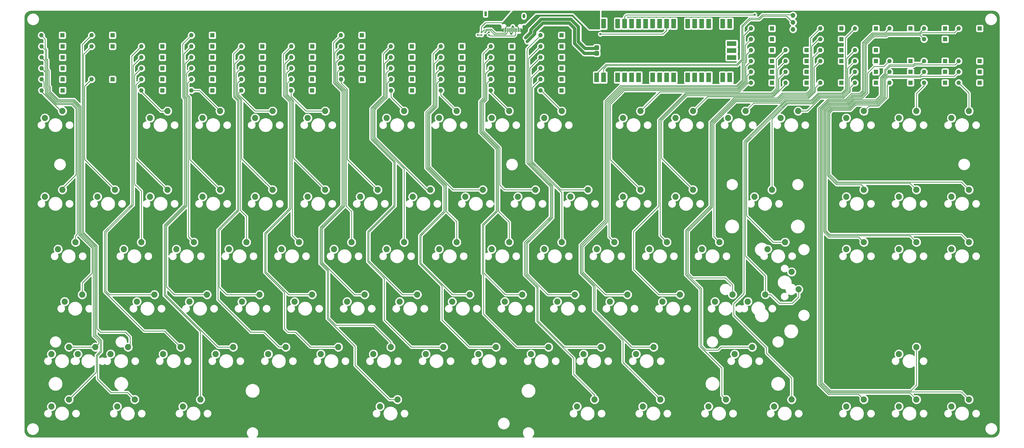
<source format=gtl>
G04 #@! TF.GenerationSoftware,KiCad,Pcbnew,(5.1.9)-1*
G04 #@! TF.CreationDate,2021-05-27T06:16:38+01:00*
G04 #@! TF.ProjectId,ENV_KB,454e565f-4b42-42e6-9b69-6361645f7063,Rev.1*
G04 #@! TF.SameCoordinates,Original*
G04 #@! TF.FileFunction,Copper,L1,Top*
G04 #@! TF.FilePolarity,Positive*
%FSLAX46Y46*%
G04 Gerber Fmt 4.6, Leading zero omitted, Abs format (unit mm)*
G04 Created by KiCad (PCBNEW (5.1.9)-1) date 2021-05-27 06:16:38*
%MOMM*%
%LPD*%
G01*
G04 APERTURE LIST*
G04 #@! TA.AperFunction,ComponentPad*
%ADD10C,2.250000*%
G04 #@! TD*
G04 #@! TA.AperFunction,ComponentPad*
%ADD11O,1.000000X1.600000*%
G04 #@! TD*
G04 #@! TA.AperFunction,ComponentPad*
%ADD12O,1.000000X2.100000*%
G04 #@! TD*
G04 #@! TA.AperFunction,SMDPad,CuDef*
%ADD13R,0.300000X1.450000*%
G04 #@! TD*
G04 #@! TA.AperFunction,SMDPad,CuDef*
%ADD14R,0.600000X1.450000*%
G04 #@! TD*
G04 #@! TA.AperFunction,ComponentPad*
%ADD15O,1.600000X1.600000*%
G04 #@! TD*
G04 #@! TA.AperFunction,ComponentPad*
%ADD16R,1.600000X1.600000*%
G04 #@! TD*
G04 #@! TA.AperFunction,SMDPad,CuDef*
%ADD17R,0.900000X1.700000*%
G04 #@! TD*
G04 #@! TA.AperFunction,ComponentPad*
%ADD18O,1.700000X1.700000*%
G04 #@! TD*
G04 #@! TA.AperFunction,ComponentPad*
%ADD19R,1.700000X1.700000*%
G04 #@! TD*
G04 #@! TA.AperFunction,SMDPad,CuDef*
%ADD20R,1.700000X3.500000*%
G04 #@! TD*
G04 #@! TA.AperFunction,SMDPad,CuDef*
%ADD21R,3.500000X1.700000*%
G04 #@! TD*
G04 #@! TA.AperFunction,ViaPad*
%ADD22C,0.800000*%
G04 #@! TD*
G04 #@! TA.AperFunction,Conductor*
%ADD23C,0.250000*%
G04 #@! TD*
G04 #@! TA.AperFunction,Conductor*
%ADD24C,1.193800*%
G04 #@! TD*
G04 #@! TA.AperFunction,Conductor*
%ADD25C,0.254000*%
G04 #@! TD*
G04 #@! TA.AperFunction,Conductor*
%ADD26C,0.150000*%
G04 #@! TD*
G04 APERTURE END LIST*
D10*
X377877500Y-201480000D03*
X371527500Y-204020000D03*
X358827500Y-201480000D03*
X352477500Y-204020000D03*
X339777500Y-201480000D03*
X333427500Y-204020000D03*
X313583750Y-201480000D03*
X307233750Y-204020000D03*
X289771250Y-201480000D03*
X283421250Y-204020000D03*
X265958750Y-201480000D03*
X259608750Y-204020000D03*
X242146250Y-201480000D03*
X235796250Y-204020000D03*
X170708750Y-201480000D03*
X164358750Y-204020000D03*
X99271250Y-201480000D03*
X92921250Y-204020000D03*
X75458750Y-201480000D03*
X69108750Y-204020000D03*
X51646250Y-201480000D03*
X45296250Y-204020000D03*
X358827500Y-182430000D03*
X352477500Y-184970000D03*
X299296250Y-182430000D03*
X292946250Y-184970000D03*
X263577500Y-182430000D03*
X257227500Y-184970000D03*
X244527500Y-182430000D03*
X238177500Y-184970000D03*
X225477500Y-182430000D03*
X219127500Y-184970000D03*
X206427500Y-182430000D03*
X200077500Y-184970000D03*
X187377500Y-182430000D03*
X181027500Y-184970000D03*
X168327500Y-182430000D03*
X161977500Y-184970000D03*
X149277500Y-182430000D03*
X142927500Y-184970000D03*
X130227500Y-182430000D03*
X123877500Y-184970000D03*
X111177500Y-182430000D03*
X104827500Y-184970000D03*
X92127500Y-182430000D03*
X85777500Y-184970000D03*
X73077500Y-182430000D03*
X66727500Y-184970000D03*
X51646250Y-182430000D03*
X45296250Y-184970000D03*
X292152500Y-163380000D03*
X285802500Y-165920000D03*
X273102500Y-163380000D03*
X266752500Y-165920000D03*
X254052500Y-163380000D03*
X247702500Y-165920000D03*
X235002500Y-163380000D03*
X228652500Y-165920000D03*
X215952500Y-163380000D03*
X209602500Y-165920000D03*
X196902500Y-163380000D03*
X190552500Y-165920000D03*
X177852500Y-163380000D03*
X171502500Y-165920000D03*
X158802500Y-163380000D03*
X152452500Y-165920000D03*
X139752500Y-163380000D03*
X133402500Y-165920000D03*
X120702500Y-163380000D03*
X114352500Y-165920000D03*
X101652500Y-163380000D03*
X95302500Y-165920000D03*
X82602500Y-163380000D03*
X76252500Y-165920000D03*
X56408750Y-163380000D03*
X50058750Y-165920000D03*
X377877500Y-144330000D03*
X371527500Y-146870000D03*
X358827500Y-144330000D03*
X352477500Y-146870000D03*
X339777500Y-144330000D03*
X333427500Y-146870000D03*
X287390000Y-144330000D03*
X281040000Y-146870000D03*
X268340000Y-144330000D03*
X261990000Y-146870000D03*
X249290000Y-144330000D03*
X242940000Y-146870000D03*
X230240000Y-144330000D03*
X223890000Y-146870000D03*
X211190000Y-144330000D03*
X204840000Y-146870000D03*
X192140000Y-144330000D03*
X185790000Y-146870000D03*
X173090000Y-144330000D03*
X166740000Y-146870000D03*
X154040000Y-144330000D03*
X147690000Y-146870000D03*
X134990000Y-144330000D03*
X128640000Y-146870000D03*
X115940000Y-144330000D03*
X109590000Y-146870000D03*
X96890000Y-144330000D03*
X90540000Y-146870000D03*
X77840000Y-144330000D03*
X71490000Y-146870000D03*
X54027500Y-144330000D03*
X47677500Y-146870000D03*
X377877500Y-125280000D03*
X371527500Y-127820000D03*
X358827500Y-125280000D03*
X352477500Y-127820000D03*
X339777500Y-125280000D03*
X333427500Y-127820000D03*
X306440000Y-125280000D03*
X300090000Y-127820000D03*
X277865000Y-125280000D03*
X271515000Y-127820000D03*
X258815000Y-125280000D03*
X252465000Y-127820000D03*
X239765000Y-125280000D03*
X233415000Y-127820000D03*
X220715000Y-125280000D03*
X214365000Y-127820000D03*
X201665000Y-125280000D03*
X195315000Y-127820000D03*
X182615000Y-125280000D03*
X176265000Y-127820000D03*
X163565000Y-125280000D03*
X157215000Y-127820000D03*
X144515000Y-125280000D03*
X138165000Y-127820000D03*
X125465000Y-125280000D03*
X119115000Y-127820000D03*
X106415000Y-125280000D03*
X100065000Y-127820000D03*
X87365000Y-125280000D03*
X81015000Y-127820000D03*
X68315000Y-125280000D03*
X61965000Y-127820000D03*
X49265000Y-125280000D03*
X42915000Y-127820000D03*
X377877500Y-96705000D03*
X371527500Y-99245000D03*
X358827500Y-96705000D03*
X352477500Y-99245000D03*
X339777500Y-96705000D03*
X333427500Y-99245000D03*
X315965000Y-96705000D03*
X309615000Y-99245000D03*
X296915000Y-96705000D03*
X290565000Y-99245000D03*
X277865000Y-96705000D03*
X271515000Y-99245000D03*
X258815000Y-96705000D03*
X252465000Y-99245000D03*
X230240000Y-96705000D03*
X223890000Y-99245000D03*
X211190000Y-96705000D03*
X204840000Y-99245000D03*
X192140000Y-96705000D03*
X185790000Y-99245000D03*
X173090000Y-96705000D03*
X166740000Y-99245000D03*
X144515000Y-96705000D03*
X138165000Y-99245000D03*
X125465000Y-96705000D03*
X119115000Y-99245000D03*
X106415000Y-96705000D03*
X100065000Y-99245000D03*
X87365000Y-96705000D03*
X81015000Y-99245000D03*
X49265000Y-96705000D03*
X42915000Y-99245000D03*
X61190000Y-182430000D03*
X54840000Y-184970000D03*
X297690000Y-165890000D03*
X304040000Y-163350000D03*
X304840000Y-146845000D03*
X311190000Y-144305000D03*
D11*
X207905000Y-62235000D03*
X216545000Y-62235000D03*
D12*
X207905000Y-66415000D03*
X216545000Y-66415000D03*
D13*
X212475000Y-67330000D03*
X211975000Y-67330000D03*
X211475000Y-67330000D03*
X212975000Y-67330000D03*
X210975000Y-67330000D03*
X213475000Y-67330000D03*
X210475000Y-67330000D03*
X213975000Y-67330000D03*
D14*
X214675000Y-67330000D03*
X209775000Y-67330000D03*
X215450000Y-67330000D03*
X209000000Y-67330000D03*
D15*
X374155000Y-66685000D03*
D16*
X381775000Y-66685000D03*
D15*
X361605000Y-66685000D03*
D16*
X369225000Y-66685000D03*
D15*
X349055000Y-66685000D03*
D16*
X356675000Y-66685000D03*
D15*
X336505000Y-66685000D03*
D16*
X344125000Y-66685000D03*
D15*
X323955000Y-66685000D03*
D16*
X331575000Y-66685000D03*
D15*
X298855000Y-66685000D03*
D16*
X306475000Y-66685000D03*
D15*
X222605000Y-69185000D03*
D16*
X230225000Y-69185000D03*
D15*
X150205000Y-69185000D03*
D16*
X157825000Y-69185000D03*
D15*
X96005000Y-69185000D03*
D16*
X103625000Y-69185000D03*
D15*
X59805000Y-69185000D03*
D16*
X67425000Y-69185000D03*
D15*
X41605000Y-69185000D03*
D16*
X49225000Y-69185000D03*
D15*
X361605000Y-70635000D03*
D16*
X369225000Y-70635000D03*
D15*
X323955000Y-70635000D03*
D16*
X331575000Y-70635000D03*
D15*
X298855000Y-70635000D03*
D16*
X306475000Y-70635000D03*
D15*
X222605000Y-73185000D03*
D16*
X230225000Y-73185000D03*
D15*
X204505000Y-73185000D03*
D16*
X212125000Y-73185000D03*
D15*
X186405000Y-73185000D03*
D16*
X194025000Y-73185000D03*
D15*
X168305000Y-73185000D03*
D16*
X175925000Y-73185000D03*
D15*
X150205000Y-73185000D03*
D16*
X157825000Y-73185000D03*
D15*
X132205000Y-73185000D03*
D16*
X139825000Y-73185000D03*
D15*
X114105000Y-73185000D03*
D16*
X121725000Y-73185000D03*
D15*
X96005000Y-73185000D03*
D16*
X103625000Y-73185000D03*
D15*
X77905000Y-73185000D03*
D16*
X85525000Y-73185000D03*
D15*
X59805000Y-73185000D03*
D16*
X67425000Y-73185000D03*
D15*
X41705000Y-73185000D03*
D16*
X49325000Y-73185000D03*
D15*
X336505000Y-74585000D03*
D16*
X344125000Y-74585000D03*
D15*
X323955000Y-74585000D03*
D16*
X331575000Y-74585000D03*
D15*
X311405000Y-74585000D03*
D16*
X319025000Y-74585000D03*
D15*
X298855000Y-74585000D03*
D16*
X306475000Y-74585000D03*
D15*
X222605000Y-77185000D03*
D16*
X230225000Y-77185000D03*
D15*
X204505000Y-77185000D03*
D16*
X212125000Y-77185000D03*
D15*
X186405000Y-77185000D03*
D16*
X194025000Y-77185000D03*
D15*
X168305000Y-77185000D03*
D16*
X175925000Y-77185000D03*
D15*
X150205000Y-77185000D03*
D16*
X157825000Y-77185000D03*
D15*
X132205000Y-77185000D03*
D16*
X139825000Y-77185000D03*
D15*
X114105000Y-77185000D03*
D16*
X121725000Y-77185000D03*
D15*
X96005000Y-77185000D03*
D16*
X103625000Y-77185000D03*
D15*
X77905000Y-77185000D03*
D16*
X85525000Y-77185000D03*
D15*
X41705000Y-77185000D03*
D16*
X49325000Y-77185000D03*
D15*
X374155000Y-78535000D03*
D16*
X381775000Y-78535000D03*
D15*
X361605000Y-78535000D03*
D16*
X369225000Y-78535000D03*
D15*
X349055000Y-78535000D03*
D16*
X356675000Y-78535000D03*
D15*
X336505000Y-78535000D03*
D16*
X344125000Y-78535000D03*
D15*
X323955000Y-78535000D03*
D16*
X331575000Y-78535000D03*
D15*
X311405000Y-78535000D03*
D16*
X319025000Y-78535000D03*
D15*
X298855000Y-78535000D03*
D16*
X306475000Y-78535000D03*
D15*
X222605000Y-81185000D03*
D16*
X230225000Y-81185000D03*
D15*
X204505000Y-81185000D03*
D16*
X212125000Y-81185000D03*
D15*
X186405000Y-81185000D03*
D16*
X194025000Y-81185000D03*
D15*
X168305000Y-81185000D03*
D16*
X175925000Y-81185000D03*
D15*
X150205000Y-81185000D03*
D16*
X157825000Y-81185000D03*
D15*
X132205000Y-81185000D03*
D16*
X139825000Y-81185000D03*
D15*
X114105000Y-81185000D03*
D16*
X121725000Y-81185000D03*
D15*
X96005000Y-81185000D03*
D16*
X103625000Y-81185000D03*
D15*
X77905000Y-81185000D03*
D16*
X85525000Y-81185000D03*
D15*
X41705000Y-81185000D03*
D16*
X49325000Y-81185000D03*
D15*
X374155000Y-82485000D03*
D16*
X381775000Y-82485000D03*
D15*
X361605000Y-82485000D03*
D16*
X369225000Y-82485000D03*
D15*
X349055000Y-82485000D03*
D16*
X356675000Y-82485000D03*
D15*
X336505000Y-82485000D03*
D16*
X344125000Y-82485000D03*
D15*
X311405000Y-82485000D03*
D16*
X319025000Y-82485000D03*
D15*
X298855000Y-82485000D03*
D16*
X306475000Y-82485000D03*
D15*
X222605000Y-85185000D03*
D16*
X230225000Y-85185000D03*
D15*
X204505000Y-85185000D03*
D16*
X212125000Y-85185000D03*
D15*
X186405000Y-85185000D03*
D16*
X194025000Y-85185000D03*
D15*
X168335000Y-85185000D03*
D16*
X175955000Y-85185000D03*
D15*
X150245000Y-85185000D03*
D16*
X157865000Y-85185000D03*
D15*
X132155000Y-85185000D03*
D16*
X139775000Y-85185000D03*
D15*
X114105000Y-85185000D03*
D16*
X121725000Y-85185000D03*
D15*
X96005000Y-85185000D03*
D16*
X103625000Y-85185000D03*
D15*
X77905000Y-85185000D03*
D16*
X85525000Y-85185000D03*
D15*
X59805000Y-85185000D03*
D16*
X67425000Y-85185000D03*
D15*
X41705000Y-85185000D03*
D16*
X49325000Y-85185000D03*
D15*
X374155000Y-86435000D03*
D16*
X381775000Y-86435000D03*
D15*
X361605000Y-86435000D03*
D16*
X369225000Y-86435000D03*
D15*
X349055000Y-86435000D03*
D16*
X356675000Y-86435000D03*
D15*
X336505000Y-86435000D03*
D16*
X344125000Y-86435000D03*
D15*
X323955000Y-86435000D03*
D16*
X331575000Y-86435000D03*
D15*
X311405000Y-86435000D03*
D16*
X319025000Y-86435000D03*
D15*
X298855000Y-86435000D03*
D16*
X306475000Y-86435000D03*
D15*
X222605000Y-89185000D03*
D16*
X230225000Y-89185000D03*
D15*
X204505000Y-89185000D03*
D16*
X212125000Y-89185000D03*
D15*
X186405000Y-89185000D03*
D16*
X194025000Y-89185000D03*
D15*
X168345000Y-89185000D03*
D16*
X175965000Y-89185000D03*
D15*
X132155000Y-89185000D03*
D16*
X139775000Y-89185000D03*
D15*
X114105000Y-89185000D03*
D16*
X121725000Y-89185000D03*
D15*
X96005000Y-89185000D03*
D16*
X103625000Y-89185000D03*
D15*
X77905000Y-89185000D03*
D16*
X85525000Y-89185000D03*
D15*
X41705000Y-89185000D03*
D16*
X49325000Y-89185000D03*
G04 #@! TA.AperFunction,SMDPad,CuDef*
G36*
G01*
X199652500Y-68775000D02*
X199997500Y-68775000D01*
G75*
G02*
X200145000Y-68922500I0J-147500D01*
G01*
X200145000Y-69217500D01*
G75*
G02*
X199997500Y-69365000I-147500J0D01*
G01*
X199652500Y-69365000D01*
G75*
G02*
X199505000Y-69217500I0J147500D01*
G01*
X199505000Y-68922500D01*
G75*
G02*
X199652500Y-68775000I147500J0D01*
G01*
G37*
G04 #@! TD.AperFunction*
G04 #@! TA.AperFunction,SMDPad,CuDef*
G36*
G01*
X199652500Y-67805000D02*
X199997500Y-67805000D01*
G75*
G02*
X200145000Y-67952500I0J-147500D01*
G01*
X200145000Y-68247500D01*
G75*
G02*
X199997500Y-68395000I-147500J0D01*
G01*
X199652500Y-68395000D01*
G75*
G02*
X199505000Y-68247500I0J147500D01*
G01*
X199505000Y-67952500D01*
G75*
G02*
X199652500Y-67805000I147500J0D01*
G01*
G37*
G04 #@! TD.AperFunction*
G04 #@! TA.AperFunction,SMDPad,CuDef*
G36*
G01*
X200990000Y-68825000D02*
X201360000Y-68825000D01*
G75*
G02*
X201495000Y-68960000I0J-135000D01*
G01*
X201495000Y-69230000D01*
G75*
G02*
X201360000Y-69365000I-135000J0D01*
G01*
X200990000Y-69365000D01*
G75*
G02*
X200855000Y-69230000I0J135000D01*
G01*
X200855000Y-68960000D01*
G75*
G02*
X200990000Y-68825000I135000J0D01*
G01*
G37*
G04 #@! TD.AperFunction*
G04 #@! TA.AperFunction,SMDPad,CuDef*
G36*
G01*
X200990000Y-67805000D02*
X201360000Y-67805000D01*
G75*
G02*
X201495000Y-67940000I0J-135000D01*
G01*
X201495000Y-68210000D01*
G75*
G02*
X201360000Y-68345000I-135000J0D01*
G01*
X200990000Y-68345000D01*
G75*
G02*
X200855000Y-68210000I0J135000D01*
G01*
X200855000Y-67940000D01*
G75*
G02*
X200990000Y-67805000I135000J0D01*
G01*
G37*
G04 #@! TD.AperFunction*
D17*
X199225000Y-61385000D03*
X202625000Y-61385000D03*
G04 #@! TA.AperFunction,ComponentPad*
G36*
G01*
X243362500Y-74569000D02*
X242487500Y-74569000D01*
G75*
G02*
X242050000Y-74131500I0J437500D01*
G01*
X242050000Y-73256500D01*
G75*
G02*
X242487500Y-72819000I437500J0D01*
G01*
X243362500Y-72819000D01*
G75*
G02*
X243800000Y-73256500I0J-437500D01*
G01*
X243800000Y-74131500D01*
G75*
G02*
X243362500Y-74569000I-437500J0D01*
G01*
G37*
G04 #@! TD.AperFunction*
G04 #@! TA.AperFunction,ComponentPad*
G36*
G01*
X243362500Y-76601000D02*
X242487500Y-76601000D01*
G75*
G02*
X242050000Y-76163500I0J437500D01*
G01*
X242050000Y-75288500D01*
G75*
G02*
X242487500Y-74851000I437500J0D01*
G01*
X243362500Y-74851000D01*
G75*
G02*
X243800000Y-75288500I0J-437500D01*
G01*
X243800000Y-76163500D01*
G75*
G02*
X243362500Y-76601000I-437500J0D01*
G01*
G37*
G04 #@! TD.AperFunction*
G04 #@! TA.AperFunction,ConnectorPad*
G36*
G01*
X246137500Y-75585000D02*
X245262500Y-75585000D01*
G75*
G02*
X244825000Y-75147500I0J437500D01*
G01*
X244825000Y-74272500D01*
G75*
G02*
X245262500Y-73835000I437500J0D01*
G01*
X246137500Y-73835000D01*
G75*
G02*
X246575000Y-74272500I0J-437500D01*
G01*
X246575000Y-75147500D01*
G75*
G02*
X246137500Y-75585000I-437500J0D01*
G01*
G37*
G04 #@! TD.AperFunction*
D18*
X242920000Y-83600000D03*
X245460000Y-83600000D03*
D19*
X248000000Y-83600000D03*
D18*
X250540000Y-83600000D03*
X253080000Y-83600000D03*
X255620000Y-83600000D03*
X258160000Y-83600000D03*
D19*
X260700000Y-83600000D03*
D18*
X263240000Y-83600000D03*
X265780000Y-83600000D03*
X268320000Y-83600000D03*
X270860000Y-83600000D03*
D19*
X273400000Y-83600000D03*
D18*
X275940000Y-83600000D03*
X278480000Y-83600000D03*
X281020000Y-83600000D03*
X283560000Y-83600000D03*
D19*
X286100000Y-83600000D03*
D18*
X288640000Y-83600000D03*
X291180000Y-83600000D03*
X291180000Y-65820000D03*
X288640000Y-65820000D03*
D19*
X286100000Y-65820000D03*
D18*
X283560000Y-65820000D03*
X281020000Y-65820000D03*
X278480000Y-65820000D03*
X275940000Y-65820000D03*
D19*
X273400000Y-65820000D03*
D18*
X270860000Y-65820000D03*
X268320000Y-65820000D03*
X265780000Y-65820000D03*
X263240000Y-65820000D03*
D19*
X260700000Y-65820000D03*
D18*
X258160000Y-65820000D03*
X255620000Y-65820000D03*
X253080000Y-65820000D03*
X250540000Y-65820000D03*
D19*
X248000000Y-65820000D03*
D18*
X245460000Y-65820000D03*
X242920000Y-65820000D03*
D20*
X242920000Y-84500000D03*
X245460000Y-84500000D03*
X248000000Y-84500000D03*
X250540000Y-84500000D03*
X253080000Y-84500000D03*
X255620000Y-84500000D03*
X258160000Y-84500000D03*
X260700000Y-84500000D03*
X263240000Y-84500000D03*
X265780000Y-84500000D03*
X268320000Y-84500000D03*
X270860000Y-84500000D03*
X273400000Y-84500000D03*
X275940000Y-84500000D03*
X278480000Y-84500000D03*
X281020000Y-84500000D03*
X283560000Y-84500000D03*
X286100000Y-84500000D03*
X288640000Y-84500000D03*
X291180000Y-84500000D03*
X242920000Y-64920000D03*
X245460000Y-64920000D03*
X248000000Y-64920000D03*
X250540000Y-64920000D03*
X253080000Y-64920000D03*
X255620000Y-64920000D03*
X258160000Y-64920000D03*
X260700000Y-64920000D03*
X263240000Y-64920000D03*
X265780000Y-64920000D03*
X268320000Y-64920000D03*
X270860000Y-64920000D03*
X273400000Y-64920000D03*
X275940000Y-64920000D03*
X278480000Y-64920000D03*
X281020000Y-64920000D03*
X283560000Y-64920000D03*
X286100000Y-64920000D03*
X288640000Y-64920000D03*
X291180000Y-64920000D03*
D21*
X291850000Y-77250000D03*
D18*
X290950000Y-77250000D03*
D21*
X291850000Y-74710000D03*
D19*
X290950000Y-74710000D03*
D21*
X291850000Y-72170000D03*
D18*
X290950000Y-72170000D03*
G04 #@! TA.AperFunction,SMDPad,CuDef*
G36*
G01*
X203690000Y-68825000D02*
X204060000Y-68825000D01*
G75*
G02*
X204195000Y-68960000I0J-135000D01*
G01*
X204195000Y-69230000D01*
G75*
G02*
X204060000Y-69365000I-135000J0D01*
G01*
X203690000Y-69365000D01*
G75*
G02*
X203555000Y-69230000I0J135000D01*
G01*
X203555000Y-68960000D01*
G75*
G02*
X203690000Y-68825000I135000J0D01*
G01*
G37*
G04 #@! TD.AperFunction*
G04 #@! TA.AperFunction,SMDPad,CuDef*
G36*
G01*
X203690000Y-67805000D02*
X204060000Y-67805000D01*
G75*
G02*
X204195000Y-67940000I0J-135000D01*
G01*
X204195000Y-68210000D01*
G75*
G02*
X204060000Y-68345000I-135000J0D01*
G01*
X203690000Y-68345000D01*
G75*
G02*
X203555000Y-68210000I0J135000D01*
G01*
X203555000Y-67940000D01*
G75*
G02*
X203690000Y-67805000I135000J0D01*
G01*
G37*
G04 #@! TD.AperFunction*
G04 #@! TA.AperFunction,SMDPad,CuDef*
G36*
G01*
X202340000Y-67805000D02*
X202710000Y-67805000D01*
G75*
G02*
X202845000Y-67940000I0J-135000D01*
G01*
X202845000Y-68210000D01*
G75*
G02*
X202710000Y-68345000I-135000J0D01*
G01*
X202340000Y-68345000D01*
G75*
G02*
X202205000Y-68210000I0J135000D01*
G01*
X202205000Y-67940000D01*
G75*
G02*
X202340000Y-67805000I135000J0D01*
G01*
G37*
G04 #@! TD.AperFunction*
G04 #@! TA.AperFunction,SMDPad,CuDef*
G36*
G01*
X202340000Y-68825000D02*
X202710000Y-68825000D01*
G75*
G02*
X202845000Y-68960000I0J-135000D01*
G01*
X202845000Y-69230000D01*
G75*
G02*
X202710000Y-69365000I-135000J0D01*
G01*
X202340000Y-69365000D01*
G75*
G02*
X202205000Y-69230000I0J135000D01*
G01*
X202205000Y-68960000D01*
G75*
G02*
X202340000Y-68825000I135000J0D01*
G01*
G37*
G04 #@! TD.AperFunction*
X314100000Y-61940000D03*
X314100000Y-64480000D03*
X314100000Y-67020000D03*
D19*
X314100000Y-69560000D03*
D10*
X313565000Y-155125000D03*
X316105000Y-161475000D03*
D22*
X211975000Y-68658602D03*
X217749394Y-71430474D03*
X212475000Y-66001398D03*
X217181258Y-70058874D03*
X245700000Y-74691000D03*
X303825000Y-68735000D03*
X352615000Y-81445000D03*
X343375000Y-90235000D03*
X303825000Y-72610000D03*
X300185457Y-61744095D03*
X244250000Y-68760000D03*
X202625000Y-61384990D03*
D23*
X49265000Y-96705000D02*
X49855000Y-96705000D01*
X41705000Y-89685000D02*
X41705000Y-89185000D01*
X48725000Y-96705000D02*
X41705000Y-89685000D01*
X49265000Y-96705000D02*
X48725000Y-96705000D01*
X84925000Y-96705000D02*
X77905000Y-89685000D01*
X87365000Y-96705000D02*
X84925000Y-96705000D01*
X106415000Y-96705000D02*
X99395000Y-89685000D01*
X98895000Y-89185000D02*
X96005000Y-89185000D01*
X99395000Y-89685000D02*
X98895000Y-89185000D01*
X125465000Y-96705000D02*
X124420000Y-96705000D01*
X125465000Y-96705000D02*
X119095000Y-96705000D01*
X114345000Y-91955000D02*
X114331410Y-91955000D01*
X119095000Y-96705000D02*
X114345000Y-91955000D01*
X114345000Y-91955000D02*
X114105000Y-91715000D01*
X114331410Y-91955000D02*
X113125010Y-90748600D01*
X113125010Y-90164990D02*
X114105000Y-89185000D01*
X113125010Y-90748600D02*
X113125010Y-90164990D01*
X132155000Y-91315000D02*
X132155000Y-89685000D01*
X137545000Y-96705000D02*
X132155000Y-91315000D01*
X144515000Y-96705000D02*
X137545000Y-96705000D01*
X168345000Y-91655000D02*
X168345000Y-89685000D01*
X173090000Y-96400000D02*
X168345000Y-91655000D01*
X173090000Y-96705000D02*
X173090000Y-96400000D01*
X192140000Y-96705000D02*
X192140000Y-96450000D01*
X186405000Y-90970000D02*
X186405000Y-89685000D01*
X192140000Y-96705000D02*
X186405000Y-90970000D01*
X258815000Y-96705000D02*
X265810132Y-89709868D01*
X274927311Y-89709868D02*
X274937189Y-89699990D01*
X265810132Y-89709868D02*
X274927311Y-89709868D01*
X298575000Y-86435000D02*
X298855000Y-86435000D01*
X297857050Y-86435000D02*
X298855000Y-86435000D01*
X294592059Y-89699991D02*
X297857050Y-86435000D01*
X274937188Y-89699991D02*
X294592059Y-89699991D01*
X274927311Y-89709868D02*
X274937188Y-89699991D01*
X311405000Y-87014230D02*
X311405000Y-86435000D01*
X306909318Y-91509912D02*
X311405000Y-87014230D01*
X283060088Y-91509912D02*
X306909318Y-91509912D01*
X277865000Y-96705000D02*
X283060088Y-91509912D01*
X322225040Y-89571370D02*
X322225040Y-88164960D01*
X319614410Y-92182000D02*
X322225040Y-89571370D01*
X311140000Y-92182000D02*
X319614410Y-92182000D01*
X309562033Y-93759967D02*
X311140000Y-92182000D01*
X322225040Y-88164960D02*
X323955000Y-86435000D01*
X299860033Y-93759967D02*
X309562033Y-93759967D01*
X296915000Y-96705000D02*
X299860033Y-93759967D01*
X323975853Y-91959147D02*
X332499147Y-91959147D01*
X319230000Y-96705000D02*
X323975853Y-91959147D01*
X315965000Y-96705000D02*
X319230000Y-96705000D01*
X334499147Y-89956493D02*
X334825040Y-89630600D01*
X334499147Y-89959147D02*
X334499147Y-89956493D01*
X332499147Y-91959147D02*
X334499147Y-89959147D01*
X334825040Y-88114960D02*
X336505000Y-86435000D01*
X334825040Y-89630600D02*
X334825040Y-88114960D01*
X348225060Y-87264940D02*
X349055000Y-86435000D01*
X348225060Y-91703400D02*
X348225060Y-87264940D01*
X345043412Y-94885048D02*
X348225060Y-91703400D01*
X341597452Y-94885048D02*
X345043412Y-94885048D01*
X339777500Y-96705000D02*
X341597452Y-94885048D01*
X358827500Y-96705000D02*
X358827500Y-93282500D01*
X361605000Y-87535000D02*
X361605000Y-86435000D01*
X358827500Y-90312500D02*
X361605000Y-87535000D01*
X358827500Y-96705000D02*
X358827500Y-90312500D01*
X377877500Y-96705000D02*
X377877500Y-90787500D01*
X377877500Y-90157500D02*
X374155000Y-86435000D01*
X377877500Y-96705000D02*
X377877500Y-90157500D01*
X49265000Y-124745000D02*
X49265000Y-125280000D01*
X54172850Y-95732710D02*
X54172850Y-119837150D01*
X52749960Y-94309820D02*
X54172850Y-95732710D01*
X46966230Y-94309820D02*
X52749960Y-94309820D01*
X54172850Y-119837150D02*
X49265000Y-124745000D01*
X43045000Y-90388590D02*
X46966230Y-94309820D01*
X43045000Y-88635000D02*
X43045000Y-90388590D01*
X42584990Y-88174990D02*
X43045000Y-88635000D01*
X42584990Y-86064990D02*
X42584990Y-88174990D01*
X41705000Y-85185000D02*
X42584990Y-86064990D01*
X57322920Y-87667080D02*
X59805000Y-85185000D01*
X57322920Y-114287920D02*
X57322920Y-87667080D01*
X68315000Y-125280000D02*
X57322920Y-114287920D01*
X87365000Y-125280000D02*
X75936000Y-113851000D01*
X75936000Y-113851000D02*
X75936000Y-91594000D01*
X75936000Y-87154000D02*
X77905000Y-85185000D01*
X75936000Y-91594000D02*
X75936000Y-91420000D01*
X75936000Y-91594000D02*
X75936000Y-87154000D01*
X106415000Y-125280000D02*
X95494000Y-114359000D01*
X95494000Y-94214000D02*
X95494000Y-94354000D01*
X95494000Y-94354000D02*
X95494000Y-114359000D01*
X94625000Y-86565000D02*
X96005000Y-85185000D01*
X94625000Y-90935000D02*
X94625000Y-86565000D01*
X95475000Y-91785000D02*
X94625000Y-90935000D01*
X95494000Y-91785000D02*
X95475000Y-91785000D01*
X95494000Y-94354000D02*
X95494000Y-91785000D01*
X114847500Y-114662500D02*
X114290000Y-114105000D01*
X112675000Y-86615000D02*
X114105000Y-85185000D01*
X112675000Y-90935000D02*
X112675000Y-86615000D01*
X114175010Y-92435010D02*
X112675000Y-90935000D01*
X114175010Y-113990010D02*
X114175010Y-92435010D01*
X125465000Y-125280000D02*
X114175010Y-113990010D01*
X130775000Y-86565000D02*
X132155000Y-85185000D01*
X130775000Y-90585000D02*
X130775000Y-86565000D01*
X133025000Y-92835000D02*
X130775000Y-90585000D01*
X133025000Y-113790000D02*
X133025000Y-92835000D01*
X144515000Y-125280000D02*
X133025000Y-113790000D01*
X150245000Y-86555000D02*
X150245000Y-85185000D01*
X152586010Y-88896010D02*
X150245000Y-86555000D01*
X152586010Y-89346010D02*
X152586010Y-88896010D01*
X152586010Y-114301010D02*
X152586010Y-89346010D01*
X163565000Y-125280000D02*
X152586010Y-114301010D01*
X166925000Y-86595000D02*
X168335000Y-85185000D01*
X166925000Y-91735000D02*
X166925000Y-86595000D01*
X162550000Y-96110000D02*
X166925000Y-91735000D01*
X162550000Y-106406000D02*
X162550000Y-96110000D01*
X181424000Y-125280000D02*
X162550000Y-106406000D01*
X182615000Y-125280000D02*
X181424000Y-125280000D01*
X184975000Y-86615000D02*
X186405000Y-85185000D01*
X184975000Y-95085000D02*
X184975000Y-86615000D01*
X182362000Y-97698000D02*
X184975000Y-95085000D01*
X182362000Y-116862770D02*
X182362000Y-97698000D01*
X190779230Y-125280000D02*
X182362000Y-116862770D01*
X201665000Y-125280000D02*
X190779230Y-125280000D01*
X203125000Y-86565000D02*
X204505000Y-85185000D01*
X203125000Y-92485000D02*
X203125000Y-86565000D01*
X201875000Y-104035000D02*
X201875000Y-93735000D01*
X201875000Y-93735000D02*
X203125000Y-92485000D01*
X207800028Y-123610028D02*
X207800028Y-109960028D01*
X209470000Y-125280000D02*
X207800028Y-123610028D01*
X207800028Y-109960028D02*
X201875000Y-104035000D01*
X220715000Y-125280000D02*
X209470000Y-125280000D01*
X219625000Y-88165000D02*
X222605000Y-85185000D01*
X219625000Y-115089360D02*
X219625000Y-88165000D01*
X229815640Y-125280000D02*
X219625000Y-115089360D01*
X239765000Y-125280000D02*
X229815640Y-125280000D01*
X252848143Y-89259857D02*
X274740912Y-89259857D01*
X274740912Y-89259857D02*
X274750789Y-89249980D01*
X247894000Y-94214000D02*
X252848143Y-89259857D01*
X247894000Y-114359000D02*
X247894000Y-94214000D01*
X258815000Y-125280000D02*
X247894000Y-114359000D01*
X293924999Y-89249979D02*
X293925000Y-89249978D01*
X274740912Y-89259857D02*
X274750791Y-89249979D01*
X294405660Y-89249980D02*
X297425040Y-86230600D01*
X293760021Y-89249979D02*
X294405660Y-89249980D01*
X274750791Y-89249979D02*
X293760021Y-89249979D01*
X293760021Y-89249979D02*
X293924999Y-89249979D01*
X297425040Y-83914960D02*
X298855000Y-82485000D01*
X297425040Y-86230600D02*
X297425040Y-83914960D01*
X275500099Y-91059901D02*
X306722919Y-91059901D01*
X266436000Y-100124000D02*
X275500099Y-91059901D01*
X266436000Y-113851000D02*
X266436000Y-100124000D01*
X277865000Y-125280000D02*
X266436000Y-113851000D01*
X306722919Y-91059901D02*
X308925019Y-88857801D01*
X308925019Y-84964981D02*
X311405000Y-82485000D01*
X308925019Y-88857801D02*
X308925019Y-84964981D01*
X334375030Y-84614970D02*
X336505000Y-82485000D01*
X334375030Y-89444200D02*
X334375030Y-84614970D01*
X332310213Y-91509017D02*
X334375030Y-89444200D01*
X323775983Y-91509017D02*
X332310213Y-91509017D01*
X321225000Y-94060000D02*
X323775983Y-91509017D01*
X311950000Y-94060000D02*
X321225000Y-94060000D01*
X306440000Y-99570000D02*
X311950000Y-94060000D01*
X306440000Y-125280000D02*
X306440000Y-99570000D01*
X334466210Y-95560070D02*
X336491262Y-93535017D01*
X327981979Y-95560070D02*
X334466210Y-95560070D01*
X326510009Y-97032040D02*
X327981979Y-95560070D01*
X329811805Y-123411805D02*
X326510009Y-120110010D01*
X338851805Y-123411805D02*
X329811805Y-123411805D01*
X339777500Y-124337500D02*
X338851805Y-123411805D01*
X326510009Y-120110010D02*
X326510009Y-97032040D01*
X339777500Y-125280000D02*
X339777500Y-124337500D01*
X336491262Y-93535017D02*
X343574983Y-93535017D01*
X343574983Y-93535017D02*
X343725000Y-93535017D01*
X346624978Y-84915022D02*
X349055000Y-82485000D01*
X346624978Y-91394252D02*
X346624978Y-84915022D01*
X344484213Y-93535017D02*
X346624978Y-91394252D01*
X343574983Y-93535017D02*
X344484213Y-93535017D01*
X360105000Y-83985000D02*
X361605000Y-82485000D01*
X358827500Y-125280000D02*
X356509295Y-122961795D01*
X347074989Y-85101420D02*
X348191409Y-83985000D01*
X356509295Y-122961795D02*
X329998205Y-122961795D01*
X326961560Y-97218440D02*
X328169919Y-96010081D01*
X329998205Y-122961795D02*
X326960020Y-119923610D01*
X326960020Y-119923610D02*
X326960020Y-97218440D01*
X326960020Y-97218440D02*
X326961560Y-97218440D01*
X328169919Y-96010081D02*
X334652609Y-96010081D01*
X336677666Y-93985024D02*
X344670616Y-93985024D01*
X344670616Y-93985024D02*
X347074989Y-91580651D01*
X347074989Y-91580651D02*
X347074989Y-85101420D01*
X334652609Y-96010081D02*
X336677666Y-93985024D01*
X348191409Y-83985000D02*
X360105000Y-83985000D01*
X344624999Y-94435038D02*
X344625000Y-94435037D01*
X336894962Y-94435038D02*
X344624999Y-94435038D01*
X334869909Y-96460091D02*
X336894962Y-94435038D01*
X328356319Y-96460091D02*
X334869909Y-96460091D01*
X327410030Y-97406380D02*
X328356319Y-96460091D01*
X330184605Y-122511785D02*
X327410030Y-119737210D01*
X327410030Y-119737210D02*
X327410030Y-97406380D01*
X375109285Y-122511785D02*
X330184605Y-122511785D01*
X377877500Y-125280000D02*
X375109285Y-122511785D01*
X372555000Y-84085000D02*
X374155000Y-82485000D01*
X360641410Y-84085000D02*
X372555000Y-84085000D01*
X360291401Y-84435009D02*
X360641410Y-84085000D01*
X348377810Y-84435010D02*
X360291401Y-84435009D01*
X347525000Y-85287820D02*
X348377810Y-84435010D01*
X347525000Y-91767050D02*
X347525000Y-85287820D01*
X344857015Y-94435035D02*
X347525000Y-91767050D01*
X344674965Y-94435035D02*
X344857015Y-94435035D01*
X344624999Y-94435038D02*
X344674962Y-94435038D01*
X344674962Y-94435038D02*
X344674965Y-94435035D01*
X54027500Y-144330000D02*
X54594100Y-143763400D01*
X47152630Y-93859810D02*
X43495010Y-90202190D01*
X54622860Y-95546310D02*
X52936360Y-93859810D01*
X54622860Y-141487140D02*
X54622860Y-95546310D01*
X52936360Y-93859810D02*
X47152630Y-93859810D01*
X54027500Y-142082500D02*
X54622860Y-141487140D01*
X54027500Y-144330000D02*
X54027500Y-142082500D01*
X43035000Y-82515000D02*
X41705000Y-81185000D01*
X43035000Y-87988590D02*
X43035000Y-82515000D01*
X43495010Y-88448600D02*
X43035000Y-87988590D01*
X43495010Y-90202190D02*
X43495010Y-88448600D01*
X75428000Y-83662000D02*
X77905000Y-81185000D01*
X75428000Y-123303770D02*
X75428000Y-91182000D01*
X77840000Y-125715770D02*
X75428000Y-123303770D01*
X77840000Y-144330000D02*
X77840000Y-125715770D01*
X75428000Y-91156000D02*
X75428000Y-83662000D01*
X96890000Y-144330000D02*
X96675000Y-144115000D01*
X94174990Y-83015010D02*
X96005000Y-81185000D01*
X94174990Y-83015010D02*
X94265000Y-82925000D01*
X94174990Y-91121400D02*
X94174990Y-83015010D01*
X94986000Y-91932410D02*
X94174990Y-91121400D01*
X94986000Y-142426000D02*
X94986000Y-91932410D01*
X96890000Y-144330000D02*
X94986000Y-142426000D01*
X115940000Y-134980000D02*
X113725000Y-132765000D01*
X115940000Y-144330000D02*
X115940000Y-134980000D01*
X113725000Y-132765000D02*
X113725000Y-93585000D01*
X113725000Y-93585000D02*
X113725000Y-93371580D01*
X113975000Y-81185000D02*
X114105000Y-81185000D01*
X112224990Y-82935010D02*
X113975000Y-81185000D01*
X112224990Y-91121400D02*
X112224990Y-82935010D01*
X113725000Y-92621410D02*
X112224990Y-91121400D01*
X113725000Y-93585000D02*
X113725000Y-92621410D01*
X130324990Y-83065010D02*
X132205000Y-81185000D01*
X130324990Y-90771400D02*
X130324990Y-83065010D01*
X132525000Y-92971410D02*
X130324990Y-90771400D01*
X132525000Y-141865000D02*
X132525000Y-92971410D01*
X134990000Y-144330000D02*
X132525000Y-141865000D01*
X148875000Y-82515000D02*
X150205000Y-81185000D01*
X148875000Y-85935000D02*
X148875000Y-82515000D01*
X152136000Y-89196000D02*
X148875000Y-85935000D01*
X152136000Y-131298000D02*
X152136000Y-89196000D01*
X154040000Y-133202000D02*
X152136000Y-131298000D01*
X154040000Y-144330000D02*
X154040000Y-133202000D01*
X166474990Y-83015010D02*
X168305000Y-81185000D01*
X166474990Y-91548600D02*
X166474990Y-83015010D01*
X162099991Y-95923599D02*
X166474990Y-91548600D01*
X162099990Y-106637168D02*
X162099991Y-95923599D01*
X173090000Y-117627178D02*
X162099990Y-106637168D01*
X173090000Y-144330000D02*
X173090000Y-117627178D01*
X184524990Y-83065010D02*
X186405000Y-81185000D01*
X184524990Y-94898600D02*
X184524990Y-83065010D01*
X181911991Y-97511599D02*
X184524990Y-94898600D01*
X181911990Y-117049170D02*
X181911991Y-97511599D01*
X188450019Y-133210019D02*
X188450019Y-123587199D01*
X184524990Y-83065010D02*
X184660000Y-82930000D01*
X192140000Y-136900000D02*
X188450019Y-133210019D01*
X188450019Y-123587199D02*
X181911990Y-117049170D01*
X192140000Y-144330000D02*
X192140000Y-136900000D01*
X202674990Y-83015010D02*
X204505000Y-81185000D01*
X202674990Y-92298600D02*
X202674990Y-83015010D01*
X201424991Y-93548599D02*
X202674990Y-92298600D01*
X201424990Y-104221400D02*
X201424991Y-93548599D01*
X207350018Y-110146428D02*
X201424990Y-104221400D01*
X207350018Y-133160018D02*
X207350018Y-110146428D01*
X211190000Y-137000000D02*
X207350018Y-133160018D01*
X211190000Y-144330000D02*
X211190000Y-137000000D01*
X219175000Y-84615000D02*
X222605000Y-81185000D01*
X219175000Y-115275770D02*
X219175000Y-84615000D01*
X230240000Y-126340770D02*
X219175000Y-115275770D01*
X230240000Y-144330000D02*
X230240000Y-126340770D01*
X293724999Y-88799970D02*
X293725000Y-88799969D01*
X252546030Y-88799970D02*
X293724999Y-88799970D01*
X247350000Y-93996000D02*
X252546030Y-88799970D01*
X247350000Y-142390000D02*
X247350000Y-93996000D01*
X249290000Y-144330000D02*
X247350000Y-142390000D01*
X296975030Y-80414970D02*
X298855000Y-78535000D01*
X296975030Y-86044200D02*
X296975030Y-80414970D01*
X294219260Y-88799970D02*
X296975030Y-86044200D01*
X293724999Y-88799970D02*
X294219260Y-88799970D01*
X308475009Y-88671401D02*
X308475009Y-81464991D01*
X306546400Y-90600010D02*
X308475009Y-88671401D01*
X275309990Y-90600010D02*
X306546400Y-90600010D01*
X265928000Y-99982000D02*
X275309990Y-90600010D01*
X265928000Y-141918000D02*
X265928000Y-99982000D01*
X308475009Y-81464991D02*
X311405000Y-78535000D01*
X268340000Y-144330000D02*
X265928000Y-141918000D01*
X310886000Y-91674000D02*
X319486000Y-91674000D01*
X293350044Y-93309956D02*
X309250044Y-93309956D01*
X285375000Y-101285000D02*
X293350044Y-93309956D01*
X309250044Y-93309956D02*
X310886000Y-91674000D01*
X285375000Y-142315000D02*
X285375000Y-101285000D01*
X287390000Y-144330000D02*
X285375000Y-142315000D01*
X319486000Y-91674000D02*
X321775030Y-89384970D01*
X321775030Y-80714970D02*
X323955000Y-78535000D01*
X321775030Y-89384970D02*
X321775030Y-80714970D01*
X333925020Y-89257800D02*
X333925020Y-81114980D01*
X332132804Y-91050016D02*
X333925020Y-89257800D01*
X331590018Y-91050018D02*
X332132804Y-91050016D01*
X323598572Y-91050018D02*
X331590018Y-91050018D01*
X321058572Y-93590018D02*
X323598572Y-91050018D01*
X311766802Y-93590018D02*
X321058572Y-93590018D01*
X297250019Y-108106801D02*
X311766802Y-93590018D01*
X297250019Y-134673609D02*
X297250019Y-108106801D01*
X306881410Y-144305000D02*
X297250019Y-134673609D01*
X333925020Y-81114980D02*
X336505000Y-78535000D01*
X311190000Y-144305000D02*
X306881410Y-144305000D01*
X347055000Y-80535000D02*
X349055000Y-78535000D01*
X343500000Y-80535000D02*
X347055000Y-80535000D01*
X339777500Y-144330000D02*
X337907511Y-142460011D01*
X335957013Y-92160037D02*
X337750037Y-92160037D01*
X341075010Y-82959990D02*
X343500000Y-80535000D01*
X337907511Y-142460011D02*
X327050009Y-142460011D01*
X341075020Y-90030620D02*
X341075020Y-85110020D01*
X327050009Y-142460011D02*
X325150039Y-140560040D01*
X341075010Y-85110010D02*
X341075010Y-82959990D01*
X325150039Y-140560040D02*
X325150039Y-96482438D01*
X325150039Y-96482438D02*
X327422677Y-94209800D01*
X327422677Y-94209800D02*
X333907250Y-94209800D01*
X333907250Y-94209800D02*
X335957013Y-92160037D01*
X337750037Y-92160037D02*
X338945605Y-92160035D01*
X338945605Y-92160035D02*
X341075020Y-90030620D01*
X341075020Y-85110020D02*
X341075010Y-85110010D01*
X360715010Y-79424990D02*
X361605000Y-78535000D01*
X358125010Y-79424990D02*
X360715010Y-79424990D01*
X357615000Y-79935000D02*
X358125010Y-79424990D01*
X356507501Y-142010001D02*
X327236410Y-142010001D01*
X325609987Y-96659240D02*
X327609179Y-94660048D01*
X327236410Y-142010001D02*
X325609987Y-140383578D01*
X325609987Y-140383578D02*
X325609987Y-96659240D01*
X349063590Y-79935000D02*
X357615000Y-79935000D01*
X327609179Y-94660048D02*
X334093410Y-94660048D01*
X334093410Y-94660048D02*
X336118467Y-92634991D01*
X347237490Y-81761100D02*
X349063590Y-79935000D01*
X344111419Y-92634991D02*
X345724956Y-91021454D01*
X345724956Y-91021454D02*
X345724956Y-85134956D01*
X358827500Y-144330000D02*
X356507501Y-142010001D01*
X345724956Y-85134956D02*
X345724960Y-84542220D01*
X336118467Y-92634991D02*
X344111419Y-92634991D01*
X345724960Y-84542220D02*
X347237490Y-83029690D01*
X347237490Y-83029690D02*
X347237490Y-81761100D01*
X372815000Y-79875000D02*
X373230000Y-79460000D01*
X358311410Y-79875000D02*
X372815000Y-79875000D01*
X357801401Y-80385009D02*
X358311410Y-79875000D01*
X356575000Y-80385000D02*
X356575009Y-80385009D01*
X347687500Y-81947500D02*
X349250000Y-80385000D01*
X373230000Y-79460000D02*
X374155000Y-78535000D01*
X377877500Y-144330000D02*
X375107490Y-141559990D01*
X375107490Y-141559990D02*
X327422810Y-141559990D01*
X327422810Y-141559990D02*
X326059998Y-140197178D01*
X356575009Y-80385009D02*
X357801401Y-80385009D01*
X326059998Y-140197178D02*
X326059998Y-96845640D01*
X326059998Y-96845640D02*
X327795579Y-95110059D01*
X346174969Y-84728621D02*
X347687500Y-83216090D01*
X327795579Y-95110059D02*
X334279810Y-95110059D01*
X334279810Y-95110059D02*
X336304867Y-93085002D01*
X344297818Y-93085002D02*
X346174967Y-91207853D01*
X346174967Y-85035033D02*
X346174969Y-84728621D01*
X336304867Y-93085002D02*
X344297818Y-93085002D01*
X346174967Y-91207853D02*
X346174967Y-85035033D01*
X349250000Y-80385000D02*
X356575000Y-80385000D01*
X347687500Y-83216090D02*
X347687500Y-81947500D01*
X56408750Y-159176220D02*
X59999970Y-155585000D01*
X56408750Y-163380000D02*
X56408750Y-159176220D01*
X59999970Y-155585000D02*
X59999970Y-146432790D01*
X59999970Y-146432790D02*
X55072870Y-141505690D01*
X55072870Y-141505690D02*
X55072870Y-95359910D01*
X55072870Y-95359910D02*
X53122760Y-93409800D01*
X53122760Y-93409800D02*
X47339030Y-93409800D01*
X47339030Y-93409800D02*
X43945018Y-90015788D01*
X43025000Y-78505000D02*
X41705000Y-77185000D01*
X43485009Y-82328599D02*
X43025000Y-81868590D01*
X43485010Y-87802190D02*
X43485009Y-82328599D01*
X43025000Y-81868590D02*
X43025000Y-78505000D01*
X43945018Y-88262198D02*
X43485010Y-87802190D01*
X43945018Y-90015788D02*
X43945018Y-88262198D01*
X74920000Y-80170000D02*
X77905000Y-77185000D01*
X74920000Y-130812820D02*
X74920000Y-80170000D01*
X64975020Y-140757800D02*
X74920000Y-130812820D01*
X64975020Y-162085020D02*
X64975020Y-140757800D01*
X66270000Y-163380000D02*
X64975020Y-162085020D01*
X82602500Y-163380000D02*
X66270000Y-163380000D01*
X94420010Y-131162810D02*
X94420010Y-93706000D01*
X87050020Y-138532800D02*
X94420010Y-131162810D01*
X87050020Y-160610020D02*
X87050020Y-138532800D01*
X89820000Y-163380000D02*
X87050020Y-160610020D01*
X93724981Y-79465019D02*
X96005000Y-77185000D01*
X101652500Y-163380000D02*
X89820000Y-163380000D01*
X93724980Y-79465020D02*
X93724981Y-79465019D01*
X93724980Y-91307800D02*
X93724980Y-79465020D01*
X94420010Y-92002830D02*
X93724980Y-91307800D01*
X94420010Y-93680010D02*
X94420010Y-92002830D01*
X113216010Y-132830400D02*
X113216010Y-93643990D01*
X106050010Y-139996400D02*
X113216010Y-132830400D01*
X106050010Y-160660010D02*
X106050010Y-139996400D01*
X108770000Y-163380000D02*
X106050010Y-160660010D01*
X120702500Y-163380000D02*
X108770000Y-163380000D01*
X113216010Y-93643990D02*
X113216010Y-93385000D01*
X111774980Y-79515020D02*
X114105000Y-77185000D01*
X111774980Y-79515020D02*
X111840000Y-79450000D01*
X111774980Y-91307800D02*
X111774980Y-79515020D01*
X113216010Y-92748830D02*
X111774980Y-91307800D01*
X113216010Y-93643990D02*
X113216010Y-92748830D01*
X131970000Y-77420000D02*
X132440000Y-77420000D01*
X129825000Y-79565000D02*
X131970000Y-77420000D01*
X132070000Y-93152820D02*
X129825000Y-90907820D01*
X132070000Y-132226410D02*
X132070000Y-93152820D01*
X129825000Y-90907820D02*
X129825000Y-79565000D01*
X123000010Y-141296400D02*
X132070000Y-132226410D01*
X123000010Y-155123600D02*
X123000010Y-141296400D01*
X131256410Y-163380000D02*
X123000010Y-155123600D01*
X139752500Y-163380000D02*
X131256410Y-163380000D01*
X151650020Y-97010020D02*
X151650000Y-97010000D01*
X151628000Y-131254820D02*
X151628000Y-97032040D01*
X151628000Y-97032040D02*
X151650020Y-97010020D01*
X143500020Y-139382800D02*
X151628000Y-131254820D01*
X143500020Y-151687200D02*
X143500020Y-139382800D01*
X155192820Y-163380000D02*
X143500020Y-151687200D01*
X158802500Y-163380000D02*
X155192820Y-163380000D01*
X148424990Y-78965010D02*
X150205000Y-77185000D01*
X148424990Y-86121400D02*
X148424990Y-78965010D01*
X151650020Y-89346430D02*
X148424990Y-86121400D01*
X151650020Y-97010020D02*
X151650020Y-89346430D01*
X166024980Y-79465020D02*
X168305000Y-77185000D01*
X166024980Y-91362200D02*
X166024980Y-79465020D01*
X161625000Y-95762180D02*
X166024980Y-91362200D01*
X169850011Y-131196400D02*
X169850011Y-115023600D01*
X160350011Y-140696399D02*
X169850011Y-131196400D01*
X160350011Y-151223601D02*
X160350011Y-140696399D01*
X172506410Y-163380000D02*
X160350011Y-151223601D01*
X161625000Y-106798589D02*
X161625000Y-95762180D01*
X169850011Y-115023600D02*
X161625000Y-106798589D01*
X177852500Y-163380000D02*
X172506410Y-163380000D01*
X184074980Y-79515020D02*
X186405000Y-77185000D01*
X184074980Y-94712200D02*
X184074980Y-79515020D01*
X188000010Y-123773600D02*
X181461981Y-117235571D01*
X188000009Y-133246401D02*
X188000010Y-123773600D01*
X181461982Y-97325198D02*
X184074980Y-94712200D01*
X179250010Y-141996400D02*
X188000009Y-133246401D01*
X179250010Y-151973600D02*
X179250010Y-141996400D01*
X181461981Y-117235571D02*
X181461982Y-97325198D01*
X190656410Y-163380000D02*
X179250010Y-151973600D01*
X196902500Y-163380000D02*
X190656410Y-163380000D01*
X202224980Y-79465020D02*
X204505000Y-77185000D01*
X202224980Y-92112200D02*
X202224980Y-79465020D01*
X200974982Y-93362198D02*
X202224980Y-92112200D01*
X200974981Y-104407799D02*
X200974982Y-93362198D01*
X206900010Y-133196400D02*
X206900009Y-110332829D01*
X201900000Y-155473590D02*
X201900000Y-138196410D01*
X201900000Y-138196410D02*
X206900010Y-133196400D01*
X209806410Y-163380000D02*
X201900000Y-155473590D01*
X206900009Y-110332829D02*
X200974981Y-104407799D01*
X215952500Y-163380000D02*
X209806410Y-163380000D01*
X218684000Y-81106000D02*
X222605000Y-77185000D01*
X218684000Y-115421180D02*
X218684000Y-81106000D01*
X227000018Y-123737198D02*
X218684000Y-115421180D01*
X227000018Y-133359999D02*
X227000018Y-123737198D01*
X227000019Y-135482799D02*
X227000018Y-133359999D01*
X217700000Y-144782820D02*
X227000019Y-135482799D01*
X217700000Y-155887180D02*
X217700000Y-144782820D01*
X225192820Y-163380000D02*
X217700000Y-155887180D01*
X235002500Y-163380000D02*
X225192820Y-163380000D01*
X293724999Y-88349959D02*
X293725000Y-88349958D01*
X252234041Y-88349959D02*
X293724999Y-88349959D01*
X246878000Y-93706000D02*
X252234041Y-88349959D01*
X237850022Y-145913978D02*
X246878000Y-136886000D01*
X237850022Y-155160022D02*
X237850022Y-145913978D01*
X246878000Y-136886000D02*
X246878000Y-93706000D01*
X246070000Y-163380000D02*
X237850022Y-155160022D01*
X254052500Y-163380000D02*
X246070000Y-163380000D01*
X297231031Y-78713199D02*
X297231031Y-76208969D01*
X296525020Y-79419210D02*
X297231031Y-78713199D01*
X296525020Y-85857800D02*
X296525020Y-79419210D01*
X294032864Y-88349956D02*
X296525020Y-85857800D01*
X297231031Y-76208969D02*
X298855000Y-74585000D01*
X293760044Y-88349956D02*
X294032864Y-88349956D01*
X293760041Y-88349959D02*
X293760044Y-88349956D01*
X293724999Y-88349959D02*
X293760041Y-88349959D01*
X308025000Y-88485000D02*
X308025000Y-77965000D01*
X306359999Y-90150001D02*
X308025000Y-88485000D01*
X275123589Y-90150001D02*
X306359999Y-90150001D01*
X265420000Y-99853589D02*
X275123589Y-90150001D01*
X265420000Y-131298000D02*
X265420000Y-99853589D01*
X308025000Y-77965000D02*
X311405000Y-74585000D01*
X256276000Y-140442000D02*
X265420000Y-131298000D01*
X256276000Y-154236000D02*
X256276000Y-140442000D01*
X265420000Y-163380000D02*
X256276000Y-154236000D01*
X273102500Y-163380000D02*
X265420000Y-163380000D01*
X292152500Y-163380000D02*
X292152500Y-159861500D01*
X284900021Y-131532800D02*
X284900021Y-101059979D01*
X292152500Y-159861500D02*
X289548000Y-157257000D01*
X289548000Y-157257000D02*
X277592000Y-157257000D01*
X277592000Y-157257000D02*
X276050011Y-155715011D01*
X276050011Y-140382809D02*
X284900021Y-131532800D01*
X284900021Y-101059979D02*
X293100055Y-92859945D01*
X293100055Y-92859945D02*
X293100057Y-92859947D01*
X276050011Y-155715011D02*
X276050011Y-140382809D01*
X310632000Y-91166000D02*
X319344000Y-91166000D01*
X293100057Y-92859947D02*
X308938053Y-92859947D01*
X308938053Y-92859947D02*
X310632000Y-91166000D01*
X319344000Y-91166000D02*
X321325020Y-89184980D01*
X321325020Y-77214980D02*
X323955000Y-74585000D01*
X321325020Y-89184980D02*
X321325020Y-77214980D01*
X316117400Y-161475000D02*
X315750000Y-161107600D01*
X333475010Y-77614990D02*
X336505000Y-74585000D01*
X316125000Y-161485000D02*
X316125000Y-164277000D01*
X316125000Y-164277000D02*
X313842000Y-166560000D01*
X296800008Y-107920401D02*
X311580402Y-93140007D01*
X313842000Y-166560000D02*
X309175000Y-166560000D01*
X309175000Y-166560000D02*
X305970000Y-163355000D01*
X333475010Y-89071400D02*
X333475010Y-77614990D01*
X305970000Y-163355000D02*
X304065000Y-163355000D01*
X331946403Y-90600007D02*
X333475010Y-89071400D01*
X304065000Y-163355000D02*
X304065000Y-156625000D01*
X304065000Y-156625000D02*
X296800008Y-149360008D01*
X323412172Y-90600007D02*
X331946403Y-90600007D01*
X296800008Y-149360008D02*
X296800008Y-107920401D01*
X311580402Y-93140007D02*
X320872172Y-93140007D01*
X320872172Y-93140007D02*
X323412172Y-90600007D01*
X51646250Y-182430000D02*
X61170000Y-182430000D01*
X61170000Y-182430000D02*
X61175000Y-182435000D01*
X61175000Y-182435000D02*
X61200000Y-182435000D01*
X62450000Y-181170000D02*
X62450000Y-180357820D01*
X62450000Y-180357820D02*
X60449980Y-178357800D01*
X60449980Y-178357800D02*
X60449980Y-146246390D01*
X60449980Y-146246390D02*
X55522880Y-141319290D01*
X55522880Y-141319290D02*
X55522880Y-95173510D01*
X61190000Y-182430000D02*
X62450000Y-181170000D01*
X55522880Y-95173510D02*
X53309160Y-92959790D01*
X53309160Y-92959790D02*
X47525430Y-92959790D01*
X47525430Y-92959790D02*
X44395028Y-89829388D01*
X43035000Y-74515000D02*
X41705000Y-73185000D01*
X43035000Y-77878590D02*
X43035000Y-74515000D01*
X43475009Y-78318599D02*
X43035000Y-77878590D01*
X43475010Y-81682190D02*
X43475009Y-78318599D01*
X43935018Y-82142198D02*
X43475010Y-81682190D01*
X43935018Y-87615788D02*
X43935018Y-82142198D01*
X44395028Y-88075798D02*
X43935018Y-87615788D01*
X44395028Y-89829388D02*
X44395028Y-88075798D01*
X59805000Y-73185000D02*
X56872910Y-76117090D01*
X73780000Y-182430000D02*
X73077500Y-182430000D01*
X73800000Y-182410000D02*
X73780000Y-182430000D01*
X73800000Y-178735000D02*
X73800000Y-182410000D01*
X72125000Y-177060000D02*
X73800000Y-178735000D01*
X63070000Y-177060000D02*
X72125000Y-177060000D01*
X61800000Y-175790000D02*
X63070000Y-177060000D01*
X61800000Y-145687180D02*
X61800000Y-175790000D01*
X56872910Y-140760090D02*
X61800000Y-145687180D01*
X56872910Y-76117090D02*
X56872910Y-140760090D01*
X74412000Y-76678000D02*
X77905000Y-73185000D01*
X74412000Y-130684410D02*
X74412000Y-76678000D01*
X64525010Y-140571400D02*
X74412000Y-130684410D01*
X64525010Y-162285010D02*
X64525010Y-140571400D01*
X78824990Y-176584990D02*
X64525010Y-162285010D01*
X86282490Y-176584990D02*
X78824990Y-176584990D01*
X92127500Y-182430000D02*
X86282490Y-176584990D01*
X93274971Y-75915029D02*
X96005000Y-73185000D01*
X93274971Y-91494199D02*
X93274971Y-75915029D01*
X93970000Y-130976409D02*
X93970000Y-92189230D01*
X93970000Y-92189230D02*
X93274971Y-91494199D01*
X86600009Y-138346400D02*
X93970000Y-130976409D01*
X86600010Y-163460010D02*
X86600009Y-138346400D01*
X105570000Y-182430000D02*
X86600010Y-163460010D01*
X111177500Y-182430000D02*
X105570000Y-182430000D01*
X111324970Y-75965030D02*
X114105000Y-73185000D01*
X111324970Y-91494200D02*
X111324970Y-75965030D01*
X112766000Y-92935230D02*
X111324970Y-91494200D01*
X112766000Y-132644000D02*
X112766000Y-92935230D01*
X105600000Y-165181498D02*
X105600000Y-139810000D01*
X117478502Y-177060000D02*
X105600000Y-165181498D01*
X105600000Y-139810000D02*
X112766000Y-132644000D01*
X122350000Y-177060000D02*
X117478502Y-177060000D01*
X127720000Y-182430000D02*
X122350000Y-177060000D01*
X130227500Y-182430000D02*
X127720000Y-182430000D01*
X122550000Y-141110000D02*
X131562000Y-132098000D01*
X122550000Y-155310000D02*
X122550000Y-141110000D01*
X129800000Y-162560000D02*
X122550000Y-155310000D01*
X129800000Y-175810000D02*
X129800000Y-162560000D01*
X133750000Y-177010000D02*
X131000000Y-177010000D01*
X131000000Y-177010000D02*
X129800000Y-175810000D01*
X139170000Y-182430000D02*
X133750000Y-177010000D01*
X149277500Y-182430000D02*
X139170000Y-182430000D01*
X131562000Y-132098000D02*
X131562000Y-94398000D01*
X131562000Y-94398000D02*
X131562000Y-93772000D01*
X129374990Y-76015010D02*
X132205000Y-73185000D01*
X129374990Y-91094220D02*
X129374990Y-76015010D01*
X131562000Y-93281230D02*
X129374990Y-91094220D01*
X131562000Y-94398000D02*
X131562000Y-93281230D01*
X151120000Y-89452820D02*
X147974980Y-86307800D01*
X147974980Y-75415020D02*
X150205000Y-73185000D01*
X147974980Y-86307800D02*
X147974980Y-75415020D01*
X151120000Y-131126409D02*
X151120000Y-89452820D01*
X143050009Y-139196400D02*
X151120000Y-131126409D01*
X145700010Y-154523602D02*
X143050009Y-151873600D01*
X143050009Y-151873600D02*
X143050009Y-139196400D01*
X162150000Y-174485000D02*
X148300000Y-174485000D01*
X148300000Y-174485000D02*
X145700010Y-171885010D01*
X168327500Y-180662500D02*
X162150000Y-174485000D01*
X145700010Y-171885010D02*
X145700010Y-154523602D01*
X168327500Y-182430000D02*
X168327500Y-180662500D01*
X165574970Y-75915030D02*
X168305000Y-73185000D01*
X165574970Y-91175800D02*
X165574970Y-75915030D01*
X161125000Y-95625770D02*
X165574970Y-91175800D01*
X169400000Y-115210000D02*
X161125000Y-106935000D01*
X161125000Y-106935000D02*
X161125000Y-95625770D01*
X159900000Y-140510000D02*
X169400000Y-131010000D01*
X165950000Y-157460000D02*
X159900000Y-151410000D01*
X165950000Y-172660000D02*
X165950000Y-157460000D01*
X159900000Y-151410000D02*
X159900000Y-140510000D01*
X175720000Y-182430000D02*
X165950000Y-172660000D01*
X169400000Y-131010000D02*
X169400000Y-115210000D01*
X187377500Y-182430000D02*
X175720000Y-182430000D01*
X183624970Y-75965030D02*
X186405000Y-73185000D01*
X183624970Y-94525800D02*
X183624970Y-75965030D01*
X181011971Y-117421971D02*
X181011973Y-97138797D01*
X187550000Y-123960000D02*
X181011971Y-117421971D01*
X187550000Y-133060000D02*
X187550000Y-123960000D01*
X178800000Y-141810000D02*
X187550000Y-133060000D01*
X186800000Y-160160000D02*
X178800000Y-152160000D01*
X186800000Y-172610000D02*
X186800000Y-160160000D01*
X178800000Y-152160000D02*
X178800000Y-141810000D01*
X196620000Y-182430000D02*
X186800000Y-172610000D01*
X181011973Y-97138797D02*
X183624970Y-94525800D01*
X206427500Y-182430000D02*
X196620000Y-182430000D01*
X201774970Y-75915030D02*
X204505000Y-73185000D01*
X201774970Y-91925800D02*
X201774970Y-75915030D01*
X206450000Y-110519230D02*
X200524972Y-104594198D01*
X206450000Y-133010000D02*
X206450000Y-110519230D01*
X200524973Y-93175797D02*
X201774970Y-91925800D01*
X201450000Y-138010000D02*
X206450000Y-133010000D01*
X201450000Y-155660000D02*
X201450000Y-138010000D01*
X201900000Y-156110000D02*
X201450000Y-155660000D01*
X201900000Y-170460000D02*
X201900000Y-156110000D01*
X213870000Y-182430000D02*
X201900000Y-170460000D01*
X200524972Y-104594198D02*
X200524973Y-93175797D01*
X225477500Y-182430000D02*
X213870000Y-182430000D01*
X218176000Y-77614000D02*
X222605000Y-73185000D01*
X218176000Y-115549590D02*
X218176000Y-77614000D01*
X226550010Y-135296400D02*
X226550009Y-123923599D01*
X226550009Y-123923599D02*
X218176000Y-115549590D01*
X217200010Y-144646400D02*
X226550010Y-135296400D01*
X221650009Y-160846401D02*
X221650009Y-160473599D01*
X221650000Y-160846410D02*
X221650009Y-160846401D01*
X221650009Y-160473599D02*
X217200010Y-156023600D01*
X221650000Y-172923590D02*
X221650000Y-160846410D01*
X217200010Y-156023600D02*
X217200010Y-144646400D01*
X231156410Y-182430000D02*
X221650000Y-172923590D01*
X244527500Y-182430000D02*
X231156410Y-182430000D01*
X263577500Y-182430000D02*
X255592000Y-182430000D01*
X246370000Y-93452000D02*
X251922052Y-87899948D01*
X296781021Y-72708979D02*
X298855000Y-70635000D01*
X242306000Y-169144000D02*
X242306000Y-160254000D01*
X255592000Y-182430000D02*
X242306000Y-169144000D01*
X242306000Y-160254000D02*
X237400011Y-155348011D01*
X251922052Y-87899948D02*
X293846463Y-87899947D01*
X237400011Y-155348011D02*
X237400011Y-145601989D01*
X246370000Y-136632000D02*
X246370000Y-93452000D01*
X237400011Y-145601989D02*
X246370000Y-136632000D01*
X293846463Y-87899947D02*
X296075010Y-85671400D01*
X296075010Y-79232810D02*
X296781021Y-78526799D01*
X296075010Y-85671400D02*
X296075010Y-79232810D01*
X296781021Y-78526799D02*
X296781021Y-72708979D01*
X299296250Y-182430000D02*
X288011000Y-182430000D01*
X286885000Y-183556000D02*
X282408000Y-183556000D01*
X282408000Y-183556000D02*
X280869304Y-182017304D01*
X280869304Y-182017304D02*
X280869304Y-161179304D01*
X280869304Y-161179304D02*
X275600000Y-155910000D01*
X275600000Y-155910000D02*
X275600000Y-140196409D01*
X284450010Y-100809990D02*
X292850066Y-92409934D01*
X275600000Y-140196409D02*
X284450010Y-131346400D01*
X288011000Y-182430000D02*
X286885000Y-183556000D01*
X284450010Y-131346400D02*
X284450010Y-100809990D01*
X292850066Y-92409934D02*
X308626066Y-92409934D01*
X308626066Y-92409934D02*
X310378000Y-90658000D01*
X310378000Y-90658000D02*
X319202000Y-90658000D01*
X319202000Y-90658000D02*
X320875010Y-88984990D01*
X320875010Y-88984990D02*
X320875010Y-73134990D01*
X323375000Y-70635000D02*
X323955000Y-70635000D01*
X320875010Y-73134990D02*
X323375000Y-70635000D01*
X343384202Y-69635028D02*
X348014203Y-69635027D01*
X358827500Y-182430000D02*
X358827500Y-196257481D01*
X340625000Y-72394230D02*
X343384202Y-69635028D01*
X358827500Y-196257481D02*
X356824999Y-198259982D01*
X335770613Y-91710026D02*
X338759204Y-91710026D01*
X356824999Y-198259982D02*
X327536391Y-198259982D01*
X338759204Y-91710026D02*
X340625010Y-89844220D01*
X348014203Y-69635027D02*
X348464212Y-69185018D01*
X324700029Y-195423620D02*
X324700028Y-96295867D01*
X340625000Y-87660000D02*
X340625000Y-72394230D01*
X324700028Y-96295867D02*
X327236226Y-93759669D01*
X327236226Y-93759669D02*
X333720970Y-93759669D01*
X327536391Y-198259982D02*
X324700029Y-195423620D01*
X333720970Y-93759669D02*
X335770613Y-91710026D01*
X360155018Y-69185018D02*
X361605000Y-70635000D01*
X340625010Y-89844220D02*
X340625010Y-87660010D01*
X348464212Y-69185018D02*
X360155018Y-69185018D01*
X340625010Y-87660010D02*
X340625000Y-87660000D01*
X61524990Y-191601260D02*
X61524991Y-185373599D01*
X51646250Y-201480000D02*
X61524990Y-191601260D01*
X61524991Y-185373599D02*
X62924990Y-183973600D01*
X62924990Y-183973600D02*
X62924990Y-180196400D01*
X62924990Y-180196400D02*
X60899990Y-178171400D01*
X60899990Y-146059990D02*
X55972890Y-141132890D01*
X60899990Y-178171400D02*
X60899990Y-146059990D01*
X55972890Y-141132890D02*
X55972890Y-94987110D01*
X44845036Y-89642986D02*
X47711830Y-92509780D01*
X53495560Y-92509780D02*
X54747890Y-93762110D01*
X47711830Y-92509780D02*
X53495560Y-92509780D01*
X54747890Y-93762110D02*
X54550000Y-93564220D01*
X55972890Y-94987110D02*
X54747890Y-93762110D01*
X44385028Y-87429388D02*
X44845036Y-87889396D01*
X44385028Y-81955798D02*
X44385028Y-87429388D01*
X43925018Y-81495788D02*
X44385028Y-81955798D01*
X43925018Y-78132200D02*
X43925018Y-81495788D01*
X43485010Y-77692190D02*
X43925018Y-78132200D01*
X43485010Y-74328600D02*
X43485010Y-77692190D01*
X43025000Y-73868590D02*
X43485010Y-74328600D01*
X44845036Y-87889396D02*
X44845036Y-89642986D01*
X43025000Y-70605000D02*
X43025000Y-73868590D01*
X41605000Y-69185000D02*
X43025000Y-70605000D01*
X63375000Y-180010000D02*
X63375000Y-184160000D01*
X56422900Y-140946490D02*
X61350000Y-145873590D01*
X61350000Y-145873590D02*
X61350000Y-177985000D01*
X61350000Y-177985000D02*
X63375000Y-180010000D01*
X63375000Y-184160000D02*
X61975000Y-185560000D01*
X72850000Y-198910000D02*
X66850000Y-198910000D01*
X72850000Y-198910000D02*
X75400000Y-201460000D01*
X61975000Y-194035000D02*
X61975000Y-185560000D01*
X66850000Y-198910000D02*
X61975000Y-194035000D01*
X56422900Y-72567100D02*
X59805000Y-69185000D01*
X56422900Y-95185100D02*
X56422900Y-95522900D01*
X56422900Y-95522900D02*
X56422900Y-140946490D01*
X56422900Y-95522900D02*
X56422900Y-72567100D01*
X92824961Y-72365039D02*
X96005000Y-69185000D01*
X92824961Y-91680599D02*
X92824961Y-72365039D01*
X93462000Y-92317639D02*
X92824961Y-91680599D01*
X86150000Y-138160000D02*
X93462000Y-130848000D01*
X86150000Y-163660000D02*
X86150000Y-138160000D01*
X99271250Y-176781250D02*
X86150000Y-163660000D01*
X93462000Y-130848000D02*
X93462000Y-92317639D01*
X99271250Y-201480000D02*
X99271250Y-176781250D01*
X142599998Y-139010000D02*
X150612000Y-130997998D01*
X142599998Y-152060000D02*
X142599998Y-139010000D01*
X145250000Y-154710001D02*
X142599998Y-152060000D01*
X145250000Y-172085000D02*
X145250000Y-154710001D01*
X155325000Y-189035000D02*
X155325000Y-182160000D01*
X167770000Y-201480000D02*
X155325000Y-189035000D01*
X155325000Y-182160000D02*
X145250000Y-172085000D01*
X170708750Y-201480000D02*
X167770000Y-201480000D01*
X147524970Y-71865030D02*
X150205000Y-69185000D01*
X147524970Y-86494200D02*
X147524970Y-71865030D01*
X150610000Y-89579230D02*
X147524970Y-86494200D01*
X150610000Y-130997998D02*
X150610000Y-89579230D01*
X217668000Y-74122000D02*
X222605000Y-69185000D01*
X226100000Y-124110000D02*
X217668000Y-115678000D01*
X226100000Y-135110000D02*
X226100000Y-124110000D01*
X216750000Y-144460000D02*
X226100000Y-135110000D01*
X217668000Y-115678000D02*
X217668000Y-74122000D01*
X216750000Y-156210000D02*
X216750000Y-144460000D01*
X221200000Y-160660000D02*
X216750000Y-156210000D01*
X234550000Y-186460000D02*
X221200000Y-173110000D01*
X221200000Y-173110000D02*
X221200000Y-160660000D01*
X242146250Y-199862748D02*
X234550000Y-192266498D01*
X234550000Y-192266498D02*
X234550000Y-186460000D01*
X242146250Y-201480000D02*
X242146250Y-199862748D01*
X296331011Y-69208989D02*
X298855000Y-66685000D01*
X295625000Y-85485000D02*
X295625000Y-79046410D01*
X252486000Y-188007250D02*
X252486000Y-179960410D01*
X241798000Y-169272410D02*
X241798000Y-160383000D01*
X236950000Y-155535000D02*
X236950000Y-145290000D01*
X252486000Y-179960410D02*
X241798000Y-169272410D01*
X241798000Y-160383000D02*
X236950000Y-155535000D01*
X236950000Y-145290000D02*
X245900000Y-136340000D01*
X245900000Y-136340000D02*
X245900000Y-93160000D01*
X296331011Y-78340399D02*
X296331011Y-69208989D01*
X245900000Y-93160000D02*
X251610062Y-87449938D01*
X265958750Y-201480000D02*
X252486000Y-188007250D01*
X251610062Y-87449938D02*
X293660062Y-87449938D01*
X293660062Y-87449938D02*
X295625000Y-85485000D01*
X295625000Y-79046410D02*
X296331011Y-78340399D01*
X320425000Y-70215000D02*
X323955000Y-66685000D01*
X320425000Y-88785000D02*
X320425000Y-70215000D01*
X289771250Y-201480000D02*
X288280000Y-199988750D01*
X288280000Y-199988750D02*
X288280000Y-190065000D01*
X275149989Y-156209989D02*
X275149989Y-140010009D01*
X275149989Y-140010009D02*
X284000000Y-131159998D01*
X292663666Y-91959923D02*
X308400077Y-91959923D01*
X288280000Y-190065000D02*
X280419294Y-182204294D01*
X308400077Y-91959923D02*
X310175000Y-90185000D01*
X280419294Y-182204294D02*
X280419294Y-161479294D01*
X280419294Y-161479294D02*
X275149989Y-156209989D01*
X284000000Y-100623589D02*
X292663666Y-91959923D01*
X284000000Y-131159998D02*
X284000000Y-100623589D01*
X310175000Y-90185000D02*
X319025000Y-90185000D01*
X319025000Y-90185000D02*
X320425000Y-88785000D01*
X296349997Y-152909997D02*
X296349997Y-152709997D01*
X331775000Y-90135000D02*
X333025000Y-88885000D01*
X323240768Y-90135000D02*
X331775000Y-90135000D01*
X333025000Y-70165000D02*
X336505000Y-66685000D01*
X320685772Y-92689996D02*
X323240768Y-90135000D01*
X311394002Y-92689996D02*
X320685772Y-92689996D01*
X333025000Y-88885000D02*
X333025000Y-70165000D01*
X296349997Y-107734001D02*
X311394002Y-92689996D01*
X296349997Y-152709997D02*
X296349997Y-107734001D01*
X296349997Y-162985003D02*
X296349997Y-152709997D01*
X292625000Y-166710000D02*
X296349997Y-162985003D01*
X304475000Y-182685000D02*
X292625000Y-170835000D01*
X313583750Y-201480000D02*
X313583750Y-193743750D01*
X292625000Y-170835000D02*
X292625000Y-166710000D01*
X313583750Y-193743750D02*
X304475000Y-184635000D01*
X304475000Y-184635000D02*
X304475000Y-182685000D01*
X347455000Y-68285000D02*
X349055000Y-66685000D01*
X342825000Y-68285000D02*
X347455000Y-68285000D01*
X339777500Y-201480000D02*
X337907510Y-199610010D01*
X337907510Y-199610010D02*
X326977188Y-199610010D01*
X323349971Y-195982793D02*
X323349971Y-95723618D01*
X334005705Y-91565702D02*
X335211413Y-90359994D01*
X323349971Y-95723618D02*
X326664312Y-92409277D01*
X339250000Y-89310000D02*
X339250000Y-71860000D01*
X326664312Y-92409277D02*
X333162126Y-92409277D01*
X326977188Y-199610010D02*
X323349971Y-195982793D01*
X338200006Y-90359994D02*
X339250000Y-89310000D01*
X333162126Y-92409277D02*
X334005702Y-91565702D01*
X334005702Y-91565702D02*
X334005705Y-91565702D01*
X339250000Y-71860000D02*
X342825000Y-68285000D01*
X335211413Y-90359994D02*
X338200006Y-90359994D01*
X326850593Y-92859407D02*
X333348410Y-92859407D01*
X323800009Y-95909991D02*
X326850593Y-92859407D01*
X335397813Y-90810004D02*
X338386406Y-90810004D01*
X333348410Y-92859407D02*
X335397813Y-90810004D01*
X323800009Y-195796419D02*
X323800009Y-95909991D01*
X327163589Y-199160000D02*
X323800009Y-195796419D01*
X356507501Y-199160000D02*
X327163589Y-199160000D01*
X358827500Y-201480000D02*
X356507501Y-199160000D01*
X360005000Y-68285000D02*
X361605000Y-66685000D01*
X348091410Y-68285000D02*
X360005000Y-68285000D01*
X347641401Y-68735009D02*
X348091410Y-68285000D01*
X343011400Y-68735010D02*
X347641401Y-68735009D01*
X339700000Y-72046410D02*
X343011400Y-68735010D01*
X338386406Y-90810004D02*
X339005705Y-90190705D01*
X339700010Y-89496400D02*
X339700010Y-87010010D01*
X339005705Y-90190705D02*
X339700010Y-89496400D01*
X339700010Y-87010010D02*
X339700000Y-87010000D01*
X339700000Y-87010000D02*
X339700000Y-72046410D01*
X339700000Y-87360000D02*
X339700000Y-87010000D01*
X211190000Y-96705000D02*
X211190000Y-96550000D01*
X211190000Y-96705000D02*
X208350000Y-93865000D01*
X204505000Y-89520000D02*
X204505000Y-89185000D01*
X204505000Y-90020000D02*
X204505000Y-89185000D01*
X211190000Y-96705000D02*
X204505000Y-90020000D01*
X230240000Y-96705000D02*
X230240000Y-96500000D01*
X223220000Y-89185000D02*
X222605000Y-89185000D01*
X230240000Y-96705000D02*
X223220000Y-89685000D01*
X202650000Y-64600000D02*
X201175000Y-66075000D01*
X209915000Y-64600000D02*
X209640000Y-64600000D01*
X212740000Y-64600000D02*
X209640000Y-64600000D01*
X214675000Y-66535000D02*
X212740000Y-64600000D01*
X214675000Y-67330000D02*
X214675000Y-66535000D01*
X201175000Y-67135000D02*
X201175000Y-66075000D01*
X201175000Y-68075000D02*
X201175000Y-67135000D01*
X209775000Y-68335000D02*
X209675011Y-68434989D01*
X209775000Y-67330000D02*
X209775000Y-68335000D01*
X209675011Y-68434989D02*
X206174989Y-68434989D01*
X206174989Y-68434989D02*
X204674990Y-66934990D01*
X201175000Y-68075000D02*
X201285000Y-68075000D01*
X201285000Y-68075000D02*
X202075000Y-67285000D01*
X203028600Y-66934990D02*
X203074990Y-66934990D01*
X202678590Y-67285000D02*
X203028600Y-66934990D01*
X202075000Y-67285000D02*
X202678590Y-67285000D01*
X204674990Y-66934990D02*
X203074990Y-66934990D01*
X209640000Y-64600000D02*
X202650000Y-64600000D01*
X210409998Y-65935000D02*
X211275000Y-65935000D01*
X209775000Y-66569998D02*
X210409998Y-65935000D01*
X209775000Y-67330000D02*
X209775000Y-66569998D01*
X212475000Y-68158602D02*
X212475000Y-67330000D01*
X211975000Y-68658602D02*
X211975000Y-68658602D01*
X211475000Y-68158602D02*
X211975000Y-68658602D01*
X211475000Y-67330000D02*
X211475000Y-68158602D01*
X211975000Y-68658602D02*
X212475000Y-68158602D01*
D24*
X234939200Y-72169068D02*
X238496132Y-75726000D01*
X238496132Y-75726000D02*
X242925000Y-75726000D01*
X234939200Y-66719068D02*
X234939200Y-72169068D01*
X232975943Y-64755811D02*
X234939200Y-66719068D01*
X223404189Y-64755811D02*
X232975943Y-64755811D01*
X220405000Y-67755000D02*
X223404189Y-64755811D01*
X220405000Y-68774868D02*
X220405000Y-67755000D01*
X217749394Y-71430474D02*
X220405000Y-68774868D01*
D23*
X211950000Y-67355000D02*
X211975000Y-67330000D01*
X211975000Y-66501398D02*
X211975000Y-67330000D01*
X212475000Y-66001398D02*
X211975000Y-66501398D01*
X212975000Y-66501398D02*
X212475000Y-66001398D01*
X212975000Y-67330000D02*
X212975000Y-66501398D01*
X212475000Y-66001398D02*
X212475000Y-66001398D01*
D24*
X242594800Y-74024200D02*
X242925000Y-73694000D01*
X238734068Y-74024200D02*
X242594800Y-74024200D01*
X236310800Y-71600932D02*
X238734068Y-74024200D01*
X236310800Y-66150932D02*
X236310800Y-71600932D01*
X222825000Y-63435000D02*
X233594868Y-63435000D01*
X233594868Y-63435000D02*
X236310800Y-66150932D01*
X219055000Y-67205000D02*
X222825000Y-63435000D01*
X219055000Y-68185132D02*
X219055000Y-67205000D01*
X217181258Y-70058874D02*
X219055000Y-68185132D01*
D23*
X245700000Y-74710000D02*
X245700000Y-74691000D01*
X215605000Y-67355000D02*
X216520000Y-66440000D01*
X215450000Y-67355000D02*
X215605000Y-67355000D01*
X286100000Y-65820000D02*
X286100000Y-63360000D01*
X203727000Y-68075000D02*
X203875000Y-68075000D01*
X202707000Y-69095000D02*
X203727000Y-68075000D01*
X202525000Y-69095000D02*
X202707000Y-69095000D01*
X300169552Y-61760000D02*
X300185457Y-61744095D01*
X253080000Y-65820000D02*
X253080000Y-62380000D01*
X253080000Y-62380000D02*
X253700000Y-61760000D01*
X253700000Y-61760000D02*
X300169552Y-61760000D01*
X303175000Y-62185000D02*
X311725000Y-62185000D01*
X301899990Y-63460010D02*
X303175000Y-62185000D01*
X298486400Y-63460010D02*
X301899990Y-63460010D01*
X295881001Y-66065409D02*
X298486400Y-63460010D01*
X295881001Y-78153999D02*
X295881001Y-66065409D01*
X293875000Y-80160000D02*
X295881001Y-78153999D01*
X246625000Y-80160000D02*
X293875000Y-80160000D01*
X311725000Y-62185000D02*
X314200000Y-64660000D01*
X245460000Y-81325000D02*
X246625000Y-80160000D01*
X245460000Y-83600000D02*
X245460000Y-81325000D01*
X313874989Y-61734989D02*
X314100000Y-61960000D01*
X302975011Y-61734989D02*
X313874989Y-61734989D01*
X301700000Y-63010000D02*
X302975011Y-61734989D01*
X298300000Y-63010000D02*
X301700000Y-63010000D01*
X295430990Y-65879010D02*
X298300000Y-63010000D01*
X295430990Y-77954010D02*
X295430990Y-65879010D01*
X293675000Y-79710000D02*
X295430990Y-77954010D01*
X246395000Y-79710000D02*
X293675000Y-79710000D01*
X242920000Y-83185000D02*
X246395000Y-79710000D01*
X242920000Y-83600000D02*
X242920000Y-83185000D01*
X268320000Y-65820000D02*
X268320000Y-67390000D01*
X268320000Y-67390000D02*
X266950000Y-68760000D01*
X266950000Y-68760000D02*
X244250000Y-68760000D01*
X244250000Y-68760000D02*
X244150000Y-68760000D01*
X360741410Y-68185000D02*
X372655000Y-68185000D01*
X348277810Y-68735010D02*
X360191401Y-68735009D01*
X372655000Y-68185000D02*
X374155000Y-66685000D01*
X377877500Y-201480000D02*
X375107490Y-198709990D01*
X375107490Y-198709990D02*
X327349990Y-198709991D01*
X360191401Y-68735009D02*
X360741410Y-68185000D01*
X324250019Y-195610020D02*
X324250019Y-96109294D01*
X324250019Y-96109294D02*
X327049775Y-93309538D01*
X343197802Y-69185018D02*
X347827802Y-69185018D01*
X335584213Y-91260015D02*
X338572805Y-91260015D01*
X333534690Y-93309538D02*
X335584213Y-91260015D01*
X338572805Y-91260015D02*
X340175000Y-89657820D01*
X327049775Y-93309538D02*
X333534690Y-93309538D01*
X340175000Y-89657820D02*
X340175000Y-72207820D01*
X340175000Y-72207820D02*
X343197802Y-69185018D01*
X327349990Y-198709991D02*
X324250019Y-195610020D01*
X347827802Y-69185018D02*
X348277810Y-68735010D01*
X201150000Y-69070000D02*
X201175000Y-69095000D01*
X199825000Y-69070000D02*
X201150000Y-69070000D01*
X202525000Y-68075000D02*
X202535000Y-68075000D01*
X210475000Y-68305000D02*
X210475000Y-67330000D01*
X209895000Y-68885000D02*
X210475000Y-68305000D01*
X205825000Y-68885000D02*
X209895000Y-68885000D01*
X204325000Y-67385000D02*
X205825000Y-68885000D01*
X202525000Y-68075000D02*
X203215000Y-67385000D01*
X203215000Y-67385000D02*
X204325000Y-67385000D01*
X213475000Y-67330000D02*
X213475000Y-69035000D01*
X204163603Y-69383603D02*
X203875000Y-69095000D01*
X213475000Y-69035000D02*
X213126397Y-69383603D01*
X206323603Y-69383603D02*
X204163603Y-69383603D01*
X213126397Y-69383603D02*
X206323603Y-69383603D01*
X206323603Y-69383603D02*
X205963603Y-69383603D01*
D25*
X243957000Y-66909000D02*
X240253297Y-66909000D01*
X234522632Y-61071034D01*
X234503534Y-61055062D01*
X234481687Y-61043123D01*
X234457931Y-61035675D01*
X234432000Y-61033000D01*
X220700000Y-61033000D01*
X220675224Y-61035440D01*
X220651399Y-61042667D01*
X220629443Y-61054403D01*
X220609873Y-61070523D01*
X216915833Y-64791420D01*
X216767499Y-64746423D01*
X216545000Y-64724509D01*
X216322502Y-64746423D01*
X216108554Y-64811324D01*
X215911378Y-64916716D01*
X215828666Y-64984596D01*
X215804830Y-64987019D01*
X215781029Y-64994321D01*
X215759109Y-65006127D01*
X215739914Y-65021981D01*
X215724181Y-65041276D01*
X215712514Y-65063270D01*
X215705363Y-65087117D01*
X215704005Y-65100646D01*
X215691638Y-65115715D01*
X215569731Y-65034259D01*
X215395022Y-64961892D01*
X215209552Y-64925000D01*
X215020448Y-64925000D01*
X214834978Y-64961892D01*
X214660269Y-65034259D01*
X214503036Y-65139319D01*
X214369319Y-65273036D01*
X214264259Y-65430269D01*
X214191892Y-65604978D01*
X214155000Y-65790448D01*
X214155000Y-65969883D01*
X214125000Y-65966928D01*
X213825000Y-65966928D01*
X213725000Y-65976777D01*
X213625000Y-65966928D01*
X213519540Y-65966928D01*
X213515001Y-65961397D01*
X213510000Y-65957293D01*
X213510000Y-65899459D01*
X213470226Y-65699500D01*
X213392205Y-65511142D01*
X213278937Y-65341624D01*
X213134774Y-65197461D01*
X212965256Y-65084193D01*
X212776898Y-65006172D01*
X212576939Y-64966398D01*
X212373061Y-64966398D01*
X212173102Y-65006172D01*
X211984744Y-65084193D01*
X211815226Y-65197461D01*
X211671063Y-65341624D01*
X211557795Y-65511142D01*
X211479774Y-65699500D01*
X211440000Y-65899459D01*
X211440000Y-65957293D01*
X211434999Y-65961397D01*
X211430460Y-65966928D01*
X211325000Y-65966928D01*
X211225000Y-65976777D01*
X211125000Y-65966928D01*
X210825000Y-65966928D01*
X210725000Y-65976777D01*
X210625000Y-65966928D01*
X210325000Y-65966928D01*
X210295000Y-65969883D01*
X210295000Y-65790448D01*
X210258108Y-65604978D01*
X210185741Y-65430269D01*
X210080681Y-65273036D01*
X209946964Y-65139319D01*
X209789731Y-65034259D01*
X209615022Y-64961892D01*
X209429552Y-64925000D01*
X209240448Y-64925000D01*
X209054978Y-64961892D01*
X208880269Y-65034259D01*
X208758362Y-65115715D01*
X208711449Y-65058551D01*
X208677000Y-65030279D01*
X208677000Y-64857295D01*
X211252219Y-61879248D01*
X215410000Y-61879248D01*
X215410000Y-62590751D01*
X215426423Y-62757498D01*
X215491324Y-62971446D01*
X215596716Y-63168623D01*
X215738551Y-63341449D01*
X215911377Y-63483284D01*
X216108553Y-63588676D01*
X216322501Y-63653577D01*
X216545000Y-63675491D01*
X216767498Y-63653577D01*
X216981446Y-63588676D01*
X217178623Y-63483284D01*
X217351449Y-63341449D01*
X217493284Y-63168623D01*
X217598676Y-62971447D01*
X217663577Y-62757499D01*
X217680000Y-62590752D01*
X217680000Y-61879249D01*
X217663577Y-61712502D01*
X217598676Y-61498554D01*
X217493284Y-61301377D01*
X217351449Y-61128551D01*
X217178623Y-60986716D01*
X216981447Y-60881324D01*
X216767499Y-60816423D01*
X216545000Y-60794509D01*
X216322502Y-60816423D01*
X216108554Y-60881324D01*
X215911378Y-60986716D01*
X215738552Y-61128551D01*
X215596717Y-61301377D01*
X215491324Y-61498553D01*
X215426423Y-61712501D01*
X215410000Y-61879248D01*
X211252219Y-61879248D01*
X212557318Y-60370000D01*
X243957000Y-60370000D01*
X243957000Y-66909000D01*
G04 #@! TA.AperFunction,Conductor*
D26*
G36*
X243957000Y-66909000D02*
G01*
X240253297Y-66909000D01*
X234522632Y-61071034D01*
X234503534Y-61055062D01*
X234481687Y-61043123D01*
X234457931Y-61035675D01*
X234432000Y-61033000D01*
X220700000Y-61033000D01*
X220675224Y-61035440D01*
X220651399Y-61042667D01*
X220629443Y-61054403D01*
X220609873Y-61070523D01*
X216915833Y-64791420D01*
X216767499Y-64746423D01*
X216545000Y-64724509D01*
X216322502Y-64746423D01*
X216108554Y-64811324D01*
X215911378Y-64916716D01*
X215828666Y-64984596D01*
X215804830Y-64987019D01*
X215781029Y-64994321D01*
X215759109Y-65006127D01*
X215739914Y-65021981D01*
X215724181Y-65041276D01*
X215712514Y-65063270D01*
X215705363Y-65087117D01*
X215704005Y-65100646D01*
X215691638Y-65115715D01*
X215569731Y-65034259D01*
X215395022Y-64961892D01*
X215209552Y-64925000D01*
X215020448Y-64925000D01*
X214834978Y-64961892D01*
X214660269Y-65034259D01*
X214503036Y-65139319D01*
X214369319Y-65273036D01*
X214264259Y-65430269D01*
X214191892Y-65604978D01*
X214155000Y-65790448D01*
X214155000Y-65969883D01*
X214125000Y-65966928D01*
X213825000Y-65966928D01*
X213725000Y-65976777D01*
X213625000Y-65966928D01*
X213519540Y-65966928D01*
X213515001Y-65961397D01*
X213510000Y-65957293D01*
X213510000Y-65899459D01*
X213470226Y-65699500D01*
X213392205Y-65511142D01*
X213278937Y-65341624D01*
X213134774Y-65197461D01*
X212965256Y-65084193D01*
X212776898Y-65006172D01*
X212576939Y-64966398D01*
X212373061Y-64966398D01*
X212173102Y-65006172D01*
X211984744Y-65084193D01*
X211815226Y-65197461D01*
X211671063Y-65341624D01*
X211557795Y-65511142D01*
X211479774Y-65699500D01*
X211440000Y-65899459D01*
X211440000Y-65957293D01*
X211434999Y-65961397D01*
X211430460Y-65966928D01*
X211325000Y-65966928D01*
X211225000Y-65976777D01*
X211125000Y-65966928D01*
X210825000Y-65966928D01*
X210725000Y-65976777D01*
X210625000Y-65966928D01*
X210325000Y-65966928D01*
X210295000Y-65969883D01*
X210295000Y-65790448D01*
X210258108Y-65604978D01*
X210185741Y-65430269D01*
X210080681Y-65273036D01*
X209946964Y-65139319D01*
X209789731Y-65034259D01*
X209615022Y-64961892D01*
X209429552Y-64925000D01*
X209240448Y-64925000D01*
X209054978Y-64961892D01*
X208880269Y-65034259D01*
X208758362Y-65115715D01*
X208711449Y-65058551D01*
X208677000Y-65030279D01*
X208677000Y-64857295D01*
X211252219Y-61879248D01*
X215410000Y-61879248D01*
X215410000Y-62590751D01*
X215426423Y-62757498D01*
X215491324Y-62971446D01*
X215596716Y-63168623D01*
X215738551Y-63341449D01*
X215911377Y-63483284D01*
X216108553Y-63588676D01*
X216322501Y-63653577D01*
X216545000Y-63675491D01*
X216767498Y-63653577D01*
X216981446Y-63588676D01*
X217178623Y-63483284D01*
X217351449Y-63341449D01*
X217493284Y-63168623D01*
X217598676Y-62971447D01*
X217663577Y-62757499D01*
X217680000Y-62590752D01*
X217680000Y-61879249D01*
X217663577Y-61712502D01*
X217598676Y-61498554D01*
X217493284Y-61301377D01*
X217351449Y-61128551D01*
X217178623Y-60986716D01*
X216981447Y-60881324D01*
X216767499Y-60816423D01*
X216545000Y-60794509D01*
X216322502Y-60816423D01*
X216108554Y-60881324D01*
X215911378Y-60986716D01*
X215738552Y-61128551D01*
X215596717Y-61301377D01*
X215491324Y-61498553D01*
X215426423Y-61712501D01*
X215410000Y-61879248D01*
X211252219Y-61879248D01*
X212557318Y-60370000D01*
X243957000Y-60370000D01*
X243957000Y-66909000D01*
G37*
G04 #@! TD.AperFunction*
D25*
X201549188Y-60410518D02*
X201536928Y-60535000D01*
X201536928Y-62235000D01*
X201549188Y-62359482D01*
X201585498Y-62479180D01*
X201644463Y-62589494D01*
X201723815Y-62686185D01*
X201820506Y-62765537D01*
X201930820Y-62824502D01*
X202050518Y-62860812D01*
X202175000Y-62873072D01*
X203075000Y-62873072D01*
X203199482Y-62860812D01*
X203319180Y-62824502D01*
X203429494Y-62765537D01*
X203526185Y-62686185D01*
X203605537Y-62589494D01*
X203664502Y-62479180D01*
X203700812Y-62359482D01*
X203713072Y-62235000D01*
X203713072Y-60535000D01*
X203700812Y-60410518D01*
X203688521Y-60370000D01*
X211549930Y-60370000D01*
X208549302Y-63840000D01*
X202687322Y-63840000D01*
X202649999Y-63836324D01*
X202612677Y-63840000D01*
X202612667Y-63840000D01*
X202501014Y-63850997D01*
X202357753Y-63894454D01*
X202225723Y-63965026D01*
X202154097Y-64023809D01*
X202109999Y-64059999D01*
X202086201Y-64088997D01*
X200663998Y-65511201D01*
X200635000Y-65534999D01*
X200611202Y-65563997D01*
X200611201Y-65563998D01*
X200540026Y-65650724D01*
X200469454Y-65782754D01*
X200448324Y-65852413D01*
X200425998Y-65926014D01*
X200416347Y-66023997D01*
X200411324Y-66075000D01*
X200415001Y-66112332D01*
X200415000Y-67172332D01*
X200415001Y-67172341D01*
X200415001Y-67427907D01*
X200347214Y-67510504D01*
X200275775Y-67644158D01*
X200231782Y-67789181D01*
X200216928Y-67940000D01*
X200216928Y-68172095D01*
X200150757Y-68152023D01*
X199997500Y-68136928D01*
X199652500Y-68136928D01*
X199499243Y-68152023D01*
X199351875Y-68196726D01*
X199216060Y-68269321D01*
X199097017Y-68367017D01*
X198999321Y-68486060D01*
X198926726Y-68621875D01*
X198882023Y-68769243D01*
X198866928Y-68922500D01*
X198866928Y-69217500D01*
X198882023Y-69370757D01*
X198926726Y-69518125D01*
X198999321Y-69653940D01*
X199097017Y-69772983D01*
X199216060Y-69870679D01*
X199351875Y-69943274D01*
X199499243Y-69987977D01*
X199652500Y-70003072D01*
X199997500Y-70003072D01*
X200150757Y-69987977D01*
X200298125Y-69943274D01*
X200433940Y-69870679D01*
X200483508Y-69830000D01*
X200508370Y-69830000D01*
X200560504Y-69872786D01*
X200694158Y-69944225D01*
X200839181Y-69988218D01*
X200990000Y-70003072D01*
X201360000Y-70003072D01*
X201510819Y-69988218D01*
X201655842Y-69944225D01*
X201789496Y-69872786D01*
X201906644Y-69776644D01*
X202002786Y-69659496D01*
X202074225Y-69525842D01*
X202118218Y-69380819D01*
X202133072Y-69230000D01*
X202133072Y-68960000D01*
X202132178Y-68950926D01*
X202189181Y-68968218D01*
X202340000Y-68983072D01*
X202710000Y-68983072D01*
X202860819Y-68968218D01*
X202917822Y-68950926D01*
X202916928Y-68960000D01*
X202916928Y-69230000D01*
X202931782Y-69380819D01*
X202975775Y-69525842D01*
X203047214Y-69659496D01*
X203143356Y-69776644D01*
X203260504Y-69872786D01*
X203394158Y-69944225D01*
X203539181Y-69988218D01*
X203690000Y-70003072D01*
X203720434Y-70003072D01*
X203739327Y-70018577D01*
X203871356Y-70089149D01*
X204014617Y-70132606D01*
X204126270Y-70143603D01*
X204126279Y-70143603D01*
X204163602Y-70147279D01*
X204200925Y-70143603D01*
X213089075Y-70143603D01*
X213126397Y-70147279D01*
X213163719Y-70143603D01*
X213163730Y-70143603D01*
X213275383Y-70132606D01*
X213418644Y-70089149D01*
X213475283Y-70058874D01*
X215943399Y-70058874D01*
X215967184Y-70300368D01*
X216037624Y-70532582D01*
X216152015Y-70746591D01*
X216305959Y-70934173D01*
X216493541Y-71088117D01*
X216555818Y-71121405D01*
X216535320Y-71188980D01*
X216511535Y-71430474D01*
X216535320Y-71671968D01*
X216605760Y-71904182D01*
X216720151Y-72118191D01*
X216874095Y-72305773D01*
X217061677Y-72459717D01*
X217275686Y-72574108D01*
X217507900Y-72644548D01*
X217749394Y-72668333D01*
X217990888Y-72644548D01*
X218105381Y-72609818D01*
X217156998Y-73558201D01*
X217128000Y-73581999D01*
X217104202Y-73610997D01*
X217104201Y-73610998D01*
X217033026Y-73697724D01*
X216962454Y-73829754D01*
X216939349Y-73905923D01*
X216918998Y-73973014D01*
X216911908Y-74044999D01*
X216904324Y-74122000D01*
X216908001Y-74159333D01*
X216908000Y-115640678D01*
X216904324Y-115678000D01*
X216908000Y-115715322D01*
X216908000Y-115715332D01*
X216918997Y-115826985D01*
X216950908Y-115932182D01*
X216962454Y-115970246D01*
X217033026Y-116102276D01*
X217053092Y-116126726D01*
X217127999Y-116218001D01*
X217157003Y-116241804D01*
X225340001Y-124424803D01*
X225340000Y-134795198D01*
X216238998Y-143896201D01*
X216210000Y-143919999D01*
X216186202Y-143948997D01*
X216186201Y-143948998D01*
X216115026Y-144035724D01*
X216044454Y-144167754D01*
X216038411Y-144187677D01*
X216000998Y-144311014D01*
X215991520Y-144407246D01*
X215986324Y-144460000D01*
X215990001Y-144497332D01*
X215990000Y-156172678D01*
X215986324Y-156210000D01*
X215990000Y-156247321D01*
X215990000Y-156247332D01*
X216000997Y-156358985D01*
X216036497Y-156476014D01*
X216044454Y-156502246D01*
X216115026Y-156634276D01*
X216147362Y-156673677D01*
X216209999Y-156750001D01*
X216239003Y-156773804D01*
X220440001Y-160974803D01*
X220440000Y-173072678D01*
X220436324Y-173110000D01*
X220440000Y-173147322D01*
X220440000Y-173147332D01*
X220450997Y-173258985D01*
X220485788Y-173373677D01*
X220494454Y-173402246D01*
X220565026Y-173534276D01*
X220584959Y-173558564D01*
X220659999Y-173650001D01*
X220689003Y-173673804D01*
X233790001Y-186774803D01*
X233790000Y-192229175D01*
X233786324Y-192266498D01*
X233790000Y-192303820D01*
X233790000Y-192303830D01*
X233800997Y-192415483D01*
X233844454Y-192558744D01*
X233915026Y-192690774D01*
X233954871Y-192739324D01*
X234009999Y-192806499D01*
X234039003Y-192830302D01*
X241202536Y-199993836D01*
X241024315Y-200112919D01*
X240779169Y-200358065D01*
X240586558Y-200646327D01*
X240453886Y-200966627D01*
X240386250Y-201306655D01*
X240386250Y-201653345D01*
X240453886Y-201993373D01*
X240586558Y-202313673D01*
X240779169Y-202601935D01*
X241024315Y-202847081D01*
X241312577Y-203039692D01*
X241632877Y-203172364D01*
X241972905Y-203240000D01*
X242319595Y-203240000D01*
X242659623Y-203172364D01*
X242979923Y-203039692D01*
X243268185Y-202847081D01*
X243513331Y-202601935D01*
X243705942Y-202313673D01*
X243838614Y-201993373D01*
X243906250Y-201653345D01*
X243906250Y-201306655D01*
X243838614Y-200966627D01*
X243705942Y-200646327D01*
X243513331Y-200358065D01*
X243268185Y-200112919D01*
X242979923Y-199920308D01*
X242907223Y-199890195D01*
X242909926Y-199862748D01*
X242906250Y-199825423D01*
X242906250Y-199825415D01*
X242895253Y-199713762D01*
X242851796Y-199570501D01*
X242781224Y-199438472D01*
X242686251Y-199322747D01*
X242657253Y-199298949D01*
X235310000Y-191951697D01*
X235310000Y-187361278D01*
X235397500Y-187361278D01*
X235397500Y-187658722D01*
X235455529Y-187950451D01*
X235569356Y-188225253D01*
X235734607Y-188472569D01*
X235944931Y-188682893D01*
X236192247Y-188848144D01*
X236467049Y-188961971D01*
X236758778Y-189020000D01*
X237056222Y-189020000D01*
X237347951Y-188961971D01*
X237622753Y-188848144D01*
X237870069Y-188682893D01*
X238080393Y-188472569D01*
X238245644Y-188225253D01*
X238359471Y-187950451D01*
X238417500Y-187658722D01*
X238417500Y-187361278D01*
X238395580Y-187251076D01*
X239358600Y-187251076D01*
X239358600Y-187768924D01*
X239459627Y-188276822D01*
X239657799Y-188755251D01*
X239945500Y-189185826D01*
X240311674Y-189552000D01*
X240742249Y-189839701D01*
X241220678Y-190037873D01*
X241728576Y-190138900D01*
X242246424Y-190138900D01*
X242754322Y-190037873D01*
X243232751Y-189839701D01*
X243663326Y-189552000D01*
X244029500Y-189185826D01*
X244317201Y-188755251D01*
X244515373Y-188276822D01*
X244616400Y-187768924D01*
X244616400Y-187361278D01*
X245557500Y-187361278D01*
X245557500Y-187658722D01*
X245615529Y-187950451D01*
X245729356Y-188225253D01*
X245894607Y-188472569D01*
X246104931Y-188682893D01*
X246352247Y-188848144D01*
X246627049Y-188961971D01*
X246918778Y-189020000D01*
X247216222Y-189020000D01*
X247507951Y-188961971D01*
X247782753Y-188848144D01*
X248030069Y-188682893D01*
X248240393Y-188472569D01*
X248405644Y-188225253D01*
X248519471Y-187950451D01*
X248577500Y-187658722D01*
X248577500Y-187361278D01*
X248519471Y-187069549D01*
X248405644Y-186794747D01*
X248240393Y-186547431D01*
X248030069Y-186337107D01*
X247782753Y-186171856D01*
X247507951Y-186058029D01*
X247216222Y-186000000D01*
X246918778Y-186000000D01*
X246627049Y-186058029D01*
X246352247Y-186171856D01*
X246104931Y-186337107D01*
X245894607Y-186547431D01*
X245729356Y-186794747D01*
X245615529Y-187069549D01*
X245557500Y-187361278D01*
X244616400Y-187361278D01*
X244616400Y-187251076D01*
X244515373Y-186743178D01*
X244317201Y-186264749D01*
X244029500Y-185834174D01*
X243663326Y-185468000D01*
X243232751Y-185180299D01*
X242754322Y-184982127D01*
X242246424Y-184881100D01*
X241728576Y-184881100D01*
X241220678Y-184982127D01*
X240742249Y-185180299D01*
X240311674Y-185468000D01*
X239945500Y-185834174D01*
X239657799Y-186264749D01*
X239459627Y-186743178D01*
X239358600Y-187251076D01*
X238395580Y-187251076D01*
X238359471Y-187069549D01*
X238245644Y-186794747D01*
X238202382Y-186730000D01*
X238350845Y-186730000D01*
X238690873Y-186662364D01*
X239011173Y-186529692D01*
X239299435Y-186337081D01*
X239544581Y-186091935D01*
X239737192Y-185803673D01*
X239869864Y-185483373D01*
X239937500Y-185143345D01*
X239937500Y-184796655D01*
X239869864Y-184456627D01*
X239737192Y-184136327D01*
X239544581Y-183848065D01*
X239299435Y-183602919D01*
X239011173Y-183410308D01*
X238690873Y-183277636D01*
X238350845Y-183210000D01*
X238004155Y-183210000D01*
X237664127Y-183277636D01*
X237343827Y-183410308D01*
X237055565Y-183602919D01*
X236810419Y-183848065D01*
X236617808Y-184136327D01*
X236485136Y-184456627D01*
X236417500Y-184796655D01*
X236417500Y-185143345D01*
X236485136Y-185483373D01*
X236617808Y-185803673D01*
X236750138Y-186001719D01*
X236467049Y-186058029D01*
X236192247Y-186171856D01*
X235944931Y-186337107D01*
X235734607Y-186547431D01*
X235569356Y-186794747D01*
X235455529Y-187069549D01*
X235397500Y-187361278D01*
X235310000Y-187361278D01*
X235310000Y-186497322D01*
X235313676Y-186459999D01*
X235310000Y-186422676D01*
X235310000Y-186422667D01*
X235299003Y-186311014D01*
X235255546Y-186167753D01*
X235232052Y-186123799D01*
X235184974Y-186035723D01*
X235113799Y-185948997D01*
X235090001Y-185919999D01*
X235061003Y-185896201D01*
X232354802Y-183190000D01*
X242937292Y-183190000D01*
X242967808Y-183263673D01*
X243160419Y-183551935D01*
X243405565Y-183797081D01*
X243693827Y-183989692D01*
X244014127Y-184122364D01*
X244354155Y-184190000D01*
X244700845Y-184190000D01*
X245040873Y-184122364D01*
X245361173Y-183989692D01*
X245649435Y-183797081D01*
X245894581Y-183551935D01*
X246087192Y-183263673D01*
X246219864Y-182943373D01*
X246287500Y-182603345D01*
X246287500Y-182256655D01*
X246219864Y-181916627D01*
X246087192Y-181596327D01*
X245894581Y-181308065D01*
X245649435Y-181062919D01*
X245361173Y-180870308D01*
X245040873Y-180737636D01*
X244700845Y-180670000D01*
X244354155Y-180670000D01*
X244014127Y-180737636D01*
X243693827Y-180870308D01*
X243405565Y-181062919D01*
X243160419Y-181308065D01*
X242967808Y-181596327D01*
X242937292Y-181670000D01*
X231471212Y-181670000D01*
X222410000Y-172608789D01*
X222410000Y-168311278D01*
X225872500Y-168311278D01*
X225872500Y-168608722D01*
X225930529Y-168900451D01*
X226044356Y-169175253D01*
X226209607Y-169422569D01*
X226419931Y-169632893D01*
X226667247Y-169798144D01*
X226942049Y-169911971D01*
X227233778Y-169970000D01*
X227531222Y-169970000D01*
X227822951Y-169911971D01*
X228097753Y-169798144D01*
X228345069Y-169632893D01*
X228555393Y-169422569D01*
X228720644Y-169175253D01*
X228834471Y-168900451D01*
X228892500Y-168608722D01*
X228892500Y-168311278D01*
X228870580Y-168201076D01*
X229833600Y-168201076D01*
X229833600Y-168718924D01*
X229934627Y-169226822D01*
X230132799Y-169705251D01*
X230420500Y-170135826D01*
X230786674Y-170502000D01*
X231217249Y-170789701D01*
X231695678Y-170987873D01*
X232203576Y-171088900D01*
X232721424Y-171088900D01*
X233229322Y-170987873D01*
X233707751Y-170789701D01*
X234138326Y-170502000D01*
X234504500Y-170135826D01*
X234792201Y-169705251D01*
X234990373Y-169226822D01*
X235091400Y-168718924D01*
X235091400Y-168311278D01*
X236032500Y-168311278D01*
X236032500Y-168608722D01*
X236090529Y-168900451D01*
X236204356Y-169175253D01*
X236369607Y-169422569D01*
X236579931Y-169632893D01*
X236827247Y-169798144D01*
X237102049Y-169911971D01*
X237393778Y-169970000D01*
X237691222Y-169970000D01*
X237982951Y-169911971D01*
X238257753Y-169798144D01*
X238505069Y-169632893D01*
X238715393Y-169422569D01*
X238880644Y-169175253D01*
X238994471Y-168900451D01*
X239052500Y-168608722D01*
X239052500Y-168311278D01*
X238994471Y-168019549D01*
X238880644Y-167744747D01*
X238715393Y-167497431D01*
X238505069Y-167287107D01*
X238257753Y-167121856D01*
X237982951Y-167008029D01*
X237691222Y-166950000D01*
X237393778Y-166950000D01*
X237102049Y-167008029D01*
X236827247Y-167121856D01*
X236579931Y-167287107D01*
X236369607Y-167497431D01*
X236204356Y-167744747D01*
X236090529Y-168019549D01*
X236032500Y-168311278D01*
X235091400Y-168311278D01*
X235091400Y-168201076D01*
X234990373Y-167693178D01*
X234792201Y-167214749D01*
X234504500Y-166784174D01*
X234138326Y-166418000D01*
X233707751Y-166130299D01*
X233229322Y-165932127D01*
X232721424Y-165831100D01*
X232203576Y-165831100D01*
X231695678Y-165932127D01*
X231217249Y-166130299D01*
X230786674Y-166418000D01*
X230420500Y-166784174D01*
X230132799Y-167214749D01*
X229934627Y-167693178D01*
X229833600Y-168201076D01*
X228870580Y-168201076D01*
X228834471Y-168019549D01*
X228720644Y-167744747D01*
X228677382Y-167680000D01*
X228825845Y-167680000D01*
X229165873Y-167612364D01*
X229486173Y-167479692D01*
X229774435Y-167287081D01*
X230019581Y-167041935D01*
X230212192Y-166753673D01*
X230344864Y-166433373D01*
X230412500Y-166093345D01*
X230412500Y-165746655D01*
X230344864Y-165406627D01*
X230212192Y-165086327D01*
X230019581Y-164798065D01*
X229774435Y-164552919D01*
X229486173Y-164360308D01*
X229165873Y-164227636D01*
X228825845Y-164160000D01*
X228479155Y-164160000D01*
X228139127Y-164227636D01*
X227818827Y-164360308D01*
X227530565Y-164552919D01*
X227285419Y-164798065D01*
X227092808Y-165086327D01*
X226960136Y-165406627D01*
X226892500Y-165746655D01*
X226892500Y-166093345D01*
X226960136Y-166433373D01*
X227092808Y-166753673D01*
X227225138Y-166951719D01*
X226942049Y-167008029D01*
X226667247Y-167121856D01*
X226419931Y-167287107D01*
X226209607Y-167497431D01*
X226044356Y-167744747D01*
X225930529Y-168019549D01*
X225872500Y-168311278D01*
X222410000Y-168311278D01*
X222410000Y-161671982D01*
X224629021Y-163891003D01*
X224652819Y-163920001D01*
X224768544Y-164014974D01*
X224900573Y-164085546D01*
X225043834Y-164129003D01*
X225155487Y-164140000D01*
X225155495Y-164140000D01*
X225192820Y-164143676D01*
X225230145Y-164140000D01*
X233412292Y-164140000D01*
X233442808Y-164213673D01*
X233635419Y-164501935D01*
X233880565Y-164747081D01*
X234168827Y-164939692D01*
X234489127Y-165072364D01*
X234829155Y-165140000D01*
X235175845Y-165140000D01*
X235515873Y-165072364D01*
X235836173Y-164939692D01*
X236124435Y-164747081D01*
X236369581Y-164501935D01*
X236562192Y-164213673D01*
X236694864Y-163893373D01*
X236762500Y-163553345D01*
X236762500Y-163206655D01*
X236694864Y-162866627D01*
X236562192Y-162546327D01*
X236369581Y-162258065D01*
X236124435Y-162012919D01*
X235836173Y-161820308D01*
X235515873Y-161687636D01*
X235175845Y-161620000D01*
X234829155Y-161620000D01*
X234489127Y-161687636D01*
X234168827Y-161820308D01*
X233880565Y-162012919D01*
X233635419Y-162258065D01*
X233442808Y-162546327D01*
X233412292Y-162620000D01*
X225507622Y-162620000D01*
X218460000Y-155572379D01*
X218460000Y-149261278D01*
X221110000Y-149261278D01*
X221110000Y-149558722D01*
X221168029Y-149850451D01*
X221281856Y-150125253D01*
X221447107Y-150372569D01*
X221657431Y-150582893D01*
X221904747Y-150748144D01*
X222179549Y-150861971D01*
X222471278Y-150920000D01*
X222768722Y-150920000D01*
X223060451Y-150861971D01*
X223335253Y-150748144D01*
X223582569Y-150582893D01*
X223792893Y-150372569D01*
X223958144Y-150125253D01*
X224071971Y-149850451D01*
X224130000Y-149558722D01*
X224130000Y-149261278D01*
X224108080Y-149151076D01*
X225071100Y-149151076D01*
X225071100Y-149668924D01*
X225172127Y-150176822D01*
X225370299Y-150655251D01*
X225658000Y-151085826D01*
X226024174Y-151452000D01*
X226454749Y-151739701D01*
X226933178Y-151937873D01*
X227441076Y-152038900D01*
X227958924Y-152038900D01*
X228466822Y-151937873D01*
X228945251Y-151739701D01*
X229375826Y-151452000D01*
X229742000Y-151085826D01*
X230029701Y-150655251D01*
X230227873Y-150176822D01*
X230328900Y-149668924D01*
X230328900Y-149261278D01*
X231270000Y-149261278D01*
X231270000Y-149558722D01*
X231328029Y-149850451D01*
X231441856Y-150125253D01*
X231607107Y-150372569D01*
X231817431Y-150582893D01*
X232064747Y-150748144D01*
X232339549Y-150861971D01*
X232631278Y-150920000D01*
X232928722Y-150920000D01*
X233220451Y-150861971D01*
X233495253Y-150748144D01*
X233742569Y-150582893D01*
X233952893Y-150372569D01*
X234118144Y-150125253D01*
X234231971Y-149850451D01*
X234290000Y-149558722D01*
X234290000Y-149261278D01*
X234231971Y-148969549D01*
X234118144Y-148694747D01*
X233952893Y-148447431D01*
X233742569Y-148237107D01*
X233495253Y-148071856D01*
X233220451Y-147958029D01*
X232928722Y-147900000D01*
X232631278Y-147900000D01*
X232339549Y-147958029D01*
X232064747Y-148071856D01*
X231817431Y-148237107D01*
X231607107Y-148447431D01*
X231441856Y-148694747D01*
X231328029Y-148969549D01*
X231270000Y-149261278D01*
X230328900Y-149261278D01*
X230328900Y-149151076D01*
X230227873Y-148643178D01*
X230029701Y-148164749D01*
X229742000Y-147734174D01*
X229375826Y-147368000D01*
X228945251Y-147080299D01*
X228466822Y-146882127D01*
X227958924Y-146781100D01*
X227441076Y-146781100D01*
X226933178Y-146882127D01*
X226454749Y-147080299D01*
X226024174Y-147368000D01*
X225658000Y-147734174D01*
X225370299Y-148164749D01*
X225172127Y-148643178D01*
X225071100Y-149151076D01*
X224108080Y-149151076D01*
X224071971Y-148969549D01*
X223958144Y-148694747D01*
X223914882Y-148630000D01*
X224063345Y-148630000D01*
X224403373Y-148562364D01*
X224723673Y-148429692D01*
X225011935Y-148237081D01*
X225257081Y-147991935D01*
X225449692Y-147703673D01*
X225582364Y-147383373D01*
X225650000Y-147043345D01*
X225650000Y-146696655D01*
X225582364Y-146356627D01*
X225449692Y-146036327D01*
X225257081Y-145748065D01*
X225011935Y-145502919D01*
X224723673Y-145310308D01*
X224403373Y-145177636D01*
X224063345Y-145110000D01*
X223716655Y-145110000D01*
X223376627Y-145177636D01*
X223056327Y-145310308D01*
X222768065Y-145502919D01*
X222522919Y-145748065D01*
X222330308Y-146036327D01*
X222197636Y-146356627D01*
X222130000Y-146696655D01*
X222130000Y-147043345D01*
X222197636Y-147383373D01*
X222330308Y-147703673D01*
X222462638Y-147901719D01*
X222179549Y-147958029D01*
X221904747Y-148071856D01*
X221657431Y-148237107D01*
X221447107Y-148447431D01*
X221281856Y-148694747D01*
X221168029Y-148969549D01*
X221110000Y-149261278D01*
X218460000Y-149261278D01*
X218460000Y-145097621D01*
X227511027Y-136046593D01*
X227540020Y-136022799D01*
X227563814Y-135993806D01*
X227563818Y-135993802D01*
X227634992Y-135907076D01*
X227672769Y-135836401D01*
X227705565Y-135775045D01*
X227749022Y-135631784D01*
X227760019Y-135520131D01*
X227760019Y-135520123D01*
X227763695Y-135482800D01*
X227760019Y-135445477D01*
X227760017Y-133397341D01*
X227760018Y-133397332D01*
X227760018Y-124935590D01*
X229480001Y-126655573D01*
X229480000Y-142739792D01*
X229406327Y-142770308D01*
X229118065Y-142962919D01*
X228872919Y-143208065D01*
X228680308Y-143496327D01*
X228547636Y-143816627D01*
X228480000Y-144156655D01*
X228480000Y-144503345D01*
X228547636Y-144843373D01*
X228680308Y-145163673D01*
X228872919Y-145451935D01*
X229118065Y-145697081D01*
X229406327Y-145889692D01*
X229726627Y-146022364D01*
X230066655Y-146090000D01*
X230413345Y-146090000D01*
X230753373Y-146022364D01*
X231073673Y-145889692D01*
X231361935Y-145697081D01*
X231607081Y-145451935D01*
X231715282Y-145290000D01*
X236186324Y-145290000D01*
X236190001Y-145327332D01*
X236190000Y-155497678D01*
X236186324Y-155535000D01*
X236190000Y-155572322D01*
X236190000Y-155572332D01*
X236200997Y-155683985D01*
X236231859Y-155785724D01*
X236244454Y-155827246D01*
X236315026Y-155959276D01*
X236334484Y-155982985D01*
X236409999Y-156075001D01*
X236439003Y-156098804D01*
X241038001Y-160697803D01*
X241038000Y-169235088D01*
X241034324Y-169272410D01*
X241038000Y-169309732D01*
X241038000Y-169309742D01*
X241048997Y-169421395D01*
X241071846Y-169496718D01*
X241092454Y-169564656D01*
X241163026Y-169696686D01*
X241174772Y-169710998D01*
X241257999Y-169812411D01*
X241287003Y-169836214D01*
X251726001Y-180275213D01*
X251726000Y-187969928D01*
X251722324Y-188007250D01*
X251726000Y-188044572D01*
X251726000Y-188044582D01*
X251736997Y-188156235D01*
X251780454Y-188299496D01*
X251851026Y-188431526D01*
X251883587Y-188471201D01*
X251945999Y-188547251D01*
X251975003Y-188571054D01*
X264296902Y-200892954D01*
X264266386Y-200966627D01*
X264198750Y-201306655D01*
X264198750Y-201653345D01*
X264266386Y-201993373D01*
X264399058Y-202313673D01*
X264591669Y-202601935D01*
X264836815Y-202847081D01*
X265125077Y-203039692D01*
X265445377Y-203172364D01*
X265785405Y-203240000D01*
X266132095Y-203240000D01*
X266472123Y-203172364D01*
X266792423Y-203039692D01*
X267080685Y-202847081D01*
X267325831Y-202601935D01*
X267518442Y-202313673D01*
X267651114Y-201993373D01*
X267718750Y-201653345D01*
X267718750Y-201306655D01*
X267651114Y-200966627D01*
X267518442Y-200646327D01*
X267325831Y-200358065D01*
X267080685Y-200112919D01*
X266792423Y-199920308D01*
X266472123Y-199787636D01*
X266132095Y-199720000D01*
X265785405Y-199720000D01*
X265445377Y-199787636D01*
X265371704Y-199818152D01*
X261059628Y-195506076D01*
X282221100Y-195506076D01*
X282221100Y-196023924D01*
X282322127Y-196531822D01*
X282520299Y-197010251D01*
X282808000Y-197440826D01*
X283174174Y-197807000D01*
X283604749Y-198094701D01*
X284083178Y-198292873D01*
X284591076Y-198393900D01*
X285108924Y-198393900D01*
X285616822Y-198292873D01*
X286095251Y-198094701D01*
X286525826Y-197807000D01*
X286892000Y-197440826D01*
X287179701Y-197010251D01*
X287377873Y-196531822D01*
X287478900Y-196023924D01*
X287478900Y-195506076D01*
X287377873Y-194998178D01*
X287179701Y-194519749D01*
X286892000Y-194089174D01*
X286525826Y-193723000D01*
X286095251Y-193435299D01*
X285616822Y-193237127D01*
X285108924Y-193136100D01*
X284591076Y-193136100D01*
X284083178Y-193237127D01*
X283604749Y-193435299D01*
X283174174Y-193723000D01*
X282808000Y-194089174D01*
X282520299Y-194519749D01*
X282322127Y-194998178D01*
X282221100Y-195506076D01*
X261059628Y-195506076D01*
X253246000Y-187692449D01*
X253246000Y-187361278D01*
X254447500Y-187361278D01*
X254447500Y-187658722D01*
X254505529Y-187950451D01*
X254619356Y-188225253D01*
X254784607Y-188472569D01*
X254994931Y-188682893D01*
X255242247Y-188848144D01*
X255517049Y-188961971D01*
X255808778Y-189020000D01*
X256106222Y-189020000D01*
X256397951Y-188961971D01*
X256672753Y-188848144D01*
X256920069Y-188682893D01*
X257130393Y-188472569D01*
X257295644Y-188225253D01*
X257409471Y-187950451D01*
X257467500Y-187658722D01*
X257467500Y-187361278D01*
X257445580Y-187251076D01*
X258408600Y-187251076D01*
X258408600Y-187768924D01*
X258509627Y-188276822D01*
X258707799Y-188755251D01*
X258995500Y-189185826D01*
X259361674Y-189552000D01*
X259792249Y-189839701D01*
X260270678Y-190037873D01*
X260778576Y-190138900D01*
X261296424Y-190138900D01*
X261804322Y-190037873D01*
X262282751Y-189839701D01*
X262713326Y-189552000D01*
X263079500Y-189185826D01*
X263367201Y-188755251D01*
X263565373Y-188276822D01*
X263666400Y-187768924D01*
X263666400Y-187361278D01*
X264607500Y-187361278D01*
X264607500Y-187658722D01*
X264665529Y-187950451D01*
X264779356Y-188225253D01*
X264944607Y-188472569D01*
X265154931Y-188682893D01*
X265402247Y-188848144D01*
X265677049Y-188961971D01*
X265968778Y-189020000D01*
X266266222Y-189020000D01*
X266557951Y-188961971D01*
X266832753Y-188848144D01*
X267080069Y-188682893D01*
X267290393Y-188472569D01*
X267455644Y-188225253D01*
X267569471Y-187950451D01*
X267627500Y-187658722D01*
X267627500Y-187361278D01*
X267569471Y-187069549D01*
X267455644Y-186794747D01*
X267290393Y-186547431D01*
X267080069Y-186337107D01*
X266832753Y-186171856D01*
X266557951Y-186058029D01*
X266266222Y-186000000D01*
X265968778Y-186000000D01*
X265677049Y-186058029D01*
X265402247Y-186171856D01*
X265154931Y-186337107D01*
X264944607Y-186547431D01*
X264779356Y-186794747D01*
X264665529Y-187069549D01*
X264607500Y-187361278D01*
X263666400Y-187361278D01*
X263666400Y-187251076D01*
X263565373Y-186743178D01*
X263367201Y-186264749D01*
X263079500Y-185834174D01*
X262713326Y-185468000D01*
X262282751Y-185180299D01*
X261804322Y-184982127D01*
X261296424Y-184881100D01*
X260778576Y-184881100D01*
X260270678Y-184982127D01*
X259792249Y-185180299D01*
X259361674Y-185468000D01*
X258995500Y-185834174D01*
X258707799Y-186264749D01*
X258509627Y-186743178D01*
X258408600Y-187251076D01*
X257445580Y-187251076D01*
X257409471Y-187069549D01*
X257295644Y-186794747D01*
X257252382Y-186730000D01*
X257400845Y-186730000D01*
X257740873Y-186662364D01*
X258061173Y-186529692D01*
X258349435Y-186337081D01*
X258594581Y-186091935D01*
X258787192Y-185803673D01*
X258919864Y-185483373D01*
X258987500Y-185143345D01*
X258987500Y-184796655D01*
X258919864Y-184456627D01*
X258787192Y-184136327D01*
X258594581Y-183848065D01*
X258349435Y-183602919D01*
X258061173Y-183410308D01*
X257740873Y-183277636D01*
X257400845Y-183210000D01*
X257054155Y-183210000D01*
X256714127Y-183277636D01*
X256393827Y-183410308D01*
X256105565Y-183602919D01*
X255860419Y-183848065D01*
X255667808Y-184136327D01*
X255535136Y-184456627D01*
X255467500Y-184796655D01*
X255467500Y-185143345D01*
X255535136Y-185483373D01*
X255667808Y-185803673D01*
X255800138Y-186001719D01*
X255517049Y-186058029D01*
X255242247Y-186171856D01*
X254994931Y-186337107D01*
X254784607Y-186547431D01*
X254619356Y-186794747D01*
X254505529Y-187069549D01*
X254447500Y-187361278D01*
X253246000Y-187361278D01*
X253246000Y-181158803D01*
X255028205Y-182941008D01*
X255051999Y-182970001D01*
X255080992Y-182993795D01*
X255080996Y-182993799D01*
X255143354Y-183044974D01*
X255167724Y-183064974D01*
X255299753Y-183135546D01*
X255443014Y-183179003D01*
X255554667Y-183190000D01*
X255554676Y-183190000D01*
X255591999Y-183193676D01*
X255629322Y-183190000D01*
X261987292Y-183190000D01*
X262017808Y-183263673D01*
X262210419Y-183551935D01*
X262455565Y-183797081D01*
X262743827Y-183989692D01*
X263064127Y-184122364D01*
X263404155Y-184190000D01*
X263750845Y-184190000D01*
X264090873Y-184122364D01*
X264411173Y-183989692D01*
X264699435Y-183797081D01*
X264944581Y-183551935D01*
X265137192Y-183263673D01*
X265269864Y-182943373D01*
X265337500Y-182603345D01*
X265337500Y-182256655D01*
X265269864Y-181916627D01*
X265137192Y-181596327D01*
X264944581Y-181308065D01*
X264699435Y-181062919D01*
X264411173Y-180870308D01*
X264090873Y-180737636D01*
X263750845Y-180670000D01*
X263404155Y-180670000D01*
X263064127Y-180737636D01*
X262743827Y-180870308D01*
X262455565Y-181062919D01*
X262210419Y-181308065D01*
X262017808Y-181596327D01*
X261987292Y-181670000D01*
X255906803Y-181670000D01*
X243066000Y-168829199D01*
X243066000Y-168311278D01*
X244922500Y-168311278D01*
X244922500Y-168608722D01*
X244980529Y-168900451D01*
X245094356Y-169175253D01*
X245259607Y-169422569D01*
X245469931Y-169632893D01*
X245717247Y-169798144D01*
X245992049Y-169911971D01*
X246283778Y-169970000D01*
X246581222Y-169970000D01*
X246872951Y-169911971D01*
X247147753Y-169798144D01*
X247395069Y-169632893D01*
X247605393Y-169422569D01*
X247770644Y-169175253D01*
X247884471Y-168900451D01*
X247942500Y-168608722D01*
X247942500Y-168311278D01*
X247920580Y-168201076D01*
X248883600Y-168201076D01*
X248883600Y-168718924D01*
X248984627Y-169226822D01*
X249182799Y-169705251D01*
X249470500Y-170135826D01*
X249836674Y-170502000D01*
X250267249Y-170789701D01*
X250745678Y-170987873D01*
X251253576Y-171088900D01*
X251771424Y-171088900D01*
X252279322Y-170987873D01*
X252757751Y-170789701D01*
X253188326Y-170502000D01*
X253554500Y-170135826D01*
X253842201Y-169705251D01*
X254040373Y-169226822D01*
X254141400Y-168718924D01*
X254141400Y-168311278D01*
X255082500Y-168311278D01*
X255082500Y-168608722D01*
X255140529Y-168900451D01*
X255254356Y-169175253D01*
X255419607Y-169422569D01*
X255629931Y-169632893D01*
X255877247Y-169798144D01*
X256152049Y-169911971D01*
X256443778Y-169970000D01*
X256741222Y-169970000D01*
X257032951Y-169911971D01*
X257307753Y-169798144D01*
X257555069Y-169632893D01*
X257765393Y-169422569D01*
X257930644Y-169175253D01*
X258044471Y-168900451D01*
X258102500Y-168608722D01*
X258102500Y-168311278D01*
X263972500Y-168311278D01*
X263972500Y-168608722D01*
X264030529Y-168900451D01*
X264144356Y-169175253D01*
X264309607Y-169422569D01*
X264519931Y-169632893D01*
X264767247Y-169798144D01*
X265042049Y-169911971D01*
X265333778Y-169970000D01*
X265631222Y-169970000D01*
X265922951Y-169911971D01*
X266197753Y-169798144D01*
X266445069Y-169632893D01*
X266655393Y-169422569D01*
X266820644Y-169175253D01*
X266934471Y-168900451D01*
X266992500Y-168608722D01*
X266992500Y-168311278D01*
X266970580Y-168201076D01*
X267933600Y-168201076D01*
X267933600Y-168718924D01*
X268034627Y-169226822D01*
X268232799Y-169705251D01*
X268520500Y-170135826D01*
X268886674Y-170502000D01*
X269317249Y-170789701D01*
X269795678Y-170987873D01*
X270303576Y-171088900D01*
X270821424Y-171088900D01*
X271329322Y-170987873D01*
X271807751Y-170789701D01*
X272238326Y-170502000D01*
X272604500Y-170135826D01*
X272892201Y-169705251D01*
X273090373Y-169226822D01*
X273191400Y-168718924D01*
X273191400Y-168311278D01*
X274132500Y-168311278D01*
X274132500Y-168608722D01*
X274190529Y-168900451D01*
X274304356Y-169175253D01*
X274469607Y-169422569D01*
X274679931Y-169632893D01*
X274927247Y-169798144D01*
X275202049Y-169911971D01*
X275493778Y-169970000D01*
X275791222Y-169970000D01*
X276082951Y-169911971D01*
X276357753Y-169798144D01*
X276605069Y-169632893D01*
X276815393Y-169422569D01*
X276980644Y-169175253D01*
X277094471Y-168900451D01*
X277152500Y-168608722D01*
X277152500Y-168311278D01*
X277094471Y-168019549D01*
X276980644Y-167744747D01*
X276815393Y-167497431D01*
X276605069Y-167287107D01*
X276357753Y-167121856D01*
X276082951Y-167008029D01*
X275791222Y-166950000D01*
X275493778Y-166950000D01*
X275202049Y-167008029D01*
X274927247Y-167121856D01*
X274679931Y-167287107D01*
X274469607Y-167497431D01*
X274304356Y-167744747D01*
X274190529Y-168019549D01*
X274132500Y-168311278D01*
X273191400Y-168311278D01*
X273191400Y-168201076D01*
X273090373Y-167693178D01*
X272892201Y-167214749D01*
X272604500Y-166784174D01*
X272238326Y-166418000D01*
X271807751Y-166130299D01*
X271329322Y-165932127D01*
X270821424Y-165831100D01*
X270303576Y-165831100D01*
X269795678Y-165932127D01*
X269317249Y-166130299D01*
X268886674Y-166418000D01*
X268520500Y-166784174D01*
X268232799Y-167214749D01*
X268034627Y-167693178D01*
X267933600Y-168201076D01*
X266970580Y-168201076D01*
X266934471Y-168019549D01*
X266820644Y-167744747D01*
X266777382Y-167680000D01*
X266925845Y-167680000D01*
X267265873Y-167612364D01*
X267586173Y-167479692D01*
X267874435Y-167287081D01*
X268119581Y-167041935D01*
X268312192Y-166753673D01*
X268444864Y-166433373D01*
X268512500Y-166093345D01*
X268512500Y-165746655D01*
X268444864Y-165406627D01*
X268312192Y-165086327D01*
X268119581Y-164798065D01*
X267874435Y-164552919D01*
X267586173Y-164360308D01*
X267265873Y-164227636D01*
X266925845Y-164160000D01*
X266579155Y-164160000D01*
X266239127Y-164227636D01*
X265918827Y-164360308D01*
X265630565Y-164552919D01*
X265385419Y-164798065D01*
X265192808Y-165086327D01*
X265060136Y-165406627D01*
X264992500Y-165746655D01*
X264992500Y-166093345D01*
X265060136Y-166433373D01*
X265192808Y-166753673D01*
X265325138Y-166951719D01*
X265042049Y-167008029D01*
X264767247Y-167121856D01*
X264519931Y-167287107D01*
X264309607Y-167497431D01*
X264144356Y-167744747D01*
X264030529Y-168019549D01*
X263972500Y-168311278D01*
X258102500Y-168311278D01*
X258044471Y-168019549D01*
X257930644Y-167744747D01*
X257765393Y-167497431D01*
X257555069Y-167287107D01*
X257307753Y-167121856D01*
X257032951Y-167008029D01*
X256741222Y-166950000D01*
X256443778Y-166950000D01*
X256152049Y-167008029D01*
X255877247Y-167121856D01*
X255629931Y-167287107D01*
X255419607Y-167497431D01*
X255254356Y-167744747D01*
X255140529Y-168019549D01*
X255082500Y-168311278D01*
X254141400Y-168311278D01*
X254141400Y-168201076D01*
X254040373Y-167693178D01*
X253842201Y-167214749D01*
X253554500Y-166784174D01*
X253188326Y-166418000D01*
X252757751Y-166130299D01*
X252279322Y-165932127D01*
X251771424Y-165831100D01*
X251253576Y-165831100D01*
X250745678Y-165932127D01*
X250267249Y-166130299D01*
X249836674Y-166418000D01*
X249470500Y-166784174D01*
X249182799Y-167214749D01*
X248984627Y-167693178D01*
X248883600Y-168201076D01*
X247920580Y-168201076D01*
X247884471Y-168019549D01*
X247770644Y-167744747D01*
X247727382Y-167680000D01*
X247875845Y-167680000D01*
X248215873Y-167612364D01*
X248536173Y-167479692D01*
X248824435Y-167287081D01*
X249069581Y-167041935D01*
X249262192Y-166753673D01*
X249394864Y-166433373D01*
X249462500Y-166093345D01*
X249462500Y-165746655D01*
X249394864Y-165406627D01*
X249262192Y-165086327D01*
X249069581Y-164798065D01*
X248824435Y-164552919D01*
X248536173Y-164360308D01*
X248215873Y-164227636D01*
X247875845Y-164160000D01*
X247529155Y-164160000D01*
X247189127Y-164227636D01*
X246868827Y-164360308D01*
X246580565Y-164552919D01*
X246335419Y-164798065D01*
X246142808Y-165086327D01*
X246010136Y-165406627D01*
X245942500Y-165746655D01*
X245942500Y-166093345D01*
X246010136Y-166433373D01*
X246142808Y-166753673D01*
X246275138Y-166951719D01*
X245992049Y-167008029D01*
X245717247Y-167121856D01*
X245469931Y-167287107D01*
X245259607Y-167497431D01*
X245094356Y-167744747D01*
X244980529Y-168019549D01*
X244922500Y-168311278D01*
X243066000Y-168311278D01*
X243066000Y-161450802D01*
X245506201Y-163891003D01*
X245529999Y-163920001D01*
X245645724Y-164014974D01*
X245777753Y-164085546D01*
X245921014Y-164129003D01*
X246032667Y-164140000D01*
X246032676Y-164140000D01*
X246069999Y-164143676D01*
X246107322Y-164140000D01*
X252462292Y-164140000D01*
X252492808Y-164213673D01*
X252685419Y-164501935D01*
X252930565Y-164747081D01*
X253218827Y-164939692D01*
X253539127Y-165072364D01*
X253879155Y-165140000D01*
X254225845Y-165140000D01*
X254565873Y-165072364D01*
X254886173Y-164939692D01*
X255174435Y-164747081D01*
X255419581Y-164501935D01*
X255612192Y-164213673D01*
X255744864Y-163893373D01*
X255812500Y-163553345D01*
X255812500Y-163206655D01*
X255744864Y-162866627D01*
X255612192Y-162546327D01*
X255419581Y-162258065D01*
X255174435Y-162012919D01*
X254886173Y-161820308D01*
X254565873Y-161687636D01*
X254225845Y-161620000D01*
X253879155Y-161620000D01*
X253539127Y-161687636D01*
X253218827Y-161820308D01*
X252930565Y-162012919D01*
X252685419Y-162258065D01*
X252492808Y-162546327D01*
X252462292Y-162620000D01*
X246384802Y-162620000D01*
X238610022Y-154845221D01*
X238610022Y-149261278D01*
X240160000Y-149261278D01*
X240160000Y-149558722D01*
X240218029Y-149850451D01*
X240331856Y-150125253D01*
X240497107Y-150372569D01*
X240707431Y-150582893D01*
X240954747Y-150748144D01*
X241229549Y-150861971D01*
X241521278Y-150920000D01*
X241818722Y-150920000D01*
X242110451Y-150861971D01*
X242385253Y-150748144D01*
X242632569Y-150582893D01*
X242842893Y-150372569D01*
X243008144Y-150125253D01*
X243121971Y-149850451D01*
X243180000Y-149558722D01*
X243180000Y-149261278D01*
X243158080Y-149151076D01*
X244121100Y-149151076D01*
X244121100Y-149668924D01*
X244222127Y-150176822D01*
X244420299Y-150655251D01*
X244708000Y-151085826D01*
X245074174Y-151452000D01*
X245504749Y-151739701D01*
X245983178Y-151937873D01*
X246491076Y-152038900D01*
X247008924Y-152038900D01*
X247516822Y-151937873D01*
X247995251Y-151739701D01*
X248425826Y-151452000D01*
X248792000Y-151085826D01*
X249079701Y-150655251D01*
X249277873Y-150176822D01*
X249378900Y-149668924D01*
X249378900Y-149261278D01*
X250320000Y-149261278D01*
X250320000Y-149558722D01*
X250378029Y-149850451D01*
X250491856Y-150125253D01*
X250657107Y-150372569D01*
X250867431Y-150582893D01*
X251114747Y-150748144D01*
X251389549Y-150861971D01*
X251681278Y-150920000D01*
X251978722Y-150920000D01*
X252270451Y-150861971D01*
X252545253Y-150748144D01*
X252792569Y-150582893D01*
X253002893Y-150372569D01*
X253168144Y-150125253D01*
X253281971Y-149850451D01*
X253340000Y-149558722D01*
X253340000Y-149261278D01*
X253281971Y-148969549D01*
X253168144Y-148694747D01*
X253002893Y-148447431D01*
X252792569Y-148237107D01*
X252545253Y-148071856D01*
X252270451Y-147958029D01*
X251978722Y-147900000D01*
X251681278Y-147900000D01*
X251389549Y-147958029D01*
X251114747Y-148071856D01*
X250867431Y-148237107D01*
X250657107Y-148447431D01*
X250491856Y-148694747D01*
X250378029Y-148969549D01*
X250320000Y-149261278D01*
X249378900Y-149261278D01*
X249378900Y-149151076D01*
X249277873Y-148643178D01*
X249079701Y-148164749D01*
X248792000Y-147734174D01*
X248425826Y-147368000D01*
X247995251Y-147080299D01*
X247516822Y-146882127D01*
X247008924Y-146781100D01*
X246491076Y-146781100D01*
X245983178Y-146882127D01*
X245504749Y-147080299D01*
X245074174Y-147368000D01*
X244708000Y-147734174D01*
X244420299Y-148164749D01*
X244222127Y-148643178D01*
X244121100Y-149151076D01*
X243158080Y-149151076D01*
X243121971Y-148969549D01*
X243008144Y-148694747D01*
X242964882Y-148630000D01*
X243113345Y-148630000D01*
X243453373Y-148562364D01*
X243773673Y-148429692D01*
X244061935Y-148237081D01*
X244307081Y-147991935D01*
X244499692Y-147703673D01*
X244632364Y-147383373D01*
X244700000Y-147043345D01*
X244700000Y-146696655D01*
X244632364Y-146356627D01*
X244499692Y-146036327D01*
X244307081Y-145748065D01*
X244061935Y-145502919D01*
X243773673Y-145310308D01*
X243453373Y-145177636D01*
X243113345Y-145110000D01*
X242766655Y-145110000D01*
X242426627Y-145177636D01*
X242106327Y-145310308D01*
X241818065Y-145502919D01*
X241572919Y-145748065D01*
X241380308Y-146036327D01*
X241247636Y-146356627D01*
X241180000Y-146696655D01*
X241180000Y-147043345D01*
X241247636Y-147383373D01*
X241380308Y-147703673D01*
X241512638Y-147901719D01*
X241229549Y-147958029D01*
X240954747Y-148071856D01*
X240707431Y-148237107D01*
X240497107Y-148447431D01*
X240331856Y-148694747D01*
X240218029Y-148969549D01*
X240160000Y-149261278D01*
X238610022Y-149261278D01*
X238610022Y-146228779D01*
X246590000Y-138248802D01*
X246590000Y-142352678D01*
X246586324Y-142390000D01*
X246590000Y-142427322D01*
X246590000Y-142427332D01*
X246600997Y-142538985D01*
X246630922Y-142637636D01*
X246644454Y-142682246D01*
X246715026Y-142814276D01*
X246741206Y-142846176D01*
X246809999Y-142930001D01*
X246839003Y-142953804D01*
X247628152Y-143742954D01*
X247597636Y-143816627D01*
X247530000Y-144156655D01*
X247530000Y-144503345D01*
X247597636Y-144843373D01*
X247730308Y-145163673D01*
X247922919Y-145451935D01*
X248168065Y-145697081D01*
X248456327Y-145889692D01*
X248776627Y-146022364D01*
X249116655Y-146090000D01*
X249463345Y-146090000D01*
X249803373Y-146022364D01*
X250123673Y-145889692D01*
X250411935Y-145697081D01*
X250657081Y-145451935D01*
X250849692Y-145163673D01*
X250982364Y-144843373D01*
X251050000Y-144503345D01*
X251050000Y-144156655D01*
X250982364Y-143816627D01*
X250849692Y-143496327D01*
X250657081Y-143208065D01*
X250411935Y-142962919D01*
X250123673Y-142770308D01*
X249803373Y-142637636D01*
X249463345Y-142570000D01*
X249116655Y-142570000D01*
X248776627Y-142637636D01*
X248702954Y-142668152D01*
X248110000Y-142075199D01*
X248110000Y-130211278D01*
X249685000Y-130211278D01*
X249685000Y-130508722D01*
X249743029Y-130800451D01*
X249856856Y-131075253D01*
X250022107Y-131322569D01*
X250232431Y-131532893D01*
X250479747Y-131698144D01*
X250754549Y-131811971D01*
X251046278Y-131870000D01*
X251343722Y-131870000D01*
X251635451Y-131811971D01*
X251910253Y-131698144D01*
X252157569Y-131532893D01*
X252367893Y-131322569D01*
X252533144Y-131075253D01*
X252646971Y-130800451D01*
X252705000Y-130508722D01*
X252705000Y-130211278D01*
X252683080Y-130101076D01*
X253646100Y-130101076D01*
X253646100Y-130618924D01*
X253747127Y-131126822D01*
X253945299Y-131605251D01*
X254233000Y-132035826D01*
X254599174Y-132402000D01*
X255029749Y-132689701D01*
X255508178Y-132887873D01*
X256016076Y-132988900D01*
X256533924Y-132988900D01*
X257041822Y-132887873D01*
X257520251Y-132689701D01*
X257950826Y-132402000D01*
X258317000Y-132035826D01*
X258604701Y-131605251D01*
X258802873Y-131126822D01*
X258903900Y-130618924D01*
X258903900Y-130211278D01*
X259845000Y-130211278D01*
X259845000Y-130508722D01*
X259903029Y-130800451D01*
X260016856Y-131075253D01*
X260182107Y-131322569D01*
X260392431Y-131532893D01*
X260639747Y-131698144D01*
X260914549Y-131811971D01*
X261206278Y-131870000D01*
X261503722Y-131870000D01*
X261795451Y-131811971D01*
X262070253Y-131698144D01*
X262317569Y-131532893D01*
X262527893Y-131322569D01*
X262693144Y-131075253D01*
X262806971Y-130800451D01*
X262865000Y-130508722D01*
X262865000Y-130211278D01*
X262806971Y-129919549D01*
X262693144Y-129644747D01*
X262527893Y-129397431D01*
X262317569Y-129187107D01*
X262070253Y-129021856D01*
X261795451Y-128908029D01*
X261503722Y-128850000D01*
X261206278Y-128850000D01*
X260914549Y-128908029D01*
X260639747Y-129021856D01*
X260392431Y-129187107D01*
X260182107Y-129397431D01*
X260016856Y-129644747D01*
X259903029Y-129919549D01*
X259845000Y-130211278D01*
X258903900Y-130211278D01*
X258903900Y-130101076D01*
X258802873Y-129593178D01*
X258604701Y-129114749D01*
X258317000Y-128684174D01*
X257950826Y-128318000D01*
X257520251Y-128030299D01*
X257041822Y-127832127D01*
X256533924Y-127731100D01*
X256016076Y-127731100D01*
X255508178Y-127832127D01*
X255029749Y-128030299D01*
X254599174Y-128318000D01*
X254233000Y-128684174D01*
X253945299Y-129114749D01*
X253747127Y-129593178D01*
X253646100Y-130101076D01*
X252683080Y-130101076D01*
X252646971Y-129919549D01*
X252533144Y-129644747D01*
X252489882Y-129580000D01*
X252638345Y-129580000D01*
X252978373Y-129512364D01*
X253298673Y-129379692D01*
X253586935Y-129187081D01*
X253832081Y-128941935D01*
X254024692Y-128653673D01*
X254157364Y-128333373D01*
X254225000Y-127993345D01*
X254225000Y-127646655D01*
X254157364Y-127306627D01*
X254024692Y-126986327D01*
X253832081Y-126698065D01*
X253586935Y-126452919D01*
X253298673Y-126260308D01*
X252978373Y-126127636D01*
X252638345Y-126060000D01*
X252291655Y-126060000D01*
X251951627Y-126127636D01*
X251631327Y-126260308D01*
X251343065Y-126452919D01*
X251097919Y-126698065D01*
X250905308Y-126986327D01*
X250772636Y-127306627D01*
X250705000Y-127646655D01*
X250705000Y-127993345D01*
X250772636Y-128333373D01*
X250905308Y-128653673D01*
X251037638Y-128851719D01*
X250754549Y-128908029D01*
X250479747Y-129021856D01*
X250232431Y-129187107D01*
X250022107Y-129397431D01*
X249856856Y-129644747D01*
X249743029Y-129919549D01*
X249685000Y-130211278D01*
X248110000Y-130211278D01*
X248110000Y-115649801D01*
X257153152Y-124692954D01*
X257122636Y-124766627D01*
X257055000Y-125106655D01*
X257055000Y-125453345D01*
X257122636Y-125793373D01*
X257255308Y-126113673D01*
X257447919Y-126401935D01*
X257693065Y-126647081D01*
X257981327Y-126839692D01*
X258301627Y-126972364D01*
X258641655Y-127040000D01*
X258988345Y-127040000D01*
X259328373Y-126972364D01*
X259648673Y-126839692D01*
X259936935Y-126647081D01*
X260182081Y-126401935D01*
X260374692Y-126113673D01*
X260507364Y-125793373D01*
X260575000Y-125453345D01*
X260575000Y-125106655D01*
X260507364Y-124766627D01*
X260374692Y-124446327D01*
X260182081Y-124158065D01*
X259936935Y-123912919D01*
X259648673Y-123720308D01*
X259328373Y-123587636D01*
X258988345Y-123520000D01*
X258641655Y-123520000D01*
X258301627Y-123587636D01*
X258227954Y-123618152D01*
X248654000Y-114044199D01*
X248654000Y-101636278D01*
X249685000Y-101636278D01*
X249685000Y-101933722D01*
X249743029Y-102225451D01*
X249856856Y-102500253D01*
X250022107Y-102747569D01*
X250232431Y-102957893D01*
X250479747Y-103123144D01*
X250754549Y-103236971D01*
X251046278Y-103295000D01*
X251343722Y-103295000D01*
X251635451Y-103236971D01*
X251910253Y-103123144D01*
X252157569Y-102957893D01*
X252367893Y-102747569D01*
X252533144Y-102500253D01*
X252646971Y-102225451D01*
X252705000Y-101933722D01*
X252705000Y-101636278D01*
X252683080Y-101526076D01*
X253646100Y-101526076D01*
X253646100Y-102043924D01*
X253747127Y-102551822D01*
X253945299Y-103030251D01*
X254233000Y-103460826D01*
X254599174Y-103827000D01*
X255029749Y-104114701D01*
X255508178Y-104312873D01*
X256016076Y-104413900D01*
X256533924Y-104413900D01*
X257041822Y-104312873D01*
X257520251Y-104114701D01*
X257950826Y-103827000D01*
X258317000Y-103460826D01*
X258604701Y-103030251D01*
X258802873Y-102551822D01*
X258903900Y-102043924D01*
X258903900Y-101636278D01*
X259845000Y-101636278D01*
X259845000Y-101933722D01*
X259903029Y-102225451D01*
X260016856Y-102500253D01*
X260182107Y-102747569D01*
X260392431Y-102957893D01*
X260639747Y-103123144D01*
X260914549Y-103236971D01*
X261206278Y-103295000D01*
X261503722Y-103295000D01*
X261795451Y-103236971D01*
X262070253Y-103123144D01*
X262317569Y-102957893D01*
X262527893Y-102747569D01*
X262693144Y-102500253D01*
X262806971Y-102225451D01*
X262865000Y-101933722D01*
X262865000Y-101636278D01*
X262806971Y-101344549D01*
X262693144Y-101069747D01*
X262527893Y-100822431D01*
X262317569Y-100612107D01*
X262070253Y-100446856D01*
X261795451Y-100333029D01*
X261503722Y-100275000D01*
X261206278Y-100275000D01*
X260914549Y-100333029D01*
X260639747Y-100446856D01*
X260392431Y-100612107D01*
X260182107Y-100822431D01*
X260016856Y-101069747D01*
X259903029Y-101344549D01*
X259845000Y-101636278D01*
X258903900Y-101636278D01*
X258903900Y-101526076D01*
X258802873Y-101018178D01*
X258604701Y-100539749D01*
X258317000Y-100109174D01*
X257950826Y-99743000D01*
X257520251Y-99455299D01*
X257041822Y-99257127D01*
X256533924Y-99156100D01*
X256016076Y-99156100D01*
X255508178Y-99257127D01*
X255029749Y-99455299D01*
X254599174Y-99743000D01*
X254233000Y-100109174D01*
X253945299Y-100539749D01*
X253747127Y-101018178D01*
X253646100Y-101526076D01*
X252683080Y-101526076D01*
X252646971Y-101344549D01*
X252533144Y-101069747D01*
X252489882Y-101005000D01*
X252638345Y-101005000D01*
X252978373Y-100937364D01*
X253298673Y-100804692D01*
X253586935Y-100612081D01*
X253832081Y-100366935D01*
X254024692Y-100078673D01*
X254157364Y-99758373D01*
X254225000Y-99418345D01*
X254225000Y-99071655D01*
X254157364Y-98731627D01*
X254024692Y-98411327D01*
X253832081Y-98123065D01*
X253586935Y-97877919D01*
X253298673Y-97685308D01*
X252978373Y-97552636D01*
X252638345Y-97485000D01*
X252291655Y-97485000D01*
X251951627Y-97552636D01*
X251631327Y-97685308D01*
X251343065Y-97877919D01*
X251097919Y-98123065D01*
X250905308Y-98411327D01*
X250772636Y-98731627D01*
X250705000Y-99071655D01*
X250705000Y-99418345D01*
X250772636Y-99758373D01*
X250905308Y-100078673D01*
X251037638Y-100276719D01*
X250754549Y-100333029D01*
X250479747Y-100446856D01*
X250232431Y-100612107D01*
X250022107Y-100822431D01*
X249856856Y-101069747D01*
X249743029Y-101344549D01*
X249685000Y-101636278D01*
X248654000Y-101636278D01*
X248654000Y-94528801D01*
X253162945Y-90019857D01*
X264425341Y-90019857D01*
X259402046Y-95043152D01*
X259328373Y-95012636D01*
X258988345Y-94945000D01*
X258641655Y-94945000D01*
X258301627Y-95012636D01*
X257981327Y-95145308D01*
X257693065Y-95337919D01*
X257447919Y-95583065D01*
X257255308Y-95871327D01*
X257122636Y-96191627D01*
X257055000Y-96531655D01*
X257055000Y-96878345D01*
X257122636Y-97218373D01*
X257255308Y-97538673D01*
X257447919Y-97826935D01*
X257693065Y-98072081D01*
X257981327Y-98264692D01*
X258301627Y-98397364D01*
X258641655Y-98465000D01*
X258988345Y-98465000D01*
X259328373Y-98397364D01*
X259648673Y-98264692D01*
X259936935Y-98072081D01*
X260182081Y-97826935D01*
X260374692Y-97538673D01*
X260507364Y-97218373D01*
X260575000Y-96878345D01*
X260575000Y-96531655D01*
X260507364Y-96191627D01*
X260476848Y-96117954D01*
X266124934Y-90469868D01*
X273728919Y-90469868D01*
X264908998Y-99289790D01*
X264880000Y-99313588D01*
X264856202Y-99342586D01*
X264856201Y-99342587D01*
X264785026Y-99429313D01*
X264714454Y-99561343D01*
X264670998Y-99704603D01*
X264656324Y-99853589D01*
X264660001Y-99890922D01*
X264660000Y-130983198D01*
X255764998Y-139878201D01*
X255736000Y-139901999D01*
X255712202Y-139930997D01*
X255712201Y-139930998D01*
X255641026Y-140017724D01*
X255570454Y-140149754D01*
X255542793Y-140240944D01*
X255526998Y-140293014D01*
X255518154Y-140382809D01*
X255512324Y-140442000D01*
X255516001Y-140479332D01*
X255516000Y-154198678D01*
X255512324Y-154236000D01*
X255516000Y-154273322D01*
X255516000Y-154273332D01*
X255526997Y-154384985D01*
X255548077Y-154454476D01*
X255570454Y-154528246D01*
X255641026Y-154660276D01*
X255673072Y-154699324D01*
X255735999Y-154776001D01*
X255765003Y-154799804D01*
X264856201Y-163891003D01*
X264879999Y-163920001D01*
X264995724Y-164014974D01*
X265127753Y-164085546D01*
X265271014Y-164129003D01*
X265382667Y-164140000D01*
X265382677Y-164140000D01*
X265420000Y-164143676D01*
X265457323Y-164140000D01*
X271512292Y-164140000D01*
X271542808Y-164213673D01*
X271735419Y-164501935D01*
X271980565Y-164747081D01*
X272268827Y-164939692D01*
X272589127Y-165072364D01*
X272929155Y-165140000D01*
X273275845Y-165140000D01*
X273615873Y-165072364D01*
X273936173Y-164939692D01*
X274224435Y-164747081D01*
X274469581Y-164501935D01*
X274662192Y-164213673D01*
X274794864Y-163893373D01*
X274862500Y-163553345D01*
X274862500Y-163206655D01*
X274794864Y-162866627D01*
X274662192Y-162546327D01*
X274469581Y-162258065D01*
X274224435Y-162012919D01*
X273936173Y-161820308D01*
X273615873Y-161687636D01*
X273275845Y-161620000D01*
X272929155Y-161620000D01*
X272589127Y-161687636D01*
X272268827Y-161820308D01*
X271980565Y-162012919D01*
X271735419Y-162258065D01*
X271542808Y-162546327D01*
X271512292Y-162620000D01*
X265734802Y-162620000D01*
X257036000Y-153921199D01*
X257036000Y-149261278D01*
X259210000Y-149261278D01*
X259210000Y-149558722D01*
X259268029Y-149850451D01*
X259381856Y-150125253D01*
X259547107Y-150372569D01*
X259757431Y-150582893D01*
X260004747Y-150748144D01*
X260279549Y-150861971D01*
X260571278Y-150920000D01*
X260868722Y-150920000D01*
X261160451Y-150861971D01*
X261435253Y-150748144D01*
X261682569Y-150582893D01*
X261892893Y-150372569D01*
X262058144Y-150125253D01*
X262171971Y-149850451D01*
X262230000Y-149558722D01*
X262230000Y-149261278D01*
X262208080Y-149151076D01*
X263171100Y-149151076D01*
X263171100Y-149668924D01*
X263272127Y-150176822D01*
X263470299Y-150655251D01*
X263758000Y-151085826D01*
X264124174Y-151452000D01*
X264554749Y-151739701D01*
X265033178Y-151937873D01*
X265541076Y-152038900D01*
X266058924Y-152038900D01*
X266566822Y-151937873D01*
X267045251Y-151739701D01*
X267475826Y-151452000D01*
X267842000Y-151085826D01*
X268129701Y-150655251D01*
X268327873Y-150176822D01*
X268428900Y-149668924D01*
X268428900Y-149261278D01*
X269370000Y-149261278D01*
X269370000Y-149558722D01*
X269428029Y-149850451D01*
X269541856Y-150125253D01*
X269707107Y-150372569D01*
X269917431Y-150582893D01*
X270164747Y-150748144D01*
X270439549Y-150861971D01*
X270731278Y-150920000D01*
X271028722Y-150920000D01*
X271320451Y-150861971D01*
X271595253Y-150748144D01*
X271842569Y-150582893D01*
X272052893Y-150372569D01*
X272218144Y-150125253D01*
X272331971Y-149850451D01*
X272390000Y-149558722D01*
X272390000Y-149261278D01*
X272331971Y-148969549D01*
X272218144Y-148694747D01*
X272052893Y-148447431D01*
X271842569Y-148237107D01*
X271595253Y-148071856D01*
X271320451Y-147958029D01*
X271028722Y-147900000D01*
X270731278Y-147900000D01*
X270439549Y-147958029D01*
X270164747Y-148071856D01*
X269917431Y-148237107D01*
X269707107Y-148447431D01*
X269541856Y-148694747D01*
X269428029Y-148969549D01*
X269370000Y-149261278D01*
X268428900Y-149261278D01*
X268428900Y-149151076D01*
X268327873Y-148643178D01*
X268129701Y-148164749D01*
X267842000Y-147734174D01*
X267475826Y-147368000D01*
X267045251Y-147080299D01*
X266566822Y-146882127D01*
X266058924Y-146781100D01*
X265541076Y-146781100D01*
X265033178Y-146882127D01*
X264554749Y-147080299D01*
X264124174Y-147368000D01*
X263758000Y-147734174D01*
X263470299Y-148164749D01*
X263272127Y-148643178D01*
X263171100Y-149151076D01*
X262208080Y-149151076D01*
X262171971Y-148969549D01*
X262058144Y-148694747D01*
X262014882Y-148630000D01*
X262163345Y-148630000D01*
X262503373Y-148562364D01*
X262823673Y-148429692D01*
X263111935Y-148237081D01*
X263357081Y-147991935D01*
X263549692Y-147703673D01*
X263682364Y-147383373D01*
X263750000Y-147043345D01*
X263750000Y-146696655D01*
X263682364Y-146356627D01*
X263549692Y-146036327D01*
X263357081Y-145748065D01*
X263111935Y-145502919D01*
X262823673Y-145310308D01*
X262503373Y-145177636D01*
X262163345Y-145110000D01*
X261816655Y-145110000D01*
X261476627Y-145177636D01*
X261156327Y-145310308D01*
X260868065Y-145502919D01*
X260622919Y-145748065D01*
X260430308Y-146036327D01*
X260297636Y-146356627D01*
X260230000Y-146696655D01*
X260230000Y-147043345D01*
X260297636Y-147383373D01*
X260430308Y-147703673D01*
X260562638Y-147901719D01*
X260279549Y-147958029D01*
X260004747Y-148071856D01*
X259757431Y-148237107D01*
X259547107Y-148447431D01*
X259381856Y-148694747D01*
X259268029Y-148969549D01*
X259210000Y-149261278D01*
X257036000Y-149261278D01*
X257036000Y-140756801D01*
X265168000Y-132624802D01*
X265168000Y-141880678D01*
X265164324Y-141918000D01*
X265168000Y-141955322D01*
X265168000Y-141955332D01*
X265178997Y-142066985D01*
X265209568Y-142167765D01*
X265222454Y-142210246D01*
X265293026Y-142342276D01*
X265301279Y-142352332D01*
X265387999Y-142458001D01*
X265417003Y-142481804D01*
X266678152Y-143742954D01*
X266647636Y-143816627D01*
X266580000Y-144156655D01*
X266580000Y-144503345D01*
X266647636Y-144843373D01*
X266780308Y-145163673D01*
X266972919Y-145451935D01*
X267218065Y-145697081D01*
X267506327Y-145889692D01*
X267826627Y-146022364D01*
X268166655Y-146090000D01*
X268513345Y-146090000D01*
X268853373Y-146022364D01*
X269173673Y-145889692D01*
X269461935Y-145697081D01*
X269707081Y-145451935D01*
X269899692Y-145163673D01*
X270032364Y-144843373D01*
X270100000Y-144503345D01*
X270100000Y-144156655D01*
X270032364Y-143816627D01*
X269899692Y-143496327D01*
X269707081Y-143208065D01*
X269461935Y-142962919D01*
X269173673Y-142770308D01*
X268853373Y-142637636D01*
X268513345Y-142570000D01*
X268166655Y-142570000D01*
X267826627Y-142637636D01*
X267752954Y-142668152D01*
X266688000Y-141603199D01*
X266688000Y-130211278D01*
X268735000Y-130211278D01*
X268735000Y-130508722D01*
X268793029Y-130800451D01*
X268906856Y-131075253D01*
X269072107Y-131322569D01*
X269282431Y-131532893D01*
X269529747Y-131698144D01*
X269804549Y-131811971D01*
X270096278Y-131870000D01*
X270393722Y-131870000D01*
X270685451Y-131811971D01*
X270960253Y-131698144D01*
X271207569Y-131532893D01*
X271417893Y-131322569D01*
X271583144Y-131075253D01*
X271696971Y-130800451D01*
X271755000Y-130508722D01*
X271755000Y-130211278D01*
X271733080Y-130101076D01*
X272696100Y-130101076D01*
X272696100Y-130618924D01*
X272797127Y-131126822D01*
X272995299Y-131605251D01*
X273283000Y-132035826D01*
X273649174Y-132402000D01*
X274079749Y-132689701D01*
X274558178Y-132887873D01*
X275066076Y-132988900D01*
X275583924Y-132988900D01*
X276091822Y-132887873D01*
X276570251Y-132689701D01*
X277000826Y-132402000D01*
X277367000Y-132035826D01*
X277654701Y-131605251D01*
X277852873Y-131126822D01*
X277953900Y-130618924D01*
X277953900Y-130211278D01*
X278895000Y-130211278D01*
X278895000Y-130508722D01*
X278953029Y-130800451D01*
X279066856Y-131075253D01*
X279232107Y-131322569D01*
X279442431Y-131532893D01*
X279689747Y-131698144D01*
X279964549Y-131811971D01*
X280256278Y-131870000D01*
X280553722Y-131870000D01*
X280845451Y-131811971D01*
X281120253Y-131698144D01*
X281367569Y-131532893D01*
X281577893Y-131322569D01*
X281743144Y-131075253D01*
X281856971Y-130800451D01*
X281915000Y-130508722D01*
X281915000Y-130211278D01*
X281856971Y-129919549D01*
X281743144Y-129644747D01*
X281577893Y-129397431D01*
X281367569Y-129187107D01*
X281120253Y-129021856D01*
X280845451Y-128908029D01*
X280553722Y-128850000D01*
X280256278Y-128850000D01*
X279964549Y-128908029D01*
X279689747Y-129021856D01*
X279442431Y-129187107D01*
X279232107Y-129397431D01*
X279066856Y-129644747D01*
X278953029Y-129919549D01*
X278895000Y-130211278D01*
X277953900Y-130211278D01*
X277953900Y-130101076D01*
X277852873Y-129593178D01*
X277654701Y-129114749D01*
X277367000Y-128684174D01*
X277000826Y-128318000D01*
X276570251Y-128030299D01*
X276091822Y-127832127D01*
X275583924Y-127731100D01*
X275066076Y-127731100D01*
X274558178Y-127832127D01*
X274079749Y-128030299D01*
X273649174Y-128318000D01*
X273283000Y-128684174D01*
X272995299Y-129114749D01*
X272797127Y-129593178D01*
X272696100Y-130101076D01*
X271733080Y-130101076D01*
X271696971Y-129919549D01*
X271583144Y-129644747D01*
X271539882Y-129580000D01*
X271688345Y-129580000D01*
X272028373Y-129512364D01*
X272348673Y-129379692D01*
X272636935Y-129187081D01*
X272882081Y-128941935D01*
X273074692Y-128653673D01*
X273207364Y-128333373D01*
X273275000Y-127993345D01*
X273275000Y-127646655D01*
X273207364Y-127306627D01*
X273074692Y-126986327D01*
X272882081Y-126698065D01*
X272636935Y-126452919D01*
X272348673Y-126260308D01*
X272028373Y-126127636D01*
X271688345Y-126060000D01*
X271341655Y-126060000D01*
X271001627Y-126127636D01*
X270681327Y-126260308D01*
X270393065Y-126452919D01*
X270147919Y-126698065D01*
X269955308Y-126986327D01*
X269822636Y-127306627D01*
X269755000Y-127646655D01*
X269755000Y-127993345D01*
X269822636Y-128333373D01*
X269955308Y-128653673D01*
X270087638Y-128851719D01*
X269804549Y-128908029D01*
X269529747Y-129021856D01*
X269282431Y-129187107D01*
X269072107Y-129397431D01*
X268906856Y-129644747D01*
X268793029Y-129919549D01*
X268735000Y-130211278D01*
X266688000Y-130211278D01*
X266688000Y-115177801D01*
X276203152Y-124692954D01*
X276172636Y-124766627D01*
X276105000Y-125106655D01*
X276105000Y-125453345D01*
X276172636Y-125793373D01*
X276305308Y-126113673D01*
X276497919Y-126401935D01*
X276743065Y-126647081D01*
X277031327Y-126839692D01*
X277351627Y-126972364D01*
X277691655Y-127040000D01*
X278038345Y-127040000D01*
X278378373Y-126972364D01*
X278698673Y-126839692D01*
X278986935Y-126647081D01*
X279232081Y-126401935D01*
X279424692Y-126113673D01*
X279557364Y-125793373D01*
X279625000Y-125453345D01*
X279625000Y-125106655D01*
X279557364Y-124766627D01*
X279424692Y-124446327D01*
X279232081Y-124158065D01*
X278986935Y-123912919D01*
X278698673Y-123720308D01*
X278378373Y-123587636D01*
X278038345Y-123520000D01*
X277691655Y-123520000D01*
X277351627Y-123587636D01*
X277277954Y-123618152D01*
X267196000Y-113536199D01*
X267196000Y-101636278D01*
X268735000Y-101636278D01*
X268735000Y-101933722D01*
X268793029Y-102225451D01*
X268906856Y-102500253D01*
X269072107Y-102747569D01*
X269282431Y-102957893D01*
X269529747Y-103123144D01*
X269804549Y-103236971D01*
X270096278Y-103295000D01*
X270393722Y-103295000D01*
X270685451Y-103236971D01*
X270960253Y-103123144D01*
X271207569Y-102957893D01*
X271417893Y-102747569D01*
X271583144Y-102500253D01*
X271696971Y-102225451D01*
X271755000Y-101933722D01*
X271755000Y-101636278D01*
X271733080Y-101526076D01*
X272696100Y-101526076D01*
X272696100Y-102043924D01*
X272797127Y-102551822D01*
X272995299Y-103030251D01*
X273283000Y-103460826D01*
X273649174Y-103827000D01*
X274079749Y-104114701D01*
X274558178Y-104312873D01*
X275066076Y-104413900D01*
X275583924Y-104413900D01*
X276091822Y-104312873D01*
X276570251Y-104114701D01*
X277000826Y-103827000D01*
X277367000Y-103460826D01*
X277654701Y-103030251D01*
X277852873Y-102551822D01*
X277953900Y-102043924D01*
X277953900Y-101636278D01*
X278895000Y-101636278D01*
X278895000Y-101933722D01*
X278953029Y-102225451D01*
X279066856Y-102500253D01*
X279232107Y-102747569D01*
X279442431Y-102957893D01*
X279689747Y-103123144D01*
X279964549Y-103236971D01*
X280256278Y-103295000D01*
X280553722Y-103295000D01*
X280845451Y-103236971D01*
X281120253Y-103123144D01*
X281367569Y-102957893D01*
X281577893Y-102747569D01*
X281743144Y-102500253D01*
X281856971Y-102225451D01*
X281915000Y-101933722D01*
X281915000Y-101636278D01*
X281856971Y-101344549D01*
X281743144Y-101069747D01*
X281577893Y-100822431D01*
X281367569Y-100612107D01*
X281120253Y-100446856D01*
X280845451Y-100333029D01*
X280553722Y-100275000D01*
X280256278Y-100275000D01*
X279964549Y-100333029D01*
X279689747Y-100446856D01*
X279442431Y-100612107D01*
X279232107Y-100822431D01*
X279066856Y-101069747D01*
X278953029Y-101344549D01*
X278895000Y-101636278D01*
X277953900Y-101636278D01*
X277953900Y-101526076D01*
X277852873Y-101018178D01*
X277654701Y-100539749D01*
X277367000Y-100109174D01*
X277000826Y-99743000D01*
X276570251Y-99455299D01*
X276091822Y-99257127D01*
X275583924Y-99156100D01*
X275066076Y-99156100D01*
X274558178Y-99257127D01*
X274079749Y-99455299D01*
X273649174Y-99743000D01*
X273283000Y-100109174D01*
X272995299Y-100539749D01*
X272797127Y-101018178D01*
X272696100Y-101526076D01*
X271733080Y-101526076D01*
X271696971Y-101344549D01*
X271583144Y-101069747D01*
X271539882Y-101005000D01*
X271688345Y-101005000D01*
X272028373Y-100937364D01*
X272348673Y-100804692D01*
X272636935Y-100612081D01*
X272882081Y-100366935D01*
X273074692Y-100078673D01*
X273207364Y-99758373D01*
X273275000Y-99418345D01*
X273275000Y-99071655D01*
X273207364Y-98731627D01*
X273074692Y-98411327D01*
X272882081Y-98123065D01*
X272636935Y-97877919D01*
X272348673Y-97685308D01*
X272028373Y-97552636D01*
X271688345Y-97485000D01*
X271341655Y-97485000D01*
X271001627Y-97552636D01*
X270681327Y-97685308D01*
X270393065Y-97877919D01*
X270147919Y-98123065D01*
X269955308Y-98411327D01*
X269822636Y-98731627D01*
X269755000Y-99071655D01*
X269755000Y-99418345D01*
X269822636Y-99758373D01*
X269955308Y-100078673D01*
X270087638Y-100276719D01*
X269804549Y-100333029D01*
X269529747Y-100446856D01*
X269282431Y-100612107D01*
X269072107Y-100822431D01*
X268906856Y-101069747D01*
X268793029Y-101344549D01*
X268735000Y-101636278D01*
X267196000Y-101636278D01*
X267196000Y-100438801D01*
X275814901Y-91819901D01*
X281675297Y-91819901D01*
X278452046Y-95043152D01*
X278378373Y-95012636D01*
X278038345Y-94945000D01*
X277691655Y-94945000D01*
X277351627Y-95012636D01*
X277031327Y-95145308D01*
X276743065Y-95337919D01*
X276497919Y-95583065D01*
X276305308Y-95871327D01*
X276172636Y-96191627D01*
X276105000Y-96531655D01*
X276105000Y-96878345D01*
X276172636Y-97218373D01*
X276305308Y-97538673D01*
X276497919Y-97826935D01*
X276743065Y-98072081D01*
X277031327Y-98264692D01*
X277351627Y-98397364D01*
X277691655Y-98465000D01*
X278038345Y-98465000D01*
X278378373Y-98397364D01*
X278698673Y-98264692D01*
X278986935Y-98072081D01*
X279232081Y-97826935D01*
X279424692Y-97538673D01*
X279557364Y-97218373D01*
X279625000Y-96878345D01*
X279625000Y-96531655D01*
X279557364Y-96191627D01*
X279526848Y-96117954D01*
X283374890Y-92269912D01*
X291278875Y-92269912D01*
X283488998Y-100059790D01*
X283460000Y-100083588D01*
X283436202Y-100112586D01*
X283436201Y-100112587D01*
X283365026Y-100199313D01*
X283294454Y-100331343D01*
X283250998Y-100474604D01*
X283236324Y-100623589D01*
X283240001Y-100660922D01*
X283240000Y-130845196D01*
X274638987Y-139446210D01*
X274609989Y-139470008D01*
X274586191Y-139499006D01*
X274586190Y-139499007D01*
X274515015Y-139585733D01*
X274444443Y-139717763D01*
X274414169Y-139817567D01*
X274400987Y-139861023D01*
X274391330Y-139959067D01*
X274386313Y-140010009D01*
X274389990Y-140047342D01*
X274389989Y-156172667D01*
X274386313Y-156209989D01*
X274389989Y-156247311D01*
X274389989Y-156247321D01*
X274400986Y-156358974D01*
X274432849Y-156464014D01*
X274444443Y-156502235D01*
X274515015Y-156634265D01*
X274547360Y-156673677D01*
X274609988Y-156749990D01*
X274638992Y-156773793D01*
X279659295Y-161794097D01*
X279659294Y-182166972D01*
X279655618Y-182204294D01*
X279659294Y-182241616D01*
X279659294Y-182241626D01*
X279670291Y-182353279D01*
X279713748Y-182496540D01*
X279784320Y-182628570D01*
X279799993Y-182647667D01*
X279879293Y-182744295D01*
X279908297Y-182768098D01*
X287520001Y-190379803D01*
X287520000Y-199951428D01*
X287516324Y-199988750D01*
X287520000Y-200026072D01*
X287520000Y-200026082D01*
X287530997Y-200137735D01*
X287541940Y-200173809D01*
X287574454Y-200280996D01*
X287645026Y-200413026D01*
X287656123Y-200426547D01*
X287739999Y-200528751D01*
X287769003Y-200552554D01*
X288109402Y-200892954D01*
X288078886Y-200966627D01*
X288011250Y-201306655D01*
X288011250Y-201653345D01*
X288078886Y-201993373D01*
X288211558Y-202313673D01*
X288404169Y-202601935D01*
X288649315Y-202847081D01*
X288937577Y-203039692D01*
X289257877Y-203172364D01*
X289597905Y-203240000D01*
X289944595Y-203240000D01*
X290284623Y-203172364D01*
X290604923Y-203039692D01*
X290893185Y-202847081D01*
X291138331Y-202601935D01*
X291330942Y-202313673D01*
X291463614Y-201993373D01*
X291531250Y-201653345D01*
X291531250Y-201306655D01*
X291463614Y-200966627D01*
X291330942Y-200646327D01*
X291138331Y-200358065D01*
X290893185Y-200112919D01*
X290604923Y-199920308D01*
X290284623Y-199787636D01*
X289944595Y-199720000D01*
X289597905Y-199720000D01*
X289257877Y-199787636D01*
X289184204Y-199818152D01*
X289040000Y-199673949D01*
X289040000Y-195506076D01*
X306033600Y-195506076D01*
X306033600Y-196023924D01*
X306134627Y-196531822D01*
X306332799Y-197010251D01*
X306620500Y-197440826D01*
X306986674Y-197807000D01*
X307417249Y-198094701D01*
X307895678Y-198292873D01*
X308403576Y-198393900D01*
X308921424Y-198393900D01*
X309429322Y-198292873D01*
X309907751Y-198094701D01*
X310338326Y-197807000D01*
X310704500Y-197440826D01*
X310992201Y-197010251D01*
X311190373Y-196531822D01*
X311291400Y-196023924D01*
X311291400Y-195506076D01*
X311190373Y-194998178D01*
X310992201Y-194519749D01*
X310704500Y-194089174D01*
X310338326Y-193723000D01*
X309907751Y-193435299D01*
X309429322Y-193237127D01*
X308921424Y-193136100D01*
X308403576Y-193136100D01*
X307895678Y-193237127D01*
X307417249Y-193435299D01*
X306986674Y-193723000D01*
X306620500Y-194089174D01*
X306332799Y-194519749D01*
X306134627Y-194998178D01*
X306033600Y-195506076D01*
X289040000Y-195506076D01*
X289040000Y-190102322D01*
X289043676Y-190064999D01*
X289040000Y-190027676D01*
X289040000Y-190027667D01*
X289029003Y-189916014D01*
X288985546Y-189772753D01*
X288930609Y-189669974D01*
X288914974Y-189640723D01*
X288843799Y-189553997D01*
X288820001Y-189524999D01*
X288791003Y-189501201D01*
X286651080Y-187361278D01*
X290166250Y-187361278D01*
X290166250Y-187658722D01*
X290224279Y-187950451D01*
X290338106Y-188225253D01*
X290503357Y-188472569D01*
X290713681Y-188682893D01*
X290960997Y-188848144D01*
X291235799Y-188961971D01*
X291527528Y-189020000D01*
X291824972Y-189020000D01*
X292116701Y-188961971D01*
X292391503Y-188848144D01*
X292638819Y-188682893D01*
X292849143Y-188472569D01*
X293014394Y-188225253D01*
X293128221Y-187950451D01*
X293186250Y-187658722D01*
X293186250Y-187361278D01*
X293164330Y-187251076D01*
X294127350Y-187251076D01*
X294127350Y-187768924D01*
X294228377Y-188276822D01*
X294426549Y-188755251D01*
X294714250Y-189185826D01*
X295080424Y-189552000D01*
X295510999Y-189839701D01*
X295989428Y-190037873D01*
X296497326Y-190138900D01*
X297015174Y-190138900D01*
X297523072Y-190037873D01*
X298001501Y-189839701D01*
X298432076Y-189552000D01*
X298798250Y-189185826D01*
X299085951Y-188755251D01*
X299284123Y-188276822D01*
X299385150Y-187768924D01*
X299385150Y-187361278D01*
X300326250Y-187361278D01*
X300326250Y-187658722D01*
X300384279Y-187950451D01*
X300498106Y-188225253D01*
X300663357Y-188472569D01*
X300873681Y-188682893D01*
X301120997Y-188848144D01*
X301395799Y-188961971D01*
X301687528Y-189020000D01*
X301984972Y-189020000D01*
X302276701Y-188961971D01*
X302551503Y-188848144D01*
X302798819Y-188682893D01*
X303009143Y-188472569D01*
X303174394Y-188225253D01*
X303288221Y-187950451D01*
X303346250Y-187658722D01*
X303346250Y-187361278D01*
X303288221Y-187069549D01*
X303174394Y-186794747D01*
X303009143Y-186547431D01*
X302798819Y-186337107D01*
X302551503Y-186171856D01*
X302276701Y-186058029D01*
X301984972Y-186000000D01*
X301687528Y-186000000D01*
X301395799Y-186058029D01*
X301120997Y-186171856D01*
X300873681Y-186337107D01*
X300663357Y-186547431D01*
X300498106Y-186794747D01*
X300384279Y-187069549D01*
X300326250Y-187361278D01*
X299385150Y-187361278D01*
X299385150Y-187251076D01*
X299284123Y-186743178D01*
X299085951Y-186264749D01*
X298798250Y-185834174D01*
X298432076Y-185468000D01*
X298001501Y-185180299D01*
X297523072Y-184982127D01*
X297015174Y-184881100D01*
X296497326Y-184881100D01*
X295989428Y-184982127D01*
X295510999Y-185180299D01*
X295080424Y-185468000D01*
X294714250Y-185834174D01*
X294426549Y-186264749D01*
X294228377Y-186743178D01*
X294127350Y-187251076D01*
X293164330Y-187251076D01*
X293128221Y-187069549D01*
X293014394Y-186794747D01*
X292971132Y-186730000D01*
X293119595Y-186730000D01*
X293459623Y-186662364D01*
X293779923Y-186529692D01*
X294068185Y-186337081D01*
X294313331Y-186091935D01*
X294505942Y-185803673D01*
X294638614Y-185483373D01*
X294706250Y-185143345D01*
X294706250Y-184796655D01*
X294638614Y-184456627D01*
X294505942Y-184136327D01*
X294313331Y-183848065D01*
X294068185Y-183602919D01*
X293779923Y-183410308D01*
X293459623Y-183277636D01*
X293119595Y-183210000D01*
X292772905Y-183210000D01*
X292432877Y-183277636D01*
X292112577Y-183410308D01*
X291824315Y-183602919D01*
X291579169Y-183848065D01*
X291386558Y-184136327D01*
X291253886Y-184456627D01*
X291186250Y-184796655D01*
X291186250Y-185143345D01*
X291253886Y-185483373D01*
X291386558Y-185803673D01*
X291518888Y-186001719D01*
X291235799Y-186058029D01*
X290960997Y-186171856D01*
X290713681Y-186337107D01*
X290503357Y-186547431D01*
X290338106Y-186794747D01*
X290224279Y-187069549D01*
X290166250Y-187361278D01*
X286651080Y-187361278D01*
X283605801Y-184316000D01*
X286847678Y-184316000D01*
X286885000Y-184319676D01*
X286922322Y-184316000D01*
X286922333Y-184316000D01*
X287033986Y-184305003D01*
X287177247Y-184261546D01*
X287309276Y-184190974D01*
X287425001Y-184096001D01*
X287448803Y-184066998D01*
X288325803Y-183190000D01*
X297706042Y-183190000D01*
X297736558Y-183263673D01*
X297929169Y-183551935D01*
X298174315Y-183797081D01*
X298462577Y-183989692D01*
X298782877Y-184122364D01*
X299122905Y-184190000D01*
X299469595Y-184190000D01*
X299809623Y-184122364D01*
X300129923Y-183989692D01*
X300418185Y-183797081D01*
X300663331Y-183551935D01*
X300855942Y-183263673D01*
X300988614Y-182943373D01*
X301056250Y-182603345D01*
X301056250Y-182256655D01*
X300988614Y-181916627D01*
X300855942Y-181596327D01*
X300663331Y-181308065D01*
X300418185Y-181062919D01*
X300129923Y-180870308D01*
X299809623Y-180737636D01*
X299469595Y-180670000D01*
X299122905Y-180670000D01*
X298782877Y-180737636D01*
X298462577Y-180870308D01*
X298174315Y-181062919D01*
X297929169Y-181308065D01*
X297736558Y-181596327D01*
X297706042Y-181670000D01*
X288048322Y-181670000D01*
X288010999Y-181666324D01*
X287973676Y-181670000D01*
X287973667Y-181670000D01*
X287862014Y-181680997D01*
X287718753Y-181724454D01*
X287586724Y-181795026D01*
X287574602Y-181804974D01*
X287499996Y-181866201D01*
X287499992Y-181866205D01*
X287470999Y-181889999D01*
X287447205Y-181918992D01*
X286570199Y-182796000D01*
X282722802Y-182796000D01*
X281629304Y-181702503D01*
X281629304Y-180312357D01*
X282691000Y-180312357D01*
X282691000Y-180737643D01*
X282773970Y-181154757D01*
X282936719Y-181547670D01*
X283172996Y-181901282D01*
X283473718Y-182202004D01*
X283827330Y-182438281D01*
X284220243Y-182601030D01*
X284637357Y-182684000D01*
X285062643Y-182684000D01*
X285479757Y-182601030D01*
X285872670Y-182438281D01*
X286226282Y-182202004D01*
X286527004Y-181901282D01*
X286763281Y-181547670D01*
X286926030Y-181154757D01*
X287009000Y-180737643D01*
X287009000Y-180312357D01*
X286926030Y-179895243D01*
X286763281Y-179502330D01*
X286527004Y-179148718D01*
X286226282Y-178847996D01*
X285872670Y-178611719D01*
X285479757Y-178448970D01*
X285062643Y-178366000D01*
X284637357Y-178366000D01*
X284220243Y-178448970D01*
X283827330Y-178611719D01*
X283473718Y-178847996D01*
X283172996Y-179148718D01*
X282936719Y-179502330D01*
X282773970Y-179895243D01*
X282691000Y-180312357D01*
X281629304Y-180312357D01*
X281629304Y-176426076D01*
X286964850Y-176426076D01*
X286964850Y-176943924D01*
X287065877Y-177451822D01*
X287264049Y-177930251D01*
X287551750Y-178360826D01*
X287917924Y-178727000D01*
X288348499Y-179014701D01*
X288826928Y-179212873D01*
X289334826Y-179313900D01*
X289852674Y-179313900D01*
X290360572Y-179212873D01*
X290839001Y-179014701D01*
X291269576Y-178727000D01*
X291635750Y-178360826D01*
X291923451Y-177930251D01*
X292121623Y-177451822D01*
X292222650Y-176943924D01*
X292222650Y-176426076D01*
X292121623Y-175918178D01*
X291923451Y-175439749D01*
X291635750Y-175009174D01*
X291269576Y-174643000D01*
X290839001Y-174355299D01*
X290360572Y-174157127D01*
X289852674Y-174056100D01*
X289334826Y-174056100D01*
X288826928Y-174157127D01*
X288348499Y-174355299D01*
X287917924Y-174643000D01*
X287551750Y-175009174D01*
X287264049Y-175439749D01*
X287065877Y-175918178D01*
X286964850Y-176426076D01*
X281629304Y-176426076D01*
X281629304Y-168311278D01*
X283022500Y-168311278D01*
X283022500Y-168608722D01*
X283080529Y-168900451D01*
X283194356Y-169175253D01*
X283359607Y-169422569D01*
X283569931Y-169632893D01*
X283817247Y-169798144D01*
X284092049Y-169911971D01*
X284383778Y-169970000D01*
X284681222Y-169970000D01*
X284972951Y-169911971D01*
X285247753Y-169798144D01*
X285495069Y-169632893D01*
X285705393Y-169422569D01*
X285870644Y-169175253D01*
X285984471Y-168900451D01*
X286042500Y-168608722D01*
X286042500Y-168311278D01*
X285984471Y-168019549D01*
X285870644Y-167744747D01*
X285827382Y-167680000D01*
X285975845Y-167680000D01*
X286315873Y-167612364D01*
X286636173Y-167479692D01*
X286924435Y-167287081D01*
X287169581Y-167041935D01*
X287362192Y-166753673D01*
X287494864Y-166433373D01*
X287562500Y-166093345D01*
X287562500Y-165746655D01*
X287494864Y-165406627D01*
X287362192Y-165086327D01*
X287169581Y-164798065D01*
X286924435Y-164552919D01*
X286636173Y-164360308D01*
X286315873Y-164227636D01*
X285975845Y-164160000D01*
X285629155Y-164160000D01*
X285289127Y-164227636D01*
X284968827Y-164360308D01*
X284680565Y-164552919D01*
X284435419Y-164798065D01*
X284242808Y-165086327D01*
X284110136Y-165406627D01*
X284042500Y-165746655D01*
X284042500Y-166093345D01*
X284110136Y-166433373D01*
X284242808Y-166753673D01*
X284375138Y-166951719D01*
X284092049Y-167008029D01*
X283817247Y-167121856D01*
X283569931Y-167287107D01*
X283359607Y-167497431D01*
X283194356Y-167744747D01*
X283080529Y-168019549D01*
X283022500Y-168311278D01*
X281629304Y-168311278D01*
X281629304Y-161216626D01*
X281632980Y-161179303D01*
X281629304Y-161141980D01*
X281629304Y-161141971D01*
X281618307Y-161030318D01*
X281574850Y-160887057D01*
X281504278Y-160755028D01*
X281409305Y-160639303D01*
X281380307Y-160615505D01*
X278781802Y-158017000D01*
X289233199Y-158017000D01*
X291392501Y-160176303D01*
X291392501Y-160250924D01*
X291270754Y-160068718D01*
X290970032Y-159767996D01*
X290616420Y-159531719D01*
X290223507Y-159368970D01*
X289806393Y-159286000D01*
X289381107Y-159286000D01*
X288963993Y-159368970D01*
X288571080Y-159531719D01*
X288217468Y-159767996D01*
X287916746Y-160068718D01*
X287680469Y-160422330D01*
X287517720Y-160815243D01*
X287434750Y-161232357D01*
X287434750Y-161657643D01*
X287517720Y-162074757D01*
X287680469Y-162467670D01*
X287916746Y-162821282D01*
X288217468Y-163122004D01*
X288571080Y-163358281D01*
X288963993Y-163521030D01*
X289381107Y-163604000D01*
X289806393Y-163604000D01*
X290223507Y-163521030D01*
X290392500Y-163451031D01*
X290392500Y-163553345D01*
X290460136Y-163893373D01*
X290592808Y-164213673D01*
X290785419Y-164501935D01*
X291030565Y-164747081D01*
X291318827Y-164939692D01*
X291639127Y-165072364D01*
X291979155Y-165140000D01*
X292325845Y-165140000D01*
X292665873Y-165072364D01*
X292986173Y-164939692D01*
X293274435Y-164747081D01*
X293519581Y-164501935D01*
X293712192Y-164213673D01*
X293844864Y-163893373D01*
X293912500Y-163553345D01*
X293912500Y-163206655D01*
X293844864Y-162866627D01*
X293712192Y-162546327D01*
X293519581Y-162258065D01*
X293274435Y-162012919D01*
X292986173Y-161820308D01*
X292912500Y-161789792D01*
X292912500Y-159898822D01*
X292916176Y-159861499D01*
X292912500Y-159824176D01*
X292912500Y-159824167D01*
X292901503Y-159712514D01*
X292858046Y-159569253D01*
X292787474Y-159437224D01*
X292692501Y-159321499D01*
X292663503Y-159297701D01*
X290111804Y-156746003D01*
X290088001Y-156716999D01*
X289972276Y-156622026D01*
X289840247Y-156551454D01*
X289696986Y-156507997D01*
X289585333Y-156497000D01*
X289585322Y-156497000D01*
X289548000Y-156493324D01*
X289510678Y-156497000D01*
X277906802Y-156497000D01*
X276810011Y-155400210D01*
X276810011Y-149261278D01*
X278260000Y-149261278D01*
X278260000Y-149558722D01*
X278318029Y-149850451D01*
X278431856Y-150125253D01*
X278597107Y-150372569D01*
X278807431Y-150582893D01*
X279054747Y-150748144D01*
X279329549Y-150861971D01*
X279621278Y-150920000D01*
X279918722Y-150920000D01*
X280210451Y-150861971D01*
X280485253Y-150748144D01*
X280732569Y-150582893D01*
X280942893Y-150372569D01*
X281108144Y-150125253D01*
X281221971Y-149850451D01*
X281280000Y-149558722D01*
X281280000Y-149261278D01*
X281258080Y-149151076D01*
X282221100Y-149151076D01*
X282221100Y-149668924D01*
X282322127Y-150176822D01*
X282520299Y-150655251D01*
X282808000Y-151085826D01*
X283174174Y-151452000D01*
X283604749Y-151739701D01*
X284083178Y-151937873D01*
X284591076Y-152038900D01*
X285108924Y-152038900D01*
X285616822Y-151937873D01*
X286095251Y-151739701D01*
X286525826Y-151452000D01*
X286892000Y-151085826D01*
X287179701Y-150655251D01*
X287377873Y-150176822D01*
X287478900Y-149668924D01*
X287478900Y-149261278D01*
X288420000Y-149261278D01*
X288420000Y-149558722D01*
X288478029Y-149850451D01*
X288591856Y-150125253D01*
X288757107Y-150372569D01*
X288967431Y-150582893D01*
X289214747Y-150748144D01*
X289489549Y-150861971D01*
X289781278Y-150920000D01*
X290078722Y-150920000D01*
X290370451Y-150861971D01*
X290645253Y-150748144D01*
X290892569Y-150582893D01*
X291102893Y-150372569D01*
X291268144Y-150125253D01*
X291381971Y-149850451D01*
X291440000Y-149558722D01*
X291440000Y-149261278D01*
X291381971Y-148969549D01*
X291268144Y-148694747D01*
X291102893Y-148447431D01*
X290892569Y-148237107D01*
X290645253Y-148071856D01*
X290370451Y-147958029D01*
X290078722Y-147900000D01*
X289781278Y-147900000D01*
X289489549Y-147958029D01*
X289214747Y-148071856D01*
X288967431Y-148237107D01*
X288757107Y-148447431D01*
X288591856Y-148694747D01*
X288478029Y-148969549D01*
X288420000Y-149261278D01*
X287478900Y-149261278D01*
X287478900Y-149151076D01*
X287377873Y-148643178D01*
X287179701Y-148164749D01*
X286892000Y-147734174D01*
X286525826Y-147368000D01*
X286095251Y-147080299D01*
X285616822Y-146882127D01*
X285108924Y-146781100D01*
X284591076Y-146781100D01*
X284083178Y-146882127D01*
X283604749Y-147080299D01*
X283174174Y-147368000D01*
X282808000Y-147734174D01*
X282520299Y-148164749D01*
X282322127Y-148643178D01*
X282221100Y-149151076D01*
X281258080Y-149151076D01*
X281221971Y-148969549D01*
X281108144Y-148694747D01*
X281064882Y-148630000D01*
X281213345Y-148630000D01*
X281553373Y-148562364D01*
X281873673Y-148429692D01*
X282161935Y-148237081D01*
X282407081Y-147991935D01*
X282599692Y-147703673D01*
X282732364Y-147383373D01*
X282800000Y-147043345D01*
X282800000Y-146696655D01*
X282732364Y-146356627D01*
X282599692Y-146036327D01*
X282407081Y-145748065D01*
X282161935Y-145502919D01*
X281873673Y-145310308D01*
X281553373Y-145177636D01*
X281213345Y-145110000D01*
X280866655Y-145110000D01*
X280526627Y-145177636D01*
X280206327Y-145310308D01*
X279918065Y-145502919D01*
X279672919Y-145748065D01*
X279480308Y-146036327D01*
X279347636Y-146356627D01*
X279280000Y-146696655D01*
X279280000Y-147043345D01*
X279347636Y-147383373D01*
X279480308Y-147703673D01*
X279612638Y-147901719D01*
X279329549Y-147958029D01*
X279054747Y-148071856D01*
X278807431Y-148237107D01*
X278597107Y-148447431D01*
X278431856Y-148694747D01*
X278318029Y-148969549D01*
X278260000Y-149261278D01*
X276810011Y-149261278D01*
X276810011Y-140697610D01*
X284615000Y-132892623D01*
X284615000Y-142277678D01*
X284611324Y-142315000D01*
X284615000Y-142352322D01*
X284615000Y-142352332D01*
X284625997Y-142463985D01*
X284659668Y-142574985D01*
X284669454Y-142607246D01*
X284740026Y-142739276D01*
X284779871Y-142787826D01*
X284834999Y-142855001D01*
X284864003Y-142878804D01*
X285728152Y-143742954D01*
X285697636Y-143816627D01*
X285630000Y-144156655D01*
X285630000Y-144503345D01*
X285697636Y-144843373D01*
X285830308Y-145163673D01*
X286022919Y-145451935D01*
X286268065Y-145697081D01*
X286556327Y-145889692D01*
X286876627Y-146022364D01*
X287216655Y-146090000D01*
X287563345Y-146090000D01*
X287903373Y-146022364D01*
X288223673Y-145889692D01*
X288511935Y-145697081D01*
X288757081Y-145451935D01*
X288949692Y-145163673D01*
X289082364Y-144843373D01*
X289150000Y-144503345D01*
X289150000Y-144156655D01*
X289082364Y-143816627D01*
X288949692Y-143496327D01*
X288757081Y-143208065D01*
X288511935Y-142962919D01*
X288223673Y-142770308D01*
X287903373Y-142637636D01*
X287563345Y-142570000D01*
X287216655Y-142570000D01*
X286876627Y-142637636D01*
X286802954Y-142668152D01*
X286135000Y-142000199D01*
X286135000Y-138356076D01*
X289364850Y-138356076D01*
X289364850Y-138873924D01*
X289465877Y-139381822D01*
X289664049Y-139860251D01*
X289951750Y-140290826D01*
X290317924Y-140657000D01*
X290748499Y-140944701D01*
X291226928Y-141142873D01*
X291734826Y-141243900D01*
X292252674Y-141243900D01*
X292760572Y-141142873D01*
X293239001Y-140944701D01*
X293669576Y-140657000D01*
X294035750Y-140290826D01*
X294323451Y-139860251D01*
X294521623Y-139381822D01*
X294622650Y-138873924D01*
X294622650Y-138356076D01*
X294521623Y-137848178D01*
X294323451Y-137369749D01*
X294035750Y-136939174D01*
X293669576Y-136573000D01*
X293239001Y-136285299D01*
X292760572Y-136087127D01*
X292252674Y-135986100D01*
X291734826Y-135986100D01*
X291226928Y-136087127D01*
X290748499Y-136285299D01*
X290317924Y-136573000D01*
X289951750Y-136939174D01*
X289664049Y-137369749D01*
X289465877Y-137848178D01*
X289364850Y-138356076D01*
X286135000Y-138356076D01*
X286135000Y-123162357D01*
X289834750Y-123162357D01*
X289834750Y-123587643D01*
X289917720Y-124004757D01*
X290080469Y-124397670D01*
X290316746Y-124751282D01*
X290617468Y-125052004D01*
X290971080Y-125288281D01*
X291363993Y-125451030D01*
X291781107Y-125534000D01*
X292206393Y-125534000D01*
X292623507Y-125451030D01*
X293016420Y-125288281D01*
X293370032Y-125052004D01*
X293670754Y-124751282D01*
X293907031Y-124397670D01*
X294069780Y-124004757D01*
X294152750Y-123587643D01*
X294152750Y-123162357D01*
X294069780Y-122745243D01*
X293907031Y-122352330D01*
X293670754Y-121998718D01*
X293370032Y-121697996D01*
X293016420Y-121461719D01*
X292623507Y-121298970D01*
X292206393Y-121216000D01*
X291781107Y-121216000D01*
X291363993Y-121298970D01*
X290971080Y-121461719D01*
X290617468Y-121697996D01*
X290316746Y-121998718D01*
X290080469Y-122352330D01*
X289917720Y-122745243D01*
X289834750Y-123162357D01*
X286135000Y-123162357D01*
X286135000Y-101599801D01*
X288840223Y-98894579D01*
X288805000Y-99071655D01*
X288805000Y-99418345D01*
X288872636Y-99758373D01*
X289005308Y-100078673D01*
X289137638Y-100276719D01*
X288854549Y-100333029D01*
X288579747Y-100446856D01*
X288332431Y-100612107D01*
X288122107Y-100822431D01*
X287956856Y-101069747D01*
X287843029Y-101344549D01*
X287785000Y-101636278D01*
X287785000Y-101933722D01*
X287843029Y-102225451D01*
X287956856Y-102500253D01*
X288122107Y-102747569D01*
X288332431Y-102957893D01*
X288579747Y-103123144D01*
X288854549Y-103236971D01*
X289146278Y-103295000D01*
X289443722Y-103295000D01*
X289735451Y-103236971D01*
X290010253Y-103123144D01*
X290257569Y-102957893D01*
X290467893Y-102747569D01*
X290633144Y-102500253D01*
X290746971Y-102225451D01*
X290805000Y-101933722D01*
X290805000Y-101636278D01*
X290783080Y-101526076D01*
X291746100Y-101526076D01*
X291746100Y-102043924D01*
X291847127Y-102551822D01*
X292045299Y-103030251D01*
X292333000Y-103460826D01*
X292699174Y-103827000D01*
X293129749Y-104114701D01*
X293608178Y-104312873D01*
X294116076Y-104413900D01*
X294633924Y-104413900D01*
X295141822Y-104312873D01*
X295620251Y-104114701D01*
X296050826Y-103827000D01*
X296417000Y-103460826D01*
X296704701Y-103030251D01*
X296902873Y-102551822D01*
X297003900Y-102043924D01*
X297003900Y-101526076D01*
X296902873Y-101018178D01*
X296704701Y-100539749D01*
X296417000Y-100109174D01*
X296050826Y-99743000D01*
X295620251Y-99455299D01*
X295141822Y-99257127D01*
X294633924Y-99156100D01*
X294116076Y-99156100D01*
X293608178Y-99257127D01*
X293129749Y-99455299D01*
X292699174Y-99743000D01*
X292333000Y-100109174D01*
X292045299Y-100539749D01*
X291847127Y-101018178D01*
X291746100Y-101526076D01*
X290783080Y-101526076D01*
X290746971Y-101344549D01*
X290633144Y-101069747D01*
X290589882Y-101005000D01*
X290738345Y-101005000D01*
X291078373Y-100937364D01*
X291398673Y-100804692D01*
X291686935Y-100612081D01*
X291932081Y-100366935D01*
X292124692Y-100078673D01*
X292257364Y-99758373D01*
X292325000Y-99418345D01*
X292325000Y-99071655D01*
X292257364Y-98731627D01*
X292124692Y-98411327D01*
X291932081Y-98123065D01*
X291686935Y-97877919D01*
X291398673Y-97685308D01*
X291078373Y-97552636D01*
X290738345Y-97485000D01*
X290391655Y-97485000D01*
X290214579Y-97520223D01*
X293664847Y-94069956D01*
X298475242Y-94069956D01*
X297502046Y-95043152D01*
X297428373Y-95012636D01*
X297088345Y-94945000D01*
X296741655Y-94945000D01*
X296401627Y-95012636D01*
X296081327Y-95145308D01*
X295793065Y-95337919D01*
X295547919Y-95583065D01*
X295355308Y-95871327D01*
X295222636Y-96191627D01*
X295155000Y-96531655D01*
X295155000Y-96878345D01*
X295222636Y-97218373D01*
X295355308Y-97538673D01*
X295547919Y-97826935D01*
X295793065Y-98072081D01*
X296081327Y-98264692D01*
X296401627Y-98397364D01*
X296741655Y-98465000D01*
X297088345Y-98465000D01*
X297428373Y-98397364D01*
X297748673Y-98264692D01*
X298036935Y-98072081D01*
X298282081Y-97826935D01*
X298474692Y-97538673D01*
X298607364Y-97218373D01*
X298675000Y-96878345D01*
X298675000Y-96531655D01*
X298607364Y-96191627D01*
X298576848Y-96117954D01*
X300174835Y-94519967D01*
X308489229Y-94519967D01*
X300937569Y-102071628D01*
X300965000Y-101933722D01*
X300965000Y-101636278D01*
X300906971Y-101344549D01*
X300793144Y-101069747D01*
X300627893Y-100822431D01*
X300417569Y-100612107D01*
X300170253Y-100446856D01*
X299895451Y-100333029D01*
X299603722Y-100275000D01*
X299306278Y-100275000D01*
X299014549Y-100333029D01*
X298739747Y-100446856D01*
X298492431Y-100612107D01*
X298282107Y-100822431D01*
X298116856Y-101069747D01*
X298003029Y-101344549D01*
X297945000Y-101636278D01*
X297945000Y-101933722D01*
X298003029Y-102225451D01*
X298116856Y-102500253D01*
X298282107Y-102747569D01*
X298492431Y-102957893D01*
X298739747Y-103123144D01*
X299014549Y-103236971D01*
X299306278Y-103295000D01*
X299603722Y-103295000D01*
X299741628Y-103267569D01*
X295838995Y-107170202D01*
X295809997Y-107194000D01*
X295786199Y-107222998D01*
X295786198Y-107222999D01*
X295715023Y-107309725D01*
X295644451Y-107441755D01*
X295627959Y-107496125D01*
X295606521Y-107566800D01*
X295600995Y-107585016D01*
X295586321Y-107734001D01*
X295589998Y-107771334D01*
X295589997Y-152672664D01*
X295589997Y-152947329D01*
X295589998Y-152947339D01*
X295589997Y-162670201D01*
X292113998Y-166146201D01*
X292085000Y-166169999D01*
X292061202Y-166198997D01*
X292061201Y-166198998D01*
X291990026Y-166285724D01*
X291919454Y-166417754D01*
X291875998Y-166561015D01*
X291861324Y-166710000D01*
X291865001Y-166747332D01*
X291865001Y-167099211D01*
X291654500Y-166784174D01*
X291288326Y-166418000D01*
X290857751Y-166130299D01*
X290379322Y-165932127D01*
X289871424Y-165831100D01*
X289353576Y-165831100D01*
X288845678Y-165932127D01*
X288367249Y-166130299D01*
X287936674Y-166418000D01*
X287570500Y-166784174D01*
X287282799Y-167214749D01*
X287084627Y-167693178D01*
X286983600Y-168201076D01*
X286983600Y-168718924D01*
X287084627Y-169226822D01*
X287282799Y-169705251D01*
X287570500Y-170135826D01*
X287936674Y-170502000D01*
X288367249Y-170789701D01*
X288845678Y-170987873D01*
X289353576Y-171088900D01*
X289871424Y-171088900D01*
X290379322Y-170987873D01*
X290857751Y-170789701D01*
X291288326Y-170502000D01*
X291654500Y-170135826D01*
X291865000Y-169820790D01*
X291865000Y-170797677D01*
X291861324Y-170835000D01*
X291865000Y-170872322D01*
X291865000Y-170872332D01*
X291875997Y-170983985D01*
X291898722Y-171058900D01*
X291919454Y-171127246D01*
X291990026Y-171259276D01*
X292029871Y-171307826D01*
X292084999Y-171375001D01*
X292114003Y-171398804D01*
X303715001Y-182999803D01*
X303715000Y-184597677D01*
X303711324Y-184635000D01*
X303715000Y-184672322D01*
X303715000Y-184672332D01*
X303725997Y-184783985D01*
X303750738Y-184865546D01*
X303769454Y-184927246D01*
X303840026Y-185059276D01*
X303879871Y-185107826D01*
X303934999Y-185175001D01*
X303964003Y-185198804D01*
X312823751Y-194058553D01*
X312823750Y-199889792D01*
X312750077Y-199920308D01*
X312461815Y-200112919D01*
X312216669Y-200358065D01*
X312024058Y-200646327D01*
X311891386Y-200966627D01*
X311823750Y-201306655D01*
X311823750Y-201653345D01*
X311891386Y-201993373D01*
X312024058Y-202313673D01*
X312216669Y-202601935D01*
X312461815Y-202847081D01*
X312750077Y-203039692D01*
X313070377Y-203172364D01*
X313410405Y-203240000D01*
X313757095Y-203240000D01*
X314097123Y-203172364D01*
X314417423Y-203039692D01*
X314705685Y-202847081D01*
X314950831Y-202601935D01*
X315143442Y-202313673D01*
X315276114Y-201993373D01*
X315343750Y-201653345D01*
X315343750Y-201306655D01*
X315276114Y-200966627D01*
X315143442Y-200646327D01*
X314950831Y-200358065D01*
X314705685Y-200112919D01*
X314417423Y-199920308D01*
X314343750Y-199889792D01*
X314343750Y-193781075D01*
X314347426Y-193743750D01*
X314343750Y-193706425D01*
X314343750Y-193706417D01*
X314332753Y-193594764D01*
X314289296Y-193451503D01*
X314218724Y-193319474D01*
X314123751Y-193203749D01*
X314094753Y-193179951D01*
X305235000Y-184320199D01*
X305235000Y-182722325D01*
X305238676Y-182685000D01*
X305235000Y-182647675D01*
X305235000Y-182647667D01*
X305224003Y-182536014D01*
X305180546Y-182392753D01*
X305109974Y-182260724D01*
X305015001Y-182144999D01*
X304986003Y-182121201D01*
X303177159Y-180312357D01*
X306503500Y-180312357D01*
X306503500Y-180737643D01*
X306586470Y-181154757D01*
X306749219Y-181547670D01*
X306985496Y-181901282D01*
X307286218Y-182202004D01*
X307639830Y-182438281D01*
X308032743Y-182601030D01*
X308449857Y-182684000D01*
X308875143Y-182684000D01*
X309292257Y-182601030D01*
X309685170Y-182438281D01*
X310038782Y-182202004D01*
X310339504Y-181901282D01*
X310575781Y-181547670D01*
X310738530Y-181154757D01*
X310821500Y-180737643D01*
X310821500Y-180312357D01*
X310738530Y-179895243D01*
X310575781Y-179502330D01*
X310339504Y-179148718D01*
X310038782Y-178847996D01*
X309685170Y-178611719D01*
X309292257Y-178448970D01*
X308875143Y-178366000D01*
X308449857Y-178366000D01*
X308032743Y-178448970D01*
X307639830Y-178611719D01*
X307286218Y-178847996D01*
X306985496Y-179148718D01*
X306749219Y-179502330D01*
X306586470Y-179895243D01*
X306503500Y-180312357D01*
X303177159Y-180312357D01*
X299290878Y-176426076D01*
X310777350Y-176426076D01*
X310777350Y-176943924D01*
X310878377Y-177451822D01*
X311076549Y-177930251D01*
X311364250Y-178360826D01*
X311730424Y-178727000D01*
X312160999Y-179014701D01*
X312639428Y-179212873D01*
X313147326Y-179313900D01*
X313665174Y-179313900D01*
X314173072Y-179212873D01*
X314651501Y-179014701D01*
X315082076Y-178727000D01*
X315448250Y-178360826D01*
X315735951Y-177930251D01*
X315934123Y-177451822D01*
X316035150Y-176943924D01*
X316035150Y-176426076D01*
X315934123Y-175918178D01*
X315735951Y-175439749D01*
X315448250Y-175009174D01*
X315082076Y-174643000D01*
X314651501Y-174355299D01*
X314173072Y-174157127D01*
X313665174Y-174056100D01*
X313147326Y-174056100D01*
X312639428Y-174157127D01*
X312160999Y-174355299D01*
X311730424Y-174643000D01*
X311364250Y-175009174D01*
X311076549Y-175439749D01*
X310878377Y-175918178D01*
X310777350Y-176426076D01*
X299290878Y-176426076D01*
X293385000Y-170520199D01*
X293385000Y-169221115D01*
X293519607Y-169422569D01*
X293729931Y-169632893D01*
X293977247Y-169798144D01*
X294252049Y-169911971D01*
X294543778Y-169970000D01*
X294841222Y-169970000D01*
X295132951Y-169911971D01*
X295407753Y-169798144D01*
X295578699Y-169683922D01*
X295704747Y-169768144D01*
X295979549Y-169881971D01*
X296271278Y-169940000D01*
X296568722Y-169940000D01*
X296860451Y-169881971D01*
X297135253Y-169768144D01*
X297382569Y-169602893D01*
X297592893Y-169392569D01*
X297758144Y-169145253D01*
X297871971Y-168870451D01*
X297930000Y-168578722D01*
X297930000Y-168281278D01*
X297908080Y-168171076D01*
X298871100Y-168171076D01*
X298871100Y-168688924D01*
X298972127Y-169196822D01*
X299170299Y-169675251D01*
X299458000Y-170105826D01*
X299824174Y-170472000D01*
X300141100Y-170683763D01*
X300141100Y-171131924D01*
X300242127Y-171639822D01*
X300440299Y-172118251D01*
X300728000Y-172548826D01*
X301094174Y-172915000D01*
X301524749Y-173202701D01*
X302003178Y-173400873D01*
X302511076Y-173501900D01*
X303028924Y-173501900D01*
X303536822Y-173400873D01*
X304015251Y-173202701D01*
X304445826Y-172915000D01*
X304812000Y-172548826D01*
X305099701Y-172118251D01*
X305297873Y-171639822D01*
X305398900Y-171131924D01*
X305398900Y-170660357D01*
X315851000Y-170660357D01*
X315851000Y-171085643D01*
X315933970Y-171502757D01*
X316096719Y-171895670D01*
X316332996Y-172249282D01*
X316633718Y-172550004D01*
X316987330Y-172786281D01*
X317380243Y-172949030D01*
X317797357Y-173032000D01*
X318222643Y-173032000D01*
X318639757Y-172949030D01*
X319032670Y-172786281D01*
X319386282Y-172550004D01*
X319687004Y-172249282D01*
X319923281Y-171895670D01*
X320086030Y-171502757D01*
X320169000Y-171085643D01*
X320169000Y-170660357D01*
X320086030Y-170243243D01*
X319923281Y-169850330D01*
X319687004Y-169496718D01*
X319386282Y-169195996D01*
X319032670Y-168959719D01*
X318639757Y-168796970D01*
X318222643Y-168714000D01*
X317797357Y-168714000D01*
X317380243Y-168796970D01*
X316987330Y-168959719D01*
X316633718Y-169195996D01*
X316332996Y-169496718D01*
X316096719Y-169850330D01*
X315933970Y-170243243D01*
X315851000Y-170660357D01*
X305398900Y-170660357D01*
X305398900Y-170614076D01*
X305297873Y-170106178D01*
X305099701Y-169627749D01*
X304812000Y-169197174D01*
X304445826Y-168831000D01*
X304128900Y-168619237D01*
X304128900Y-168281278D01*
X305070000Y-168281278D01*
X305070000Y-168578722D01*
X305128029Y-168870451D01*
X305241856Y-169145253D01*
X305407107Y-169392569D01*
X305617431Y-169602893D01*
X305864747Y-169768144D01*
X306139549Y-169881971D01*
X306431278Y-169940000D01*
X306728722Y-169940000D01*
X307020451Y-169881971D01*
X307295253Y-169768144D01*
X307542569Y-169602893D01*
X307752893Y-169392569D01*
X307918144Y-169145253D01*
X308031971Y-168870451D01*
X308090000Y-168578722D01*
X308090000Y-168281278D01*
X308031971Y-167989549D01*
X307918144Y-167714747D01*
X307752893Y-167467431D01*
X307542569Y-167257107D01*
X307295253Y-167091856D01*
X307020451Y-166978029D01*
X306728722Y-166920000D01*
X306431278Y-166920000D01*
X306139549Y-166978029D01*
X305864747Y-167091856D01*
X305617431Y-167257107D01*
X305407107Y-167467431D01*
X305241856Y-167714747D01*
X305128029Y-167989549D01*
X305070000Y-168281278D01*
X304128900Y-168281278D01*
X304128900Y-168171076D01*
X304027873Y-167663178D01*
X303829701Y-167184749D01*
X303542000Y-166754174D01*
X303175826Y-166388000D01*
X302745251Y-166100299D01*
X302266822Y-165902127D01*
X301758924Y-165801100D01*
X301241076Y-165801100D01*
X300733178Y-165902127D01*
X300254749Y-166100299D01*
X299824174Y-166388000D01*
X299458000Y-166754174D01*
X299170299Y-167184749D01*
X298972127Y-167663178D01*
X298871100Y-168171076D01*
X297908080Y-168171076D01*
X297871971Y-167989549D01*
X297758144Y-167714747D01*
X297714882Y-167650000D01*
X297863345Y-167650000D01*
X298203373Y-167582364D01*
X298523673Y-167449692D01*
X298811935Y-167257081D01*
X299057081Y-167011935D01*
X299249692Y-166723673D01*
X299382364Y-166403373D01*
X299450000Y-166063345D01*
X299450000Y-165716655D01*
X299382364Y-165376627D01*
X299249692Y-165056327D01*
X299057081Y-164768065D01*
X298811935Y-164522919D01*
X298523673Y-164330308D01*
X298203373Y-164197636D01*
X297863345Y-164130000D01*
X297516655Y-164130000D01*
X297176627Y-164197636D01*
X296856327Y-164330308D01*
X296568065Y-164522919D01*
X296322919Y-164768065D01*
X296130308Y-165056327D01*
X295997636Y-165376627D01*
X295930000Y-165716655D01*
X295930000Y-166063345D01*
X295997636Y-166403373D01*
X296130308Y-166723673D01*
X296262638Y-166921719D01*
X295979549Y-166978029D01*
X295704747Y-167091856D01*
X295533801Y-167206078D01*
X295407753Y-167121856D01*
X295132951Y-167008029D01*
X294841222Y-166950000D01*
X294543778Y-166950000D01*
X294252049Y-167008029D01*
X293977247Y-167121856D01*
X293729931Y-167287107D01*
X293519607Y-167497431D01*
X293385000Y-167698885D01*
X293385000Y-167024801D01*
X296861001Y-163548801D01*
X296889998Y-163525004D01*
X296984971Y-163409279D01*
X297055543Y-163277250D01*
X297099000Y-163133989D01*
X297109997Y-163022336D01*
X297109997Y-163022327D01*
X297113673Y-162985004D01*
X297109997Y-162947681D01*
X297109997Y-150744798D01*
X303305001Y-156939803D01*
X303305000Y-161749436D01*
X303206327Y-161790308D01*
X302918065Y-161982919D01*
X302672919Y-162228065D01*
X302480308Y-162516327D01*
X302347636Y-162836627D01*
X302280000Y-163176655D01*
X302280000Y-163523345D01*
X302347636Y-163863373D01*
X302480308Y-164183673D01*
X302672919Y-164471935D01*
X302918065Y-164717081D01*
X303206327Y-164909692D01*
X303526627Y-165042364D01*
X303866655Y-165110000D01*
X304213345Y-165110000D01*
X304553373Y-165042364D01*
X304873673Y-164909692D01*
X305161935Y-164717081D01*
X305407081Y-164471935D01*
X305599692Y-164183673D01*
X305628137Y-164115000D01*
X305655199Y-164115000D01*
X308611205Y-167071008D01*
X308634999Y-167100001D01*
X308663992Y-167123795D01*
X308663996Y-167123799D01*
X308734685Y-167181811D01*
X308750724Y-167194974D01*
X308882753Y-167265546D01*
X309026014Y-167309003D01*
X309137667Y-167320000D01*
X309137676Y-167320000D01*
X309174999Y-167323676D01*
X309212322Y-167320000D01*
X313804678Y-167320000D01*
X313842000Y-167323676D01*
X313879322Y-167320000D01*
X313879333Y-167320000D01*
X313990986Y-167309003D01*
X314134247Y-167265546D01*
X314266276Y-167194974D01*
X314382001Y-167100001D01*
X314405804Y-167070997D01*
X316636003Y-164840799D01*
X316665001Y-164817001D01*
X316759974Y-164701276D01*
X316830546Y-164569247D01*
X316874003Y-164425986D01*
X316885000Y-164314333D01*
X316888677Y-164277000D01*
X316885000Y-164239667D01*
X316885000Y-163056924D01*
X316938673Y-163034692D01*
X317226935Y-162842081D01*
X317472081Y-162596935D01*
X317664692Y-162308673D01*
X317797364Y-161988373D01*
X317865000Y-161648345D01*
X317865000Y-161301655D01*
X317797364Y-160961627D01*
X317664692Y-160641327D01*
X317472081Y-160353065D01*
X317226935Y-160107919D01*
X316938673Y-159915308D01*
X316618373Y-159782636D01*
X316278345Y-159715000D01*
X315931655Y-159715000D01*
X315591627Y-159782636D01*
X315271327Y-159915308D01*
X315066623Y-160052087D01*
X314782532Y-159767996D01*
X314428920Y-159531719D01*
X314036007Y-159368970D01*
X313634950Y-159289194D01*
X313653900Y-159193924D01*
X313653900Y-158676076D01*
X313552873Y-158168178D01*
X313354701Y-157689749D01*
X313067000Y-157259174D01*
X312700826Y-156893000D01*
X312270251Y-156605299D01*
X311791822Y-156407127D01*
X311283924Y-156306100D01*
X310766076Y-156306100D01*
X310258178Y-156407127D01*
X309779749Y-156605299D01*
X309349174Y-156893000D01*
X308983000Y-157259174D01*
X308695299Y-157689749D01*
X308497127Y-158168178D01*
X308396100Y-158676076D01*
X308396100Y-159193924D01*
X308497127Y-159701822D01*
X308695299Y-160180251D01*
X308983000Y-160610826D01*
X309349174Y-160977000D01*
X309779749Y-161264701D01*
X310258178Y-161462873D01*
X310766076Y-161563900D01*
X311247250Y-161563900D01*
X311247250Y-161657643D01*
X311330220Y-162074757D01*
X311492969Y-162467670D01*
X311591601Y-162615282D01*
X311465451Y-162563029D01*
X311173722Y-162505000D01*
X310876278Y-162505000D01*
X310584549Y-162563029D01*
X310309747Y-162676856D01*
X310062431Y-162842107D01*
X309852107Y-163052431D01*
X309686856Y-163299747D01*
X309573029Y-163574549D01*
X309515000Y-163866278D01*
X309515000Y-164163722D01*
X309573029Y-164455451D01*
X309686856Y-164730253D01*
X309852107Y-164977569D01*
X310062431Y-165187893D01*
X310309747Y-165353144D01*
X310584549Y-165466971D01*
X310876278Y-165525000D01*
X311173722Y-165525000D01*
X311465451Y-165466971D01*
X311740253Y-165353144D01*
X311987569Y-165187893D01*
X312197893Y-164977569D01*
X312363144Y-164730253D01*
X312476971Y-164455451D01*
X312535000Y-164163722D01*
X312535000Y-163866278D01*
X312476971Y-163574549D01*
X312388179Y-163360186D01*
X312776493Y-163521030D01*
X313193607Y-163604000D01*
X313618893Y-163604000D01*
X314036007Y-163521030D01*
X314428920Y-163358281D01*
X314782532Y-163122004D01*
X315030656Y-162873880D01*
X315271327Y-163034692D01*
X315365001Y-163073493D01*
X315365001Y-163962197D01*
X313527199Y-165800000D01*
X309489803Y-165800000D01*
X306533804Y-162844003D01*
X306510001Y-162814999D01*
X306394276Y-162720026D01*
X306262247Y-162649454D01*
X306118986Y-162605997D01*
X306007333Y-162595000D01*
X306007322Y-162595000D01*
X305970000Y-162591324D01*
X305932678Y-162595000D01*
X305632279Y-162595000D01*
X305599692Y-162516327D01*
X305407081Y-162228065D01*
X305161935Y-161982919D01*
X304873673Y-161790308D01*
X304825000Y-161770147D01*
X304825000Y-156662322D01*
X304828676Y-156624999D01*
X304825000Y-156587676D01*
X304825000Y-156587667D01*
X304814003Y-156476014D01*
X304770546Y-156332753D01*
X304699974Y-156200724D01*
X304605001Y-156084999D01*
X304576003Y-156061201D01*
X302221080Y-153706278D01*
X309515000Y-153706278D01*
X309515000Y-154003722D01*
X309573029Y-154295451D01*
X309686856Y-154570253D01*
X309852107Y-154817569D01*
X310062431Y-155027893D01*
X310309747Y-155193144D01*
X310584549Y-155306971D01*
X310876278Y-155365000D01*
X311173722Y-155365000D01*
X311465451Y-155306971D01*
X311740253Y-155193144D01*
X311805000Y-155149882D01*
X311805000Y-155298345D01*
X311872636Y-155638373D01*
X312005308Y-155958673D01*
X312197919Y-156246935D01*
X312443065Y-156492081D01*
X312731327Y-156684692D01*
X313051627Y-156817364D01*
X313391655Y-156885000D01*
X313738345Y-156885000D01*
X314078373Y-156817364D01*
X314398673Y-156684692D01*
X314686935Y-156492081D01*
X314932081Y-156246935D01*
X315124692Y-155958673D01*
X315257364Y-155638373D01*
X315325000Y-155298345D01*
X315325000Y-154951655D01*
X315257364Y-154611627D01*
X315124692Y-154291327D01*
X314932081Y-154003065D01*
X314686935Y-153757919D01*
X314398673Y-153565308D01*
X314078373Y-153432636D01*
X313738345Y-153365000D01*
X313391655Y-153365000D01*
X313051627Y-153432636D01*
X312731327Y-153565308D01*
X312533281Y-153697638D01*
X312476971Y-153414549D01*
X312363144Y-153139747D01*
X312197893Y-152892431D01*
X311987569Y-152682107D01*
X311740253Y-152516856D01*
X311465451Y-152403029D01*
X311173722Y-152345000D01*
X310876278Y-152345000D01*
X310584549Y-152403029D01*
X310309747Y-152516856D01*
X310062431Y-152682107D01*
X309852107Y-152892431D01*
X309686856Y-153139747D01*
X309573029Y-153414549D01*
X309515000Y-153706278D01*
X302221080Y-153706278D01*
X297560008Y-149045207D01*
X297560008Y-146738076D01*
X300141100Y-146738076D01*
X300141100Y-147255924D01*
X300242127Y-147763822D01*
X300440299Y-148242251D01*
X300728000Y-148672826D01*
X301094174Y-149039000D01*
X301524749Y-149326701D01*
X302003178Y-149524873D01*
X302060508Y-149536277D01*
X302118029Y-149825451D01*
X302231856Y-150100253D01*
X302397107Y-150347569D01*
X302607431Y-150557893D01*
X302854747Y-150723144D01*
X303129549Y-150836971D01*
X303421278Y-150895000D01*
X303718722Y-150895000D01*
X304010451Y-150836971D01*
X304285253Y-150723144D01*
X304532569Y-150557893D01*
X304742893Y-150347569D01*
X304908144Y-150100253D01*
X305021971Y-149825451D01*
X305080000Y-149533722D01*
X305080000Y-149236278D01*
X305058080Y-149126076D01*
X306021100Y-149126076D01*
X306021100Y-149643924D01*
X306122127Y-150151822D01*
X306320299Y-150630251D01*
X306608000Y-151060826D01*
X306974174Y-151427000D01*
X307404749Y-151714701D01*
X307883178Y-151912873D01*
X308391076Y-152013900D01*
X308908924Y-152013900D01*
X309416822Y-151912873D01*
X309895251Y-151714701D01*
X310325826Y-151427000D01*
X310692000Y-151060826D01*
X310979701Y-150630251D01*
X311177873Y-150151822D01*
X311278900Y-149643924D01*
X311278900Y-149236278D01*
X312220000Y-149236278D01*
X312220000Y-149533722D01*
X312278029Y-149825451D01*
X312391856Y-150100253D01*
X312557107Y-150347569D01*
X312767431Y-150557893D01*
X313014747Y-150723144D01*
X313289549Y-150836971D01*
X313581278Y-150895000D01*
X313878722Y-150895000D01*
X314170451Y-150836971D01*
X314445253Y-150723144D01*
X314692569Y-150557893D01*
X314902893Y-150347569D01*
X315068144Y-150100253D01*
X315181971Y-149825451D01*
X315240000Y-149533722D01*
X315240000Y-149236278D01*
X315181971Y-148944549D01*
X315068144Y-148669747D01*
X314902893Y-148422431D01*
X314692569Y-148212107D01*
X314445253Y-148046856D01*
X314170451Y-147933029D01*
X313878722Y-147875000D01*
X313581278Y-147875000D01*
X313289549Y-147933029D01*
X313014747Y-148046856D01*
X312767431Y-148212107D01*
X312557107Y-148422431D01*
X312391856Y-148669747D01*
X312278029Y-148944549D01*
X312220000Y-149236278D01*
X311278900Y-149236278D01*
X311278900Y-149126076D01*
X311177873Y-148618178D01*
X310979701Y-148139749D01*
X310692000Y-147709174D01*
X310325826Y-147343000D01*
X309895251Y-147055299D01*
X309416822Y-146857127D01*
X309050982Y-146784357D01*
X315851000Y-146784357D01*
X315851000Y-147209643D01*
X315933970Y-147626757D01*
X316096719Y-148019670D01*
X316332996Y-148373282D01*
X316633718Y-148674004D01*
X316987330Y-148910281D01*
X317380243Y-149073030D01*
X317797357Y-149156000D01*
X318222643Y-149156000D01*
X318639757Y-149073030D01*
X319032670Y-148910281D01*
X319386282Y-148674004D01*
X319687004Y-148373282D01*
X319923281Y-148019670D01*
X320086030Y-147626757D01*
X320169000Y-147209643D01*
X320169000Y-146784357D01*
X320086030Y-146367243D01*
X319923281Y-145974330D01*
X319687004Y-145620718D01*
X319386282Y-145319996D01*
X319032670Y-145083719D01*
X318639757Y-144920970D01*
X318222643Y-144838000D01*
X317797357Y-144838000D01*
X317380243Y-144920970D01*
X316987330Y-145083719D01*
X316633718Y-145319996D01*
X316332996Y-145620718D01*
X316096719Y-145974330D01*
X315933970Y-146367243D01*
X315851000Y-146784357D01*
X309050982Y-146784357D01*
X308908924Y-146756100D01*
X308391076Y-146756100D01*
X307883178Y-146857127D01*
X307404749Y-147055299D01*
X306974174Y-147343000D01*
X306608000Y-147709174D01*
X306320299Y-148139749D01*
X306122127Y-148618178D01*
X306021100Y-149126076D01*
X305058080Y-149126076D01*
X305021971Y-148944549D01*
X304908144Y-148669747D01*
X304864882Y-148605000D01*
X305013345Y-148605000D01*
X305353373Y-148537364D01*
X305673673Y-148404692D01*
X305961935Y-148212081D01*
X306207081Y-147966935D01*
X306399692Y-147678673D01*
X306532364Y-147358373D01*
X306600000Y-147018345D01*
X306600000Y-146671655D01*
X306532364Y-146331627D01*
X306399692Y-146011327D01*
X306207081Y-145723065D01*
X305961935Y-145477919D01*
X305673673Y-145285308D01*
X305353373Y-145152636D01*
X305013345Y-145085000D01*
X304666655Y-145085000D01*
X304590896Y-145100070D01*
X304445826Y-144955000D01*
X304015251Y-144667299D01*
X303536822Y-144469127D01*
X303028924Y-144368100D01*
X302511076Y-144368100D01*
X302003178Y-144469127D01*
X301524749Y-144667299D01*
X301094174Y-144955000D01*
X300728000Y-145321174D01*
X300440299Y-145751749D01*
X300242127Y-146230178D01*
X300141100Y-146738076D01*
X297560008Y-146738076D01*
X297560008Y-136058399D01*
X306317611Y-144816003D01*
X306341409Y-144845001D01*
X306457134Y-144939974D01*
X306589163Y-145010546D01*
X306732424Y-145054003D01*
X306844077Y-145065000D01*
X306844085Y-145065000D01*
X306881410Y-145068676D01*
X306918735Y-145065000D01*
X309599792Y-145065000D01*
X309630308Y-145138673D01*
X309822919Y-145426935D01*
X310068065Y-145672081D01*
X310356327Y-145864692D01*
X310676627Y-145997364D01*
X311016655Y-146065000D01*
X311363345Y-146065000D01*
X311703373Y-145997364D01*
X312023673Y-145864692D01*
X312311935Y-145672081D01*
X312557081Y-145426935D01*
X312749692Y-145138673D01*
X312882364Y-144818373D01*
X312950000Y-144478345D01*
X312950000Y-144131655D01*
X312882364Y-143791627D01*
X312749692Y-143471327D01*
X312557081Y-143183065D01*
X312311935Y-142937919D01*
X312023673Y-142745308D01*
X311703373Y-142612636D01*
X311363345Y-142545000D01*
X311016655Y-142545000D01*
X310676627Y-142612636D01*
X310356327Y-142745308D01*
X310068065Y-142937919D01*
X309822919Y-143183065D01*
X309630308Y-143471327D01*
X309599792Y-143545000D01*
X307196212Y-143545000D01*
X302007288Y-138356076D01*
X313177350Y-138356076D01*
X313177350Y-138873924D01*
X313278377Y-139381822D01*
X313476549Y-139860251D01*
X313764250Y-140290826D01*
X314130424Y-140657000D01*
X314560999Y-140944701D01*
X315039428Y-141142873D01*
X315547326Y-141243900D01*
X316065174Y-141243900D01*
X316573072Y-141142873D01*
X317051501Y-140944701D01*
X317482076Y-140657000D01*
X317848250Y-140290826D01*
X318135951Y-139860251D01*
X318334123Y-139381822D01*
X318435150Y-138873924D01*
X318435150Y-138356076D01*
X318334123Y-137848178D01*
X318135951Y-137369749D01*
X317848250Y-136939174D01*
X317482076Y-136573000D01*
X317051501Y-136285299D01*
X316573072Y-136087127D01*
X316065174Y-135986100D01*
X315547326Y-135986100D01*
X315039428Y-136087127D01*
X314560999Y-136285299D01*
X314130424Y-136573000D01*
X313764250Y-136939174D01*
X313476549Y-137369749D01*
X313278377Y-137848178D01*
X313177350Y-138356076D01*
X302007288Y-138356076D01*
X298010019Y-134358808D01*
X298010019Y-131634849D01*
X298104747Y-131698144D01*
X298379549Y-131811971D01*
X298671278Y-131870000D01*
X298968722Y-131870000D01*
X299260451Y-131811971D01*
X299535253Y-131698144D01*
X299782569Y-131532893D01*
X299992893Y-131322569D01*
X300158144Y-131075253D01*
X300271971Y-130800451D01*
X300330000Y-130508722D01*
X300330000Y-130211278D01*
X300308080Y-130101076D01*
X301271100Y-130101076D01*
X301271100Y-130618924D01*
X301372127Y-131126822D01*
X301570299Y-131605251D01*
X301858000Y-132035826D01*
X302224174Y-132402000D01*
X302654749Y-132689701D01*
X303133178Y-132887873D01*
X303641076Y-132988900D01*
X304158924Y-132988900D01*
X304666822Y-132887873D01*
X305145251Y-132689701D01*
X305575826Y-132402000D01*
X305942000Y-132035826D01*
X306229701Y-131605251D01*
X306427873Y-131126822D01*
X306528900Y-130618924D01*
X306528900Y-130211278D01*
X307470000Y-130211278D01*
X307470000Y-130508722D01*
X307528029Y-130800451D01*
X307641856Y-131075253D01*
X307807107Y-131322569D01*
X308017431Y-131532893D01*
X308264747Y-131698144D01*
X308539549Y-131811971D01*
X308831278Y-131870000D01*
X309128722Y-131870000D01*
X309420451Y-131811971D01*
X309695253Y-131698144D01*
X309942569Y-131532893D01*
X310152893Y-131322569D01*
X310318144Y-131075253D01*
X310431971Y-130800451D01*
X310490000Y-130508722D01*
X310490000Y-130211278D01*
X310431971Y-129919549D01*
X310318144Y-129644747D01*
X310152893Y-129397431D01*
X309942569Y-129187107D01*
X309695253Y-129021856D01*
X309420451Y-128908029D01*
X309128722Y-128850000D01*
X308831278Y-128850000D01*
X308539549Y-128908029D01*
X308264747Y-129021856D01*
X308017431Y-129187107D01*
X307807107Y-129397431D01*
X307641856Y-129644747D01*
X307528029Y-129919549D01*
X307470000Y-130211278D01*
X306528900Y-130211278D01*
X306528900Y-130101076D01*
X306427873Y-129593178D01*
X306229701Y-129114749D01*
X305942000Y-128684174D01*
X305575826Y-128318000D01*
X305145251Y-128030299D01*
X304666822Y-127832127D01*
X304158924Y-127731100D01*
X303641076Y-127731100D01*
X303133178Y-127832127D01*
X302654749Y-128030299D01*
X302224174Y-128318000D01*
X301858000Y-128684174D01*
X301570299Y-129114749D01*
X301372127Y-129593178D01*
X301271100Y-130101076D01*
X300308080Y-130101076D01*
X300271971Y-129919549D01*
X300158144Y-129644747D01*
X300114882Y-129580000D01*
X300263345Y-129580000D01*
X300603373Y-129512364D01*
X300923673Y-129379692D01*
X301211935Y-129187081D01*
X301457081Y-128941935D01*
X301649692Y-128653673D01*
X301782364Y-128333373D01*
X301850000Y-127993345D01*
X301850000Y-127646655D01*
X301782364Y-127306627D01*
X301649692Y-126986327D01*
X301457081Y-126698065D01*
X301211935Y-126452919D01*
X300923673Y-126260308D01*
X300603373Y-126127636D01*
X300263345Y-126060000D01*
X299916655Y-126060000D01*
X299576627Y-126127636D01*
X299256327Y-126260308D01*
X298968065Y-126452919D01*
X298722919Y-126698065D01*
X298530308Y-126986327D01*
X298397636Y-127306627D01*
X298330000Y-127646655D01*
X298330000Y-127993345D01*
X298397636Y-128333373D01*
X298530308Y-128653673D01*
X298662638Y-128851719D01*
X298379549Y-128908029D01*
X298104747Y-129021856D01*
X298010019Y-129085151D01*
X298010019Y-108421602D01*
X305680001Y-100751621D01*
X305680000Y-123689792D01*
X305606327Y-123720308D01*
X305318065Y-123912919D01*
X305072919Y-124158065D01*
X304880308Y-124446327D01*
X304747636Y-124766627D01*
X304680000Y-125106655D01*
X304680000Y-125453345D01*
X304747636Y-125793373D01*
X304880308Y-126113673D01*
X305072919Y-126401935D01*
X305318065Y-126647081D01*
X305606327Y-126839692D01*
X305926627Y-126972364D01*
X306266655Y-127040000D01*
X306613345Y-127040000D01*
X306953373Y-126972364D01*
X307273673Y-126839692D01*
X307561935Y-126647081D01*
X307807081Y-126401935D01*
X307999692Y-126113673D01*
X308132364Y-125793373D01*
X308200000Y-125453345D01*
X308200000Y-125106655D01*
X308132364Y-124766627D01*
X307999692Y-124446327D01*
X307807081Y-124158065D01*
X307561935Y-123912919D01*
X307273673Y-123720308D01*
X307200000Y-123689792D01*
X307200000Y-123162357D01*
X313647250Y-123162357D01*
X313647250Y-123587643D01*
X313730220Y-124004757D01*
X313892969Y-124397670D01*
X314129246Y-124751282D01*
X314429968Y-125052004D01*
X314783580Y-125288281D01*
X315176493Y-125451030D01*
X315593607Y-125534000D01*
X316018893Y-125534000D01*
X316436007Y-125451030D01*
X316828920Y-125288281D01*
X317182532Y-125052004D01*
X317483254Y-124751282D01*
X317719531Y-124397670D01*
X317882280Y-124004757D01*
X317965250Y-123587643D01*
X317965250Y-123162357D01*
X317882280Y-122745243D01*
X317719531Y-122352330D01*
X317483254Y-121998718D01*
X317182532Y-121697996D01*
X316828920Y-121461719D01*
X316436007Y-121298970D01*
X316018893Y-121216000D01*
X315593607Y-121216000D01*
X315176493Y-121298970D01*
X314783580Y-121461719D01*
X314429968Y-121697996D01*
X314129246Y-121998718D01*
X313892969Y-122352330D01*
X313730220Y-122745243D01*
X313647250Y-123162357D01*
X307200000Y-123162357D01*
X307200000Y-102775462D01*
X307382431Y-102957893D01*
X307629747Y-103123144D01*
X307904549Y-103236971D01*
X308196278Y-103295000D01*
X308493722Y-103295000D01*
X308785451Y-103236971D01*
X309060253Y-103123144D01*
X309307569Y-102957893D01*
X309517893Y-102747569D01*
X309683144Y-102500253D01*
X309796971Y-102225451D01*
X309855000Y-101933722D01*
X309855000Y-101636278D01*
X309833080Y-101526076D01*
X310796100Y-101526076D01*
X310796100Y-102043924D01*
X310897127Y-102551822D01*
X311095299Y-103030251D01*
X311383000Y-103460826D01*
X311749174Y-103827000D01*
X312179749Y-104114701D01*
X312658178Y-104312873D01*
X313166076Y-104413900D01*
X313683924Y-104413900D01*
X314191822Y-104312873D01*
X314670251Y-104114701D01*
X315100826Y-103827000D01*
X315467000Y-103460826D01*
X315754701Y-103030251D01*
X315952873Y-102551822D01*
X316053900Y-102043924D01*
X316053900Y-101636278D01*
X316995000Y-101636278D01*
X316995000Y-101933722D01*
X317053029Y-102225451D01*
X317166856Y-102500253D01*
X317332107Y-102747569D01*
X317542431Y-102957893D01*
X317789747Y-103123144D01*
X318064549Y-103236971D01*
X318356278Y-103295000D01*
X318653722Y-103295000D01*
X318945451Y-103236971D01*
X319220253Y-103123144D01*
X319467569Y-102957893D01*
X319677893Y-102747569D01*
X319843144Y-102500253D01*
X319956971Y-102225451D01*
X320015000Y-101933722D01*
X320015000Y-101636278D01*
X319956971Y-101344549D01*
X319843144Y-101069747D01*
X319677893Y-100822431D01*
X319467569Y-100612107D01*
X319220253Y-100446856D01*
X318945451Y-100333029D01*
X318653722Y-100275000D01*
X318356278Y-100275000D01*
X318064549Y-100333029D01*
X317789747Y-100446856D01*
X317542431Y-100612107D01*
X317332107Y-100822431D01*
X317166856Y-101069747D01*
X317053029Y-101344549D01*
X316995000Y-101636278D01*
X316053900Y-101636278D01*
X316053900Y-101526076D01*
X315952873Y-101018178D01*
X315754701Y-100539749D01*
X315467000Y-100109174D01*
X315100826Y-99743000D01*
X314670251Y-99455299D01*
X314191822Y-99257127D01*
X313683924Y-99156100D01*
X313166076Y-99156100D01*
X312658178Y-99257127D01*
X312179749Y-99455299D01*
X311749174Y-99743000D01*
X311383000Y-100109174D01*
X311095299Y-100539749D01*
X310897127Y-101018178D01*
X310796100Y-101526076D01*
X309833080Y-101526076D01*
X309796971Y-101344549D01*
X309683144Y-101069747D01*
X309639882Y-101005000D01*
X309788345Y-101005000D01*
X310128373Y-100937364D01*
X310448673Y-100804692D01*
X310736935Y-100612081D01*
X310982081Y-100366935D01*
X311174692Y-100078673D01*
X311307364Y-99758373D01*
X311375000Y-99418345D01*
X311375000Y-99071655D01*
X311307364Y-98731627D01*
X311174692Y-98411327D01*
X310982081Y-98123065D01*
X310736935Y-97877919D01*
X310448673Y-97685308D01*
X310128373Y-97552636D01*
X309788345Y-97485000D01*
X309599801Y-97485000D01*
X312264802Y-94820000D01*
X320040199Y-94820000D01*
X318915199Y-95945000D01*
X317555208Y-95945000D01*
X317524692Y-95871327D01*
X317332081Y-95583065D01*
X317086935Y-95337919D01*
X316798673Y-95145308D01*
X316478373Y-95012636D01*
X316138345Y-94945000D01*
X315791655Y-94945000D01*
X315451627Y-95012636D01*
X315131327Y-95145308D01*
X314843065Y-95337919D01*
X314597919Y-95583065D01*
X314405308Y-95871327D01*
X314272636Y-96191627D01*
X314205000Y-96531655D01*
X314205000Y-96878345D01*
X314272636Y-97218373D01*
X314405308Y-97538673D01*
X314597919Y-97826935D01*
X314843065Y-98072081D01*
X315131327Y-98264692D01*
X315451627Y-98397364D01*
X315791655Y-98465000D01*
X316138345Y-98465000D01*
X316478373Y-98397364D01*
X316798673Y-98264692D01*
X317086935Y-98072081D01*
X317332081Y-97826935D01*
X317524692Y-97538673D01*
X317555208Y-97465000D01*
X319192678Y-97465000D01*
X319230000Y-97468676D01*
X319267322Y-97465000D01*
X319267333Y-97465000D01*
X319378986Y-97454003D01*
X319522247Y-97410546D01*
X319654276Y-97339974D01*
X319770001Y-97245001D01*
X319793804Y-97215997D01*
X324290655Y-92719147D01*
X325279640Y-92719147D01*
X322838969Y-95159819D01*
X322809971Y-95183617D01*
X322786173Y-95212615D01*
X322786172Y-95212616D01*
X322714997Y-95299342D01*
X322644425Y-95431372D01*
X322627941Y-95485715D01*
X322600969Y-95574632D01*
X322592473Y-95660893D01*
X322586295Y-95723618D01*
X322589972Y-95760951D01*
X322589971Y-195945471D01*
X322586295Y-195982793D01*
X322589971Y-196020115D01*
X322589971Y-196020125D01*
X322600968Y-196131778D01*
X322635311Y-196244994D01*
X322644425Y-196275039D01*
X322714997Y-196407069D01*
X322754842Y-196455619D01*
X322809970Y-196522794D01*
X322838974Y-196546597D01*
X326413393Y-200121018D01*
X326437187Y-200150011D01*
X326466180Y-200173805D01*
X326466184Y-200173809D01*
X326536873Y-200231821D01*
X326552912Y-200244984D01*
X326684941Y-200315556D01*
X326828202Y-200359013D01*
X326939855Y-200370010D01*
X326939864Y-200370010D01*
X326977187Y-200373686D01*
X327014510Y-200370010D01*
X337592709Y-200370010D01*
X338115652Y-200892954D01*
X338085136Y-200966627D01*
X338017500Y-201306655D01*
X338017500Y-201653345D01*
X338085136Y-201993373D01*
X338217808Y-202313673D01*
X338410419Y-202601935D01*
X338655565Y-202847081D01*
X338943827Y-203039692D01*
X339264127Y-203172364D01*
X339604155Y-203240000D01*
X339950845Y-203240000D01*
X340290873Y-203172364D01*
X340611173Y-203039692D01*
X340899435Y-202847081D01*
X341144581Y-202601935D01*
X341337192Y-202313673D01*
X341469864Y-201993373D01*
X341537500Y-201653345D01*
X341537500Y-201306655D01*
X341469864Y-200966627D01*
X341337192Y-200646327D01*
X341144581Y-200358065D01*
X340899435Y-200112919D01*
X340611173Y-199920308D01*
X340610429Y-199920000D01*
X356192700Y-199920000D01*
X357165652Y-200892953D01*
X357135136Y-200966627D01*
X357067500Y-201306655D01*
X357067500Y-201653345D01*
X357135136Y-201993373D01*
X357267808Y-202313673D01*
X357460419Y-202601935D01*
X357705565Y-202847081D01*
X357993827Y-203039692D01*
X358314127Y-203172364D01*
X358654155Y-203240000D01*
X359000845Y-203240000D01*
X359340873Y-203172364D01*
X359661173Y-203039692D01*
X359949435Y-202847081D01*
X360194581Y-202601935D01*
X360387192Y-202313673D01*
X360519864Y-201993373D01*
X360587500Y-201653345D01*
X360587500Y-201306655D01*
X360519864Y-200966627D01*
X360387192Y-200646327D01*
X360194581Y-200358065D01*
X359949435Y-200112919D01*
X359661173Y-199920308D01*
X359340873Y-199787636D01*
X359000845Y-199720000D01*
X358654155Y-199720000D01*
X358314127Y-199787636D01*
X358240454Y-199818152D01*
X357892292Y-199469990D01*
X374792688Y-199469989D01*
X376215652Y-200892954D01*
X376185136Y-200966627D01*
X376117500Y-201306655D01*
X376117500Y-201653345D01*
X376185136Y-201993373D01*
X376317808Y-202313673D01*
X376510419Y-202601935D01*
X376755565Y-202847081D01*
X377043827Y-203039692D01*
X377364127Y-203172364D01*
X377704155Y-203240000D01*
X378050845Y-203240000D01*
X378390873Y-203172364D01*
X378711173Y-203039692D01*
X378999435Y-202847081D01*
X379244581Y-202601935D01*
X379437192Y-202313673D01*
X379569864Y-201993373D01*
X379637500Y-201653345D01*
X379637500Y-201306655D01*
X379569864Y-200966627D01*
X379437192Y-200646327D01*
X379244581Y-200358065D01*
X378999435Y-200112919D01*
X378711173Y-199920308D01*
X378390873Y-199787636D01*
X378050845Y-199720000D01*
X377704155Y-199720000D01*
X377364127Y-199787636D01*
X377290454Y-199818152D01*
X375671288Y-198198987D01*
X375647490Y-198169989D01*
X375575607Y-198110996D01*
X375531766Y-198075016D01*
X375399736Y-198004444D01*
X375256475Y-197960987D01*
X375144822Y-197949990D01*
X375144812Y-197949990D01*
X375107490Y-197946314D01*
X375070168Y-197949990D01*
X358209792Y-197949991D01*
X359338503Y-196821280D01*
X359367501Y-196797482D01*
X359393832Y-196765398D01*
X359462474Y-196681758D01*
X359533046Y-196549728D01*
X359550013Y-196493795D01*
X359576503Y-196406467D01*
X359587500Y-196294814D01*
X359587500Y-196294805D01*
X359591176Y-196257482D01*
X359587500Y-196220159D01*
X359587500Y-187361278D01*
X359857500Y-187361278D01*
X359857500Y-187658722D01*
X359915529Y-187950451D01*
X360029356Y-188225253D01*
X360194607Y-188472569D01*
X360404931Y-188682893D01*
X360652247Y-188848144D01*
X360927049Y-188961971D01*
X361218778Y-189020000D01*
X361516222Y-189020000D01*
X361807951Y-188961971D01*
X362082753Y-188848144D01*
X362330069Y-188682893D01*
X362540393Y-188472569D01*
X362705644Y-188225253D01*
X362819471Y-187950451D01*
X362877500Y-187658722D01*
X362877500Y-187361278D01*
X362819471Y-187069549D01*
X362705644Y-186794747D01*
X362540393Y-186547431D01*
X362330069Y-186337107D01*
X362082753Y-186171856D01*
X361807951Y-186058029D01*
X361516222Y-186000000D01*
X361218778Y-186000000D01*
X360927049Y-186058029D01*
X360652247Y-186171856D01*
X360404931Y-186337107D01*
X360194607Y-186547431D01*
X360029356Y-186794747D01*
X359915529Y-187069549D01*
X359857500Y-187361278D01*
X359587500Y-187361278D01*
X359587500Y-184020208D01*
X359661173Y-183989692D01*
X359949435Y-183797081D01*
X360194581Y-183551935D01*
X360387192Y-183263673D01*
X360519864Y-182943373D01*
X360587500Y-182603345D01*
X360587500Y-182256655D01*
X360519864Y-181916627D01*
X360387192Y-181596327D01*
X360194581Y-181308065D01*
X359949435Y-181062919D01*
X359661173Y-180870308D01*
X359340873Y-180737636D01*
X359000845Y-180670000D01*
X358654155Y-180670000D01*
X358314127Y-180737636D01*
X357993827Y-180870308D01*
X357705565Y-181062919D01*
X357460419Y-181308065D01*
X357267808Y-181596327D01*
X357135136Y-181916627D01*
X357067500Y-182256655D01*
X357067500Y-182603345D01*
X357135136Y-182943373D01*
X357267808Y-183263673D01*
X357460419Y-183551935D01*
X357705565Y-183797081D01*
X357993827Y-183989692D01*
X358067500Y-184020208D01*
X358067500Y-185572174D01*
X357963326Y-185468000D01*
X357532751Y-185180299D01*
X357054322Y-184982127D01*
X356546424Y-184881100D01*
X356028576Y-184881100D01*
X355520678Y-184982127D01*
X355042249Y-185180299D01*
X354611674Y-185468000D01*
X354245500Y-185834174D01*
X353957799Y-186264749D01*
X353759627Y-186743178D01*
X353658600Y-187251076D01*
X353658600Y-187768924D01*
X353759627Y-188276822D01*
X353957799Y-188755251D01*
X354245500Y-189185826D01*
X354611674Y-189552000D01*
X355042249Y-189839701D01*
X355520678Y-190037873D01*
X356028576Y-190138900D01*
X356546424Y-190138900D01*
X357054322Y-190037873D01*
X357532751Y-189839701D01*
X357963326Y-189552000D01*
X358067501Y-189447825D01*
X358067501Y-195942678D01*
X356510198Y-197499982D01*
X327851193Y-197499982D01*
X325460029Y-195108819D01*
X325460029Y-187361278D01*
X349697500Y-187361278D01*
X349697500Y-187658722D01*
X349755529Y-187950451D01*
X349869356Y-188225253D01*
X350034607Y-188472569D01*
X350244931Y-188682893D01*
X350492247Y-188848144D01*
X350767049Y-188961971D01*
X351058778Y-189020000D01*
X351356222Y-189020000D01*
X351647951Y-188961971D01*
X351922753Y-188848144D01*
X352170069Y-188682893D01*
X352380393Y-188472569D01*
X352545644Y-188225253D01*
X352659471Y-187950451D01*
X352717500Y-187658722D01*
X352717500Y-187361278D01*
X352659471Y-187069549D01*
X352545644Y-186794747D01*
X352502382Y-186730000D01*
X352650845Y-186730000D01*
X352990873Y-186662364D01*
X353311173Y-186529692D01*
X353599435Y-186337081D01*
X353844581Y-186091935D01*
X354037192Y-185803673D01*
X354169864Y-185483373D01*
X354237500Y-185143345D01*
X354237500Y-184796655D01*
X354169864Y-184456627D01*
X354037192Y-184136327D01*
X353844581Y-183848065D01*
X353599435Y-183602919D01*
X353311173Y-183410308D01*
X352990873Y-183277636D01*
X352650845Y-183210000D01*
X352304155Y-183210000D01*
X351964127Y-183277636D01*
X351643827Y-183410308D01*
X351355565Y-183602919D01*
X351110419Y-183848065D01*
X350917808Y-184136327D01*
X350785136Y-184456627D01*
X350717500Y-184796655D01*
X350717500Y-185143345D01*
X350785136Y-185483373D01*
X350917808Y-185803673D01*
X351050138Y-186001719D01*
X350767049Y-186058029D01*
X350492247Y-186171856D01*
X350244931Y-186337107D01*
X350034607Y-186547431D01*
X349869356Y-186794747D01*
X349755529Y-187069549D01*
X349697500Y-187361278D01*
X325460029Y-187361278D01*
X325460029Y-149261278D01*
X330647500Y-149261278D01*
X330647500Y-149558722D01*
X330705529Y-149850451D01*
X330819356Y-150125253D01*
X330984607Y-150372569D01*
X331194931Y-150582893D01*
X331442247Y-150748144D01*
X331717049Y-150861971D01*
X332008778Y-150920000D01*
X332306222Y-150920000D01*
X332597951Y-150861971D01*
X332872753Y-150748144D01*
X333120069Y-150582893D01*
X333330393Y-150372569D01*
X333495644Y-150125253D01*
X333609471Y-149850451D01*
X333667500Y-149558722D01*
X333667500Y-149261278D01*
X333645580Y-149151076D01*
X334608600Y-149151076D01*
X334608600Y-149668924D01*
X334709627Y-150176822D01*
X334907799Y-150655251D01*
X335195500Y-151085826D01*
X335561674Y-151452000D01*
X33
... [1096189 chars truncated]
</source>
